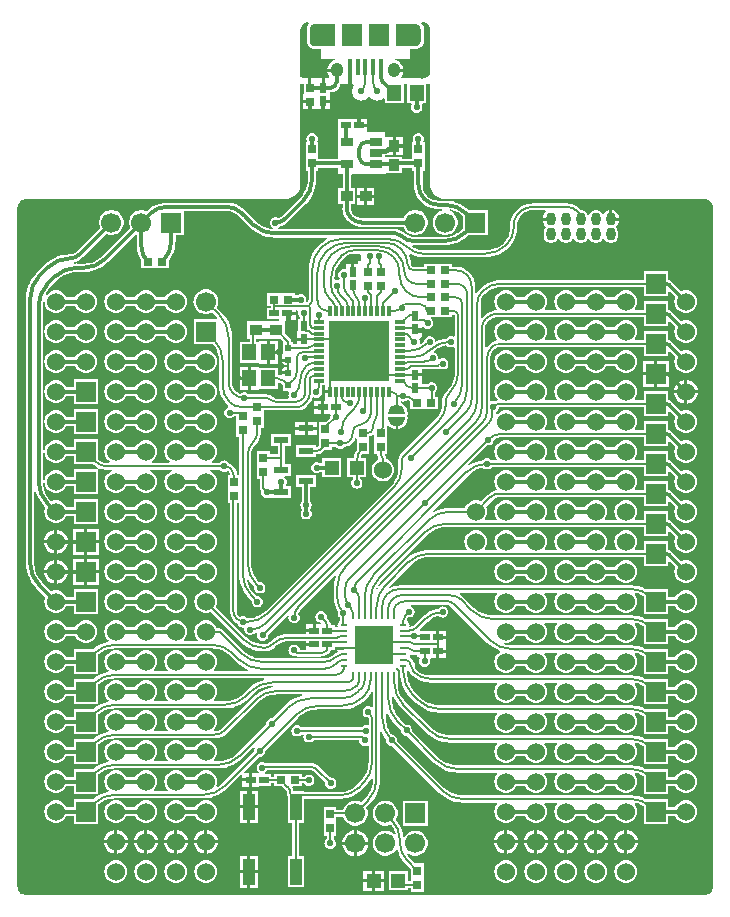
<source format=gtl>
%FSLAX43Y43*%
%MOMM*%
G71*
G01*
G75*
G04 Layer_Physical_Order=1*
G04 Layer_Color=255*
%ADD10C,0.175*%
%ADD11C,0.200*%
%ADD12C,0.300*%
%ADD13C,0.175*%
%ADD14C,0.200*%
%ADD15C,0.300*%
%ADD16C,0.180*%
%ADD17C,0.400*%
%ADD18R,1.150X1.400*%
%ADD19R,1.000X0.950*%
%ADD20C,0.400*%
%ADD21R,0.400X1.350*%
%ADD22R,1.000X2.250*%
%ADD23R,0.300X0.850*%
%ADD24R,0.850X0.300*%
%ADD25R,5.200X5.200*%
%ADD26O,0.650X0.250*%
%ADD27O,0.250X0.650*%
%ADD28R,3.300X3.300*%
%ADD29R,1.050X0.650*%
%ADD30R,1.300X0.600*%
%ADD31R,1.200X1.200*%
%ADD32R,1.200X1.350*%
%ADD33R,0.800X0.650*%
%ADD34R,0.500X0.600*%
%ADD35R,0.950X1.000*%
%ADD36R,0.600X0.900*%
%ADD37R,0.650X0.800*%
%ADD38R,0.900X0.600*%
%ADD39C,0.150*%
%ADD40C,0.500*%
%ADD41R,0.900X0.300*%
%ADD42R,1.800X1.900*%
G04:AMPARAMS|DCode=43|XSize=1.05mm|YSize=1.25mm|CornerRadius=0.525mm|HoleSize=0mm|Usage=FLASHONLY|Rotation=180.000|XOffset=0mm|YOffset=0mm|HoleType=Round|Shape=RoundedRectangle|*
%AMROUNDEDRECTD43*
21,1,1.050,0.200,0,0,180.0*
21,1,0.000,1.250,0,0,180.0*
1,1,1.050,0.000,0.100*
1,1,1.050,0.000,0.100*
1,1,1.050,0.000,-0.100*
1,1,1.050,0.000,-0.100*
%
%ADD43ROUNDEDRECTD43*%
G04:AMPARAMS|DCode=44|XSize=2.1mm|YSize=1.9mm|CornerRadius=0.494mm|HoleSize=0mm|Usage=FLASHONLY|Rotation=180.000|XOffset=0mm|YOffset=0mm|HoleType=Round|Shape=RoundedRectangle|*
%AMROUNDEDRECTD44*
21,1,2.100,0.912,0,0,180.0*
21,1,1.112,1.900,0,0,180.0*
1,1,0.988,-0.556,0.456*
1,1,0.988,0.556,0.456*
1,1,0.988,0.556,-0.456*
1,1,0.988,-0.556,-0.456*
%
%ADD44ROUNDEDRECTD44*%
%ADD45R,1.700X1.700*%
%ADD46C,1.700*%
%ADD47R,1.700X1.700*%
%ADD48O,0.800X1.100*%
%ADD49C,1.524*%
%ADD50C,3.600*%
%ADD51C,0.550*%
G36*
X25258Y74402D02*
X25261Y74364D01*
X25141Y74208D01*
X25065Y74026D01*
X25040Y73831D01*
Y72919D01*
X25065Y72724D01*
X25141Y72542D01*
X25261Y72386D01*
X25417Y72266D01*
X25599Y72190D01*
X25794Y72165D01*
X26250D01*
Y71375D01*
X27472D01*
X27480Y71248D01*
X27372Y71234D01*
X27182Y71155D01*
X27019Y71031D01*
X26895Y70868D01*
X26816Y70678D01*
X26793Y70502D01*
X27575D01*
Y70248D01*
X26793D01*
X26816Y70072D01*
X26895Y69882D01*
X26947Y69814D01*
X26891Y69700D01*
X26585D01*
Y68876D01*
X26331D01*
Y69700D01*
X25442D01*
Y68926D01*
X25188D01*
Y69699D01*
X24920Y69694D01*
X24745Y69717D01*
X24582Y69785D01*
X24505Y69844D01*
Y73750D01*
X24506D01*
X24532Y73942D01*
X24606Y74122D01*
X24724Y74276D01*
X24878Y74394D01*
X25058Y74468D01*
X25159Y74482D01*
X25258Y74402D01*
D02*
G37*
G36*
X35495Y60750D02*
X35497Y60741D01*
X35512Y60554D01*
X35557Y60363D01*
X35633Y60181D01*
X35736Y60013D01*
X35863Y59863D01*
X36013Y59736D01*
X36181Y59633D01*
X36363Y59557D01*
X36554Y59512D01*
X36741Y59497D01*
X36750Y59495D01*
X58700D01*
X58712Y59497D01*
X58846Y59484D01*
X58986Y59442D01*
X59116Y59372D01*
X59229Y59279D01*
X59322Y59166D01*
X59392Y59036D01*
X59434Y58896D01*
X59447Y58762D01*
X59445Y58750D01*
Y1300D01*
X59447Y1288D01*
X59434Y1154D01*
X59392Y1014D01*
X59322Y884D01*
X59229Y771D01*
X59116Y678D01*
X58986Y608D01*
X58846Y566D01*
X58712Y553D01*
X58700Y555D01*
X1300D01*
X1288Y553D01*
X1154Y566D01*
X1014Y608D01*
X884Y678D01*
X771Y771D01*
X678Y884D01*
X608Y1014D01*
X566Y1154D01*
X553Y1288D01*
X555Y1300D01*
Y58750D01*
X553Y58762D01*
X566Y58896D01*
X608Y59036D01*
X678Y59166D01*
X771Y59279D01*
X884Y59372D01*
X1014Y59442D01*
X1154Y59484D01*
X1288Y59497D01*
X1300Y59495D01*
X23250D01*
X23259Y59497D01*
X23446Y59512D01*
X23637Y59557D01*
X23819Y59633D01*
X23987Y59736D01*
X24137Y59863D01*
X24264Y60013D01*
X24367Y60181D01*
X24442Y60363D01*
X24488Y60554D01*
X24503Y60741D01*
X24505Y60750D01*
Y69199D01*
X24790D01*
Y68380D01*
X24736D01*
Y67853D01*
X25315D01*
Y67726D01*
X25442D01*
Y67072D01*
X25894D01*
Y67072D01*
X25894D01*
X25894Y67072D01*
X25904Y67072D01*
Y67072D01*
X26331D01*
Y67776D01*
X26458D01*
Y67903D01*
X27012D01*
Y68480D01*
X27012D01*
Y68522D01*
X27188Y68539D01*
X27362Y68592D01*
X27521Y68677D01*
X27661Y68792D01*
X27661Y68792D01*
X27775Y68931D01*
X27860Y69089D01*
X27893Y69199D01*
X28990D01*
X29045Y69084D01*
X29003Y69033D01*
X28931Y68898D01*
X28886Y68752D01*
X28871Y68600D01*
X28886Y68448D01*
X28931Y68302D01*
X29003Y68167D01*
X29099Y68049D01*
X29217Y67952D01*
X29352Y67881D01*
X29498Y67836D01*
X29650Y67821D01*
X29802Y67836D01*
X29948Y67881D01*
X30083Y67952D01*
X30201Y68049D01*
X30261Y68123D01*
X30389D01*
X30449Y68049D01*
X30567Y67952D01*
X30702Y67881D01*
X30848Y67836D01*
X31000Y67821D01*
X31152Y67836D01*
X31298Y67881D01*
X31433Y67952D01*
X31535Y68037D01*
X31608Y68002D01*
X31650Y67968D01*
Y67625D01*
X33250D01*
Y69199D01*
X33550D01*
Y67625D01*
X33791D01*
X33935Y67515D01*
X33887Y67399D01*
X33871Y67275D01*
X33887Y67151D01*
X33935Y67035D01*
X34011Y66936D01*
X34110Y66860D01*
X34226Y66812D01*
X34350Y66796D01*
X34474Y66812D01*
X34590Y66860D01*
X34689Y66936D01*
X34765Y67035D01*
X34813Y67151D01*
X34829Y67275D01*
X34813Y67399D01*
X34765Y67515D01*
X34909Y67625D01*
X35150D01*
Y69199D01*
X35495D01*
Y60750D01*
D02*
G37*
G36*
X34942Y74468D02*
X35122Y74394D01*
X35276Y74276D01*
X35394Y74122D01*
X35468Y73942D01*
X35494Y73750D01*
X35495D01*
Y70028D01*
X35463Y69987D01*
X35254Y69826D01*
X35011Y69726D01*
X34759Y69692D01*
X34750Y69700D01*
Y69700D01*
X33109D01*
X33053Y69814D01*
X33105Y69882D01*
X33184Y70072D01*
X33207Y70248D01*
X32425D01*
Y70502D01*
X33207D01*
X33184Y70678D01*
X33105Y70868D01*
X32981Y71031D01*
X32818Y71155D01*
X32628Y71234D01*
X32520Y71248D01*
X32528Y71375D01*
X33750D01*
Y72165D01*
X34206D01*
X34401Y72190D01*
X34583Y72266D01*
X34739Y72386D01*
X34859Y72542D01*
X34935Y72724D01*
X34960Y72919D01*
Y73831D01*
X34935Y74026D01*
X34859Y74208D01*
X34739Y74364D01*
X34742Y74402D01*
X34841Y74482D01*
X34942Y74468D01*
D02*
G37*
G36*
X34248Y74321D02*
X34301Y74314D01*
X34354Y74299D01*
X34397Y74283D01*
X34439Y74263D01*
X34483Y74235D01*
X34521Y74206D01*
X34560Y74172D01*
X34589Y74136D01*
X34617Y74099D01*
X34641Y74058D01*
X34661Y74016D01*
X34677Y73974D01*
X34689Y73923D01*
X34696Y73878D01*
X34700Y73825D01*
Y72925D01*
X34696Y72870D01*
X34688Y72825D01*
X34676Y72775D01*
X34660Y72735D01*
X34647Y72702D01*
X34622Y72659D01*
X34596Y72622D01*
X34565Y72584D01*
X34520Y72543D01*
X34480Y72513D01*
X34434Y72484D01*
X34381Y72460D01*
X34294Y72434D01*
X34200Y72425D01*
X32600D01*
Y74325D01*
X34200D01*
X34248Y74321D01*
D02*
G37*
G36*
X27400Y72425D02*
X25800D01*
X25752Y72429D01*
X25699Y72436D01*
X25646Y72451D01*
X25603Y72467D01*
X25561Y72487D01*
X25517Y72515D01*
X25479Y72544D01*
X25440Y72578D01*
X25411Y72614D01*
X25383Y72651D01*
X25359Y72692D01*
X25339Y72734D01*
X25323Y72776D01*
X25311Y72827D01*
X25304Y72872D01*
X25300Y72925D01*
Y73825D01*
X25304Y73880D01*
X25312Y73925D01*
X25324Y73975D01*
X25340Y74015D01*
X25353Y74048D01*
X25378Y74091D01*
X25404Y74128D01*
X25435Y74166D01*
X25480Y74207D01*
X25520Y74237D01*
X25566Y74266D01*
X25619Y74290D01*
X25706Y74316D01*
X25800Y74325D01*
X27400D01*
Y72425D01*
D02*
G37*
%LPC*%
G36*
X42037Y6088D02*
Y5207D01*
X42918D01*
X42911Y5279D01*
X42853Y5471D01*
X42759Y5647D01*
X42632Y5802D01*
X42477Y5929D01*
X42301Y6023D01*
X42109Y6081D01*
X42037Y6088D01*
D02*
G37*
G36*
X44323D02*
X44251Y6081D01*
X44059Y6023D01*
X43883Y5929D01*
X43728Y5802D01*
X43601Y5647D01*
X43507Y5471D01*
X43449Y5279D01*
X43442Y5207D01*
X44323D01*
Y6088D01*
D02*
G37*
G36*
X16637D02*
Y5207D01*
X17518D01*
X17511Y5279D01*
X17453Y5471D01*
X17359Y5647D01*
X17232Y5802D01*
X17077Y5929D01*
X16901Y6023D01*
X16709Y6081D01*
X16637Y6088D01*
D02*
G37*
G36*
X41783D02*
X41711Y6081D01*
X41519Y6023D01*
X41343Y5929D01*
X41188Y5802D01*
X41061Y5647D01*
X40967Y5471D01*
X40909Y5279D01*
X40902Y5207D01*
X41783D01*
Y6088D01*
D02*
G37*
G36*
X44577D02*
Y5207D01*
X45458D01*
X45451Y5279D01*
X45393Y5471D01*
X45299Y5647D01*
X45172Y5802D01*
X45017Y5929D01*
X44841Y6023D01*
X44649Y6081D01*
X44577Y6088D01*
D02*
G37*
G36*
X49403D02*
X49331Y6081D01*
X49139Y6023D01*
X48963Y5929D01*
X48808Y5802D01*
X48681Y5647D01*
X48587Y5471D01*
X48529Y5279D01*
X48522Y5207D01*
X49403D01*
Y6088D01*
D02*
G37*
G36*
X49657D02*
Y5207D01*
X50538D01*
X50531Y5279D01*
X50473Y5471D01*
X50379Y5647D01*
X50252Y5802D01*
X50097Y5929D01*
X49921Y6023D01*
X49729Y6081D01*
X49657Y6088D01*
D02*
G37*
G36*
X46863D02*
X46791Y6081D01*
X46599Y6023D01*
X46423Y5929D01*
X46268Y5802D01*
X46141Y5647D01*
X46047Y5471D01*
X45989Y5279D01*
X45982Y5207D01*
X46863D01*
Y6088D01*
D02*
G37*
G36*
X47117D02*
Y5207D01*
X47998D01*
X47991Y5279D01*
X47933Y5471D01*
X47839Y5647D01*
X47712Y5802D01*
X47557Y5929D01*
X47381Y6023D01*
X47189Y6081D01*
X47117Y6088D01*
D02*
G37*
G36*
X8763D02*
X8691Y6081D01*
X8499Y6023D01*
X8323Y5929D01*
X8168Y5802D01*
X8041Y5647D01*
X7947Y5471D01*
X7889Y5279D01*
X7882Y5207D01*
X8763D01*
Y6088D01*
D02*
G37*
G36*
X9017D02*
Y5207D01*
X9898D01*
X9891Y5279D01*
X9833Y5471D01*
X9739Y5647D01*
X9612Y5802D01*
X9457Y5929D01*
X9281Y6023D01*
X9089Y6081D01*
X9017Y6088D01*
D02*
G37*
G36*
X29033Y6037D02*
X28987Y6034D01*
X28818Y5993D01*
X28657Y5927D01*
X28509Y5836D01*
X28377Y5723D01*
X28264Y5591D01*
X28173Y5443D01*
X28107Y5282D01*
X28066Y5113D01*
X28063Y5067D01*
X29033D01*
Y6037D01*
D02*
G37*
G36*
X29287D02*
Y5067D01*
X30257D01*
X30254Y5113D01*
X30213Y5282D01*
X30147Y5443D01*
X30056Y5591D01*
X29943Y5723D01*
X29811Y5836D01*
X29663Y5927D01*
X29502Y5993D01*
X29333Y6034D01*
X29287Y6037D01*
D02*
G37*
G36*
X11303Y6088D02*
X11231Y6081D01*
X11039Y6023D01*
X10863Y5929D01*
X10708Y5802D01*
X10581Y5647D01*
X10487Y5471D01*
X10429Y5279D01*
X10422Y5207D01*
X11303D01*
Y6088D01*
D02*
G37*
G36*
X14097D02*
Y5207D01*
X14978D01*
X14971Y5279D01*
X14913Y5471D01*
X14819Y5647D01*
X14692Y5802D01*
X14537Y5929D01*
X14361Y6023D01*
X14169Y6081D01*
X14097Y6088D01*
D02*
G37*
G36*
X16383D02*
X16311Y6081D01*
X16119Y6023D01*
X15943Y5929D01*
X15788Y5802D01*
X15661Y5647D01*
X15567Y5471D01*
X15509Y5279D01*
X15502Y5207D01*
X16383D01*
Y6088D01*
D02*
G37*
G36*
X11557D02*
Y5207D01*
X12438D01*
X12431Y5279D01*
X12373Y5471D01*
X12279Y5647D01*
X12152Y5802D01*
X11997Y5929D01*
X11821Y6023D01*
X11629Y6081D01*
X11557Y6088D01*
D02*
G37*
G36*
X13843D02*
X13771Y6081D01*
X13579Y6023D01*
X13403Y5929D01*
X13248Y5802D01*
X13121Y5647D01*
X13027Y5471D01*
X12969Y5279D01*
X12962Y5207D01*
X13843D01*
Y6088D01*
D02*
G37*
G36*
X51943D02*
X51871Y6081D01*
X51679Y6023D01*
X51503Y5929D01*
X51348Y5802D01*
X51221Y5647D01*
X51127Y5471D01*
X51069Y5279D01*
X51062Y5207D01*
X51943D01*
Y6088D01*
D02*
G37*
G36*
X36829Y22954D02*
X36252D01*
Y22527D01*
X36829D01*
Y22954D01*
D02*
G37*
G36*
X25573Y23504D02*
X24996D01*
Y23077D01*
X25573D01*
Y23504D01*
D02*
G37*
G36*
X20173Y10173D02*
X19596D01*
Y9746D01*
X20173D01*
Y10173D01*
D02*
G37*
G36*
X36829Y21073D02*
X36252D01*
Y20646D01*
X36829D01*
Y21073D01*
D02*
G37*
G36*
X6350Y23827D02*
X6161Y23808D01*
X5980Y23753D01*
X5813Y23664D01*
X5666Y23544D01*
X5546Y23397D01*
X5457Y23230D01*
X5452Y23213D01*
X4708D01*
X4703Y23230D01*
X4614Y23397D01*
X4494Y23544D01*
X4347Y23664D01*
X4180Y23753D01*
X3999Y23808D01*
X3810Y23827D01*
X3621Y23808D01*
X3440Y23753D01*
X3273Y23664D01*
X3126Y23544D01*
X3006Y23397D01*
X2917Y23230D01*
X2862Y23049D01*
X2843Y22860D01*
X2862Y22671D01*
X2917Y22490D01*
X3006Y22323D01*
X3126Y22176D01*
X3273Y22056D01*
X3440Y21967D01*
X3621Y21912D01*
X3810Y21893D01*
X3999Y21912D01*
X4180Y21967D01*
X4347Y22056D01*
X4494Y22176D01*
X4614Y22323D01*
X4703Y22490D01*
X4708Y22507D01*
X5452D01*
X5457Y22490D01*
X5546Y22323D01*
X5666Y22176D01*
X5813Y22056D01*
X5980Y21967D01*
X6161Y21912D01*
X6350Y21893D01*
X6539Y21912D01*
X6720Y21967D01*
X6887Y22056D01*
X7034Y22176D01*
X7154Y22323D01*
X7243Y22490D01*
X7298Y22671D01*
X7317Y22860D01*
X7298Y23049D01*
X7243Y23230D01*
X7154Y23397D01*
X7034Y23544D01*
X6887Y23664D01*
X6720Y23753D01*
X6539Y23808D01*
X6350Y23827D01*
D02*
G37*
G36*
X7454Y27813D02*
X6477D01*
Y26836D01*
X7454D01*
Y27813D01*
D02*
G37*
G36*
X3683D02*
X2802D01*
X2809Y27741D01*
X2867Y27549D01*
X2961Y27373D01*
X3088Y27218D01*
X3243Y27091D01*
X3419Y26997D01*
X3611Y26939D01*
X3683Y26932D01*
Y27813D01*
D02*
G37*
G36*
X13970Y26367D02*
X13781Y26348D01*
X13600Y26293D01*
X13433Y26204D01*
X13286Y26084D01*
X13166Y25937D01*
X13077Y25770D01*
X13072Y25753D01*
X12328D01*
X12323Y25770D01*
X12234Y25937D01*
X12114Y26084D01*
X11967Y26204D01*
X11800Y26293D01*
X11619Y26348D01*
X11430Y26367D01*
X11241Y26348D01*
X11060Y26293D01*
X10893Y26204D01*
X10746Y26084D01*
X10626Y25937D01*
X10537Y25770D01*
X10532Y25753D01*
X9788D01*
X9783Y25770D01*
X9694Y25937D01*
X9574Y26084D01*
X9427Y26204D01*
X9260Y26293D01*
X9079Y26348D01*
X8890Y26367D01*
X8701Y26348D01*
X8520Y26293D01*
X8353Y26204D01*
X8206Y26084D01*
X8086Y25937D01*
X7997Y25770D01*
X7942Y25589D01*
X7923Y25400D01*
X7942Y25211D01*
X7997Y25030D01*
X8086Y24863D01*
X8206Y24716D01*
X8353Y24596D01*
X8520Y24507D01*
X8701Y24452D01*
X8890Y24433D01*
X9079Y24452D01*
X9260Y24507D01*
X9427Y24596D01*
X9574Y24716D01*
X9694Y24863D01*
X9783Y25030D01*
X9788Y25047D01*
X10532D01*
X10537Y25030D01*
X10626Y24863D01*
X10746Y24716D01*
X10893Y24596D01*
X11060Y24507D01*
X11241Y24452D01*
X11430Y24433D01*
X11619Y24452D01*
X11800Y24507D01*
X11967Y24596D01*
X12114Y24716D01*
X12234Y24863D01*
X12323Y25030D01*
X12328Y25047D01*
X13072D01*
X13077Y25030D01*
X13166Y24863D01*
X13286Y24716D01*
X13433Y24596D01*
X13600Y24507D01*
X13781Y24452D01*
X13970Y24433D01*
X14159Y24452D01*
X14340Y24507D01*
X14507Y24596D01*
X14654Y24716D01*
X14774Y24863D01*
X14863Y25030D01*
X14918Y25211D01*
X14937Y25400D01*
X14918Y25589D01*
X14863Y25770D01*
X14774Y25937D01*
X14654Y26084D01*
X14507Y26204D01*
X14340Y26293D01*
X14159Y26348D01*
X13970Y26367D01*
D02*
G37*
G36*
X6223Y27813D02*
X5246D01*
Y26836D01*
X6223D01*
Y27813D01*
D02*
G37*
G36*
X35290Y8530D02*
X33190D01*
Y6430D01*
X35290D01*
Y8530D01*
D02*
G37*
G36*
X19998Y7898D02*
X19371D01*
Y6646D01*
X19998D01*
Y7898D01*
D02*
G37*
G36*
X52197Y6088D02*
Y5207D01*
X53078D01*
X53071Y5279D01*
X53013Y5471D01*
X52919Y5647D01*
X52792Y5802D01*
X52637Y5929D01*
X52461Y6023D01*
X52269Y6081D01*
X52197Y6088D01*
D02*
G37*
G36*
X31700Y8533D02*
X31535Y8520D01*
X31375Y8482D01*
X31222Y8418D01*
X31081Y8332D01*
X30955Y8225D01*
X30848Y8099D01*
X30762Y7958D01*
X30698Y7805D01*
X30660Y7645D01*
X30647Y7480D01*
X30660Y7315D01*
X30698Y7155D01*
X30762Y7002D01*
X30848Y6861D01*
X30955Y6735D01*
X31081Y6628D01*
X31222Y6542D01*
X31375Y6478D01*
X31535Y6440D01*
X31700Y6427D01*
X31865Y6440D01*
X32025Y6478D01*
X32178Y6542D01*
X32187Y6547D01*
X32301Y6388D01*
X32428Y6157D01*
X32529Y5913D01*
X32588Y5708D01*
X32476Y5648D01*
X32445Y5685D01*
X32319Y5792D01*
X32178Y5878D01*
X32025Y5942D01*
X31865Y5980D01*
X31700Y5993D01*
X31535Y5980D01*
X31375Y5942D01*
X31222Y5878D01*
X31081Y5792D01*
X30955Y5685D01*
X30848Y5559D01*
X30762Y5418D01*
X30698Y5265D01*
X30660Y5105D01*
X30647Y4940D01*
X30660Y4775D01*
X30698Y4615D01*
X30762Y4462D01*
X30848Y4321D01*
X30955Y4195D01*
X31081Y4088D01*
X31222Y4002D01*
X31375Y3938D01*
X31535Y3900D01*
X31700Y3887D01*
X31865Y3900D01*
X32025Y3938D01*
X32178Y4002D01*
X32319Y4088D01*
X32445Y4195D01*
X32552Y4321D01*
X32601Y4400D01*
X32726Y4378D01*
X32735Y4331D01*
X32831Y4050D01*
X32962Y3783D01*
X33127Y3536D01*
X33323Y3312D01*
X33325Y3314D01*
X33325Y3314D01*
X33892Y2747D01*
Y2122D01*
X33892Y2122D01*
X33892D01*
X33892Y2032D01*
Y2032D01*
D01*
X33892Y1942D01*
X33892Y1942D01*
X33892D01*
Y1722D01*
X33600D01*
Y2575D01*
X32000D01*
Y975D01*
X33600D01*
Y1142D01*
X33892D01*
Y832D01*
X34942D01*
Y1942D01*
X34942Y1942D01*
X34942D01*
X34942Y2032D01*
Y2032D01*
D01*
X34942Y2122D01*
X34942Y2122D01*
X34942D01*
Y3232D01*
X34227D01*
X33735Y3724D01*
X33731Y3728D01*
X33588Y3890D01*
X33494Y4031D01*
X33589Y4115D01*
X33621Y4088D01*
X33762Y4002D01*
X33915Y3938D01*
X34075Y3900D01*
X34240Y3887D01*
X34405Y3900D01*
X34565Y3938D01*
X34718Y4002D01*
X34859Y4088D01*
X34985Y4195D01*
X35092Y4321D01*
X35178Y4462D01*
X35242Y4615D01*
X35280Y4775D01*
X35293Y4940D01*
X35280Y5105D01*
X35242Y5265D01*
X35178Y5418D01*
X35092Y5559D01*
X34985Y5685D01*
X34859Y5792D01*
X34718Y5878D01*
X34565Y5942D01*
X34405Y5980D01*
X34240Y5993D01*
X34075Y5980D01*
X33915Y5942D01*
X33762Y5878D01*
X33621Y5792D01*
X33495Y5685D01*
X33388Y5559D01*
X33341Y5483D01*
X33216Y5507D01*
X33169Y5789D01*
X33077Y6105D01*
X32952Y6409D01*
X32792Y6697D01*
X32609Y6955D01*
X32638Y7002D01*
X32702Y7155D01*
X32740Y7315D01*
X32753Y7480D01*
X32740Y7645D01*
X32702Y7805D01*
X32638Y7958D01*
X32552Y8099D01*
X32445Y8225D01*
X32319Y8332D01*
X32178Y8418D01*
X32025Y8482D01*
X31865Y8520D01*
X31700Y8533D01*
D02*
G37*
G36*
X20879Y7898D02*
X20252D01*
Y6646D01*
X20879D01*
Y7898D01*
D02*
G37*
G36*
X19998Y9404D02*
X19371D01*
Y8152D01*
X19998D01*
Y9404D01*
D02*
G37*
G36*
X20879D02*
X20252D01*
Y8152D01*
X20879D01*
Y9404D01*
D02*
G37*
G36*
X11430Y8587D02*
X11241Y8568D01*
X11060Y8513D01*
X10893Y8424D01*
X10746Y8304D01*
X10626Y8157D01*
X10537Y7990D01*
X10532Y7973D01*
X9788D01*
X9783Y7990D01*
X9694Y8157D01*
X9574Y8304D01*
X9427Y8424D01*
X9260Y8513D01*
X9079Y8568D01*
X8890Y8587D01*
X8701Y8568D01*
X8520Y8513D01*
X8353Y8424D01*
X8206Y8304D01*
X8086Y8157D01*
X7997Y7990D01*
X7942Y7809D01*
X7923Y7620D01*
X7942Y7431D01*
X7997Y7250D01*
X8086Y7083D01*
X8206Y6936D01*
X8353Y6816D01*
X8520Y6727D01*
X8701Y6672D01*
X8890Y6653D01*
X9079Y6672D01*
X9260Y6727D01*
X9427Y6816D01*
X9574Y6936D01*
X9694Y7083D01*
X9783Y7250D01*
X9788Y7267D01*
X10532D01*
X10537Y7250D01*
X10626Y7083D01*
X10746Y6936D01*
X10893Y6816D01*
X11060Y6727D01*
X11241Y6672D01*
X11430Y6653D01*
X11619Y6672D01*
X11800Y6727D01*
X11967Y6816D01*
X12114Y6936D01*
X12234Y7083D01*
X12323Y7250D01*
X12378Y7431D01*
X12397Y7620D01*
X12378Y7809D01*
X12323Y7990D01*
X12234Y8157D01*
X12114Y8304D01*
X11967Y8424D01*
X11800Y8513D01*
X11619Y8568D01*
X11430Y8587D01*
D02*
G37*
G36*
X16510D02*
X16321Y8568D01*
X16140Y8513D01*
X15973Y8424D01*
X15826Y8304D01*
X15706Y8157D01*
X15617Y7990D01*
X15612Y7973D01*
X14868D01*
X14863Y7990D01*
X14774Y8157D01*
X14654Y8304D01*
X14507Y8424D01*
X14340Y8513D01*
X14159Y8568D01*
X13970Y8587D01*
X13781Y8568D01*
X13600Y8513D01*
X13433Y8424D01*
X13286Y8304D01*
X13166Y8157D01*
X13077Y7990D01*
X13022Y7809D01*
X13003Y7620D01*
X13022Y7431D01*
X13077Y7250D01*
X13166Y7083D01*
X13286Y6936D01*
X13433Y6816D01*
X13600Y6727D01*
X13781Y6672D01*
X13970Y6653D01*
X14159Y6672D01*
X14340Y6727D01*
X14507Y6816D01*
X14654Y6936D01*
X14774Y7083D01*
X14863Y7250D01*
X14868Y7267D01*
X15612D01*
X15617Y7250D01*
X15706Y7083D01*
X15826Y6936D01*
X15973Y6816D01*
X16140Y6727D01*
X16321Y6672D01*
X16510Y6653D01*
X16699Y6672D01*
X16880Y6727D01*
X17047Y6816D01*
X17194Y6936D01*
X17314Y7083D01*
X17403Y7250D01*
X17458Y7431D01*
X17477Y7620D01*
X17458Y7809D01*
X17403Y7990D01*
X17314Y8157D01*
X17194Y8304D01*
X17047Y8424D01*
X16880Y8513D01*
X16699Y8568D01*
X16510Y8587D01*
D02*
G37*
G36*
X49530Y3507D02*
X49341Y3488D01*
X49160Y3433D01*
X48993Y3344D01*
X48846Y3224D01*
X48726Y3077D01*
X48637Y2910D01*
X48582Y2729D01*
X48563Y2540D01*
X48582Y2351D01*
X48637Y2170D01*
X48726Y2003D01*
X48846Y1856D01*
X48993Y1736D01*
X49160Y1647D01*
X49341Y1592D01*
X49530Y1573D01*
X49719Y1592D01*
X49900Y1647D01*
X50067Y1736D01*
X50214Y1856D01*
X50334Y2003D01*
X50423Y2170D01*
X50478Y2351D01*
X50497Y2540D01*
X50478Y2729D01*
X50423Y2910D01*
X50334Y3077D01*
X50214Y3224D01*
X50067Y3344D01*
X49900Y3433D01*
X49719Y3488D01*
X49530Y3507D01*
D02*
G37*
G36*
X52070D02*
X51881Y3488D01*
X51700Y3433D01*
X51533Y3344D01*
X51386Y3224D01*
X51266Y3077D01*
X51177Y2910D01*
X51122Y2729D01*
X51103Y2540D01*
X51122Y2351D01*
X51177Y2170D01*
X51266Y2003D01*
X51386Y1856D01*
X51533Y1736D01*
X51700Y1647D01*
X51881Y1592D01*
X52070Y1573D01*
X52259Y1592D01*
X52440Y1647D01*
X52607Y1736D01*
X52754Y1856D01*
X52874Y2003D01*
X52963Y2170D01*
X53018Y2351D01*
X53037Y2540D01*
X53018Y2729D01*
X52963Y2910D01*
X52874Y3077D01*
X52754Y3224D01*
X52607Y3344D01*
X52440Y3433D01*
X52259Y3488D01*
X52070Y3507D01*
D02*
G37*
G36*
X44450D02*
X44261Y3488D01*
X44080Y3433D01*
X43913Y3344D01*
X43766Y3224D01*
X43646Y3077D01*
X43557Y2910D01*
X43502Y2729D01*
X43483Y2540D01*
X43502Y2351D01*
X43557Y2170D01*
X43646Y2003D01*
X43766Y1856D01*
X43913Y1736D01*
X44080Y1647D01*
X44261Y1592D01*
X44450Y1573D01*
X44639Y1592D01*
X44820Y1647D01*
X44987Y1736D01*
X45134Y1856D01*
X45254Y2003D01*
X45343Y2170D01*
X45398Y2351D01*
X45417Y2540D01*
X45398Y2729D01*
X45343Y2910D01*
X45254Y3077D01*
X45134Y3224D01*
X44987Y3344D01*
X44820Y3433D01*
X44639Y3488D01*
X44450Y3507D01*
D02*
G37*
G36*
X46990D02*
X46801Y3488D01*
X46620Y3433D01*
X46453Y3344D01*
X46306Y3224D01*
X46186Y3077D01*
X46097Y2910D01*
X46042Y2729D01*
X46023Y2540D01*
X46042Y2351D01*
X46097Y2170D01*
X46186Y2003D01*
X46306Y1856D01*
X46453Y1736D01*
X46620Y1647D01*
X46801Y1592D01*
X46990Y1573D01*
X47179Y1592D01*
X47360Y1647D01*
X47527Y1736D01*
X47674Y1856D01*
X47794Y2003D01*
X47883Y2170D01*
X47938Y2351D01*
X47957Y2540D01*
X47938Y2729D01*
X47883Y2910D01*
X47794Y3077D01*
X47674Y3224D01*
X47527Y3344D01*
X47360Y3433D01*
X47179Y3488D01*
X46990Y3507D01*
D02*
G37*
G36*
X30573Y2629D02*
X29846D01*
Y1902D01*
X30573D01*
Y2629D01*
D02*
G37*
G36*
X20879Y3904D02*
X20252D01*
Y2652D01*
X20879D01*
Y3904D01*
D02*
G37*
G36*
X29033Y4813D02*
X28063D01*
X28066Y4767D01*
X28107Y4598D01*
X28173Y4437D01*
X28264Y4289D01*
X28377Y4157D01*
X28509Y4044D01*
X28657Y3953D01*
X28818Y3887D01*
X28987Y3846D01*
X29033Y3843D01*
Y4813D01*
D02*
G37*
G36*
X31554Y2629D02*
X30827D01*
Y1902D01*
X31554D01*
Y2629D01*
D02*
G37*
G36*
X19998Y3904D02*
X19371D01*
Y2652D01*
X19998D01*
Y3904D01*
D02*
G37*
G36*
Y2398D02*
X19371D01*
Y1146D01*
X19998D01*
Y2398D01*
D02*
G37*
G36*
X20879D02*
X20252D01*
Y1146D01*
X20879D01*
Y2398D01*
D02*
G37*
G36*
X30573Y1648D02*
X29846D01*
Y921D01*
X30573D01*
Y1648D01*
D02*
G37*
G36*
X31554D02*
X30827D01*
Y921D01*
X31554D01*
Y1648D01*
D02*
G37*
G36*
X8890Y3507D02*
X8701Y3488D01*
X8520Y3433D01*
X8353Y3344D01*
X8206Y3224D01*
X8086Y3077D01*
X7997Y2910D01*
X7942Y2729D01*
X7923Y2540D01*
X7942Y2351D01*
X7997Y2170D01*
X8086Y2003D01*
X8206Y1856D01*
X8353Y1736D01*
X8520Y1647D01*
X8701Y1592D01*
X8890Y1573D01*
X9079Y1592D01*
X9260Y1647D01*
X9427Y1736D01*
X9574Y1856D01*
X9694Y2003D01*
X9783Y2170D01*
X9838Y2351D01*
X9857Y2540D01*
X9838Y2729D01*
X9783Y2910D01*
X9694Y3077D01*
X9574Y3224D01*
X9427Y3344D01*
X9260Y3433D01*
X9079Y3488D01*
X8890Y3507D01*
D02*
G37*
G36*
X16510D02*
X16321Y3488D01*
X16140Y3433D01*
X15973Y3344D01*
X15826Y3224D01*
X15706Y3077D01*
X15617Y2910D01*
X15562Y2729D01*
X15543Y2540D01*
X15562Y2351D01*
X15617Y2170D01*
X15706Y2003D01*
X15826Y1856D01*
X15973Y1736D01*
X16140Y1647D01*
X16321Y1592D01*
X16510Y1573D01*
X16699Y1592D01*
X16880Y1647D01*
X17047Y1736D01*
X17194Y1856D01*
X17314Y2003D01*
X17403Y2170D01*
X17458Y2351D01*
X17477Y2540D01*
X17458Y2729D01*
X17403Y2910D01*
X17314Y3077D01*
X17194Y3224D01*
X17047Y3344D01*
X16880Y3433D01*
X16699Y3488D01*
X16510Y3507D01*
D02*
G37*
G36*
X41910D02*
X41721Y3488D01*
X41540Y3433D01*
X41373Y3344D01*
X41226Y3224D01*
X41106Y3077D01*
X41017Y2910D01*
X40962Y2729D01*
X40943Y2540D01*
X40962Y2351D01*
X41017Y2170D01*
X41106Y2003D01*
X41226Y1856D01*
X41373Y1736D01*
X41540Y1647D01*
X41721Y1592D01*
X41910Y1573D01*
X42099Y1592D01*
X42280Y1647D01*
X42447Y1736D01*
X42594Y1856D01*
X42714Y2003D01*
X42803Y2170D01*
X42858Y2351D01*
X42877Y2540D01*
X42858Y2729D01*
X42803Y2910D01*
X42714Y3077D01*
X42594Y3224D01*
X42447Y3344D01*
X42280Y3433D01*
X42099Y3488D01*
X41910Y3507D01*
D02*
G37*
G36*
X11430D02*
X11241Y3488D01*
X11060Y3433D01*
X10893Y3344D01*
X10746Y3224D01*
X10626Y3077D01*
X10537Y2910D01*
X10482Y2729D01*
X10463Y2540D01*
X10482Y2351D01*
X10537Y2170D01*
X10626Y2003D01*
X10746Y1856D01*
X10893Y1736D01*
X11060Y1647D01*
X11241Y1592D01*
X11430Y1573D01*
X11619Y1592D01*
X11800Y1647D01*
X11967Y1736D01*
X12114Y1856D01*
X12234Y2003D01*
X12323Y2170D01*
X12378Y2351D01*
X12397Y2540D01*
X12378Y2729D01*
X12323Y2910D01*
X12234Y3077D01*
X12114Y3224D01*
X11967Y3344D01*
X11800Y3433D01*
X11619Y3488D01*
X11430Y3507D01*
D02*
G37*
G36*
X13970D02*
X13781Y3488D01*
X13600Y3433D01*
X13433Y3344D01*
X13286Y3224D01*
X13166Y3077D01*
X13077Y2910D01*
X13022Y2729D01*
X13003Y2540D01*
X13022Y2351D01*
X13077Y2170D01*
X13166Y2003D01*
X13286Y1856D01*
X13433Y1736D01*
X13600Y1647D01*
X13781Y1592D01*
X13970Y1573D01*
X14159Y1592D01*
X14340Y1647D01*
X14507Y1736D01*
X14654Y1856D01*
X14774Y2003D01*
X14863Y2170D01*
X14918Y2351D01*
X14937Y2540D01*
X14918Y2729D01*
X14863Y2910D01*
X14774Y3077D01*
X14654Y3224D01*
X14507Y3344D01*
X14340Y3433D01*
X14159Y3488D01*
X13970Y3507D01*
D02*
G37*
G36*
X30257Y4813D02*
X29287D01*
Y3843D01*
X29333Y3846D01*
X29502Y3887D01*
X29663Y3953D01*
X29811Y4044D01*
X29943Y4157D01*
X30056Y4289D01*
X30147Y4437D01*
X30213Y4598D01*
X30254Y4767D01*
X30257Y4813D01*
D02*
G37*
G36*
X45458Y4953D02*
X44577D01*
Y4072D01*
X44649Y4079D01*
X44841Y4137D01*
X45017Y4231D01*
X45172Y4358D01*
X45299Y4513D01*
X45393Y4689D01*
X45451Y4881D01*
X45458Y4953D01*
D02*
G37*
G36*
X46863D02*
X45982D01*
X45989Y4881D01*
X46047Y4689D01*
X46141Y4513D01*
X46268Y4358D01*
X46423Y4231D01*
X46599Y4137D01*
X46791Y4079D01*
X46863Y4072D01*
Y4953D01*
D02*
G37*
G36*
X42918D02*
X42037D01*
Y4072D01*
X42109Y4079D01*
X42301Y4137D01*
X42477Y4231D01*
X42632Y4358D01*
X42759Y4513D01*
X42853Y4689D01*
X42911Y4881D01*
X42918Y4953D01*
D02*
G37*
G36*
X44323D02*
X43442D01*
X43449Y4881D01*
X43507Y4689D01*
X43601Y4513D01*
X43728Y4358D01*
X43883Y4231D01*
X44059Y4137D01*
X44251Y4079D01*
X44323Y4072D01*
Y4953D01*
D02*
G37*
G36*
X47998D02*
X47117D01*
Y4072D01*
X47189Y4079D01*
X47381Y4137D01*
X47557Y4231D01*
X47712Y4358D01*
X47839Y4513D01*
X47933Y4689D01*
X47991Y4881D01*
X47998Y4953D01*
D02*
G37*
G36*
X51943D02*
X51062D01*
X51069Y4881D01*
X51127Y4689D01*
X51221Y4513D01*
X51348Y4358D01*
X51503Y4231D01*
X51679Y4137D01*
X51871Y4079D01*
X51943Y4072D01*
Y4953D01*
D02*
G37*
G36*
X53078D02*
X52197D01*
Y4072D01*
X52269Y4079D01*
X52461Y4137D01*
X52637Y4231D01*
X52792Y4358D01*
X52919Y4513D01*
X53013Y4689D01*
X53071Y4881D01*
X53078Y4953D01*
D02*
G37*
G36*
X49403D02*
X48522D01*
X48529Y4881D01*
X48587Y4689D01*
X48681Y4513D01*
X48808Y4358D01*
X48963Y4231D01*
X49139Y4137D01*
X49331Y4079D01*
X49403Y4072D01*
Y4953D01*
D02*
G37*
G36*
X50538D02*
X49657D01*
Y4072D01*
X49729Y4079D01*
X49921Y4137D01*
X50097Y4231D01*
X50252Y4358D01*
X50379Y4513D01*
X50473Y4689D01*
X50531Y4881D01*
X50538Y4953D01*
D02*
G37*
G36*
X11303D02*
X10422D01*
X10429Y4881D01*
X10487Y4689D01*
X10581Y4513D01*
X10708Y4358D01*
X10863Y4231D01*
X11039Y4137D01*
X11231Y4079D01*
X11303Y4072D01*
Y4953D01*
D02*
G37*
G36*
X12438D02*
X11557D01*
Y4072D01*
X11629Y4079D01*
X11821Y4137D01*
X11997Y4231D01*
X12152Y4358D01*
X12279Y4513D01*
X12373Y4689D01*
X12431Y4881D01*
X12438Y4953D01*
D02*
G37*
G36*
X8763D02*
X7882D01*
X7889Y4881D01*
X7947Y4689D01*
X8041Y4513D01*
X8168Y4358D01*
X8323Y4231D01*
X8499Y4137D01*
X8691Y4079D01*
X8763Y4072D01*
Y4953D01*
D02*
G37*
G36*
X9898D02*
X9017D01*
Y4072D01*
X9089Y4079D01*
X9281Y4137D01*
X9457Y4231D01*
X9612Y4358D01*
X9739Y4513D01*
X9833Y4689D01*
X9891Y4881D01*
X9898Y4953D01*
D02*
G37*
G36*
X13843D02*
X12962D01*
X12969Y4881D01*
X13027Y4689D01*
X13121Y4513D01*
X13248Y4358D01*
X13403Y4231D01*
X13579Y4137D01*
X13771Y4079D01*
X13843Y4072D01*
Y4953D01*
D02*
G37*
G36*
X17518D02*
X16637D01*
Y4072D01*
X16709Y4079D01*
X16901Y4137D01*
X17077Y4231D01*
X17232Y4358D01*
X17359Y4513D01*
X17453Y4689D01*
X17511Y4881D01*
X17518Y4953D01*
D02*
G37*
G36*
X41783D02*
X40902D01*
X40909Y4881D01*
X40967Y4689D01*
X41061Y4513D01*
X41188Y4358D01*
X41343Y4231D01*
X41519Y4137D01*
X41711Y4079D01*
X41783Y4072D01*
Y4953D01*
D02*
G37*
G36*
X14978D02*
X14097D01*
Y4072D01*
X14169Y4079D01*
X14361Y4137D01*
X14537Y4231D01*
X14692Y4358D01*
X14819Y4513D01*
X14913Y4689D01*
X14971Y4881D01*
X14978Y4953D01*
D02*
G37*
G36*
X16383D02*
X15502D01*
X15509Y4881D01*
X15567Y4689D01*
X15661Y4513D01*
X15788Y4358D01*
X15943Y4231D01*
X16119Y4137D01*
X16311Y4079D01*
X16383Y4072D01*
Y4953D01*
D02*
G37*
G36*
X4818Y27813D02*
X3937D01*
Y26932D01*
X4009Y26939D01*
X4201Y26997D01*
X4377Y27091D01*
X4532Y27218D01*
X4659Y27373D01*
X4753Y27549D01*
X4811Y27741D01*
X4818Y27813D01*
D02*
G37*
G36*
X20073Y45254D02*
X19371D01*
Y44427D01*
X20073D01*
Y45254D01*
D02*
G37*
G36*
X55714Y44577D02*
X54737D01*
Y43600D01*
X55714D01*
Y44577D01*
D02*
G37*
G36*
X54483D02*
X53506D01*
Y43600D01*
X54483D01*
Y44577D01*
D02*
G37*
G36*
Y45808D02*
X53506D01*
Y44831D01*
X54483D01*
Y45808D01*
D02*
G37*
G36*
X6350Y46687D02*
X6161Y46668D01*
X5980Y46613D01*
X5813Y46524D01*
X5666Y46404D01*
X5546Y46257D01*
X5457Y46090D01*
X5452Y46073D01*
X4708D01*
X4703Y46090D01*
X4614Y46257D01*
X4494Y46404D01*
X4347Y46524D01*
X4180Y46613D01*
X3999Y46668D01*
X3810Y46687D01*
X3621Y46668D01*
X3440Y46613D01*
X3273Y46524D01*
X3126Y46404D01*
X3006Y46257D01*
X2917Y46090D01*
X2862Y45909D01*
X2843Y45720D01*
X2862Y45531D01*
X2917Y45350D01*
X3006Y45183D01*
X3126Y45036D01*
X3273Y44916D01*
X3440Y44827D01*
X3621Y44772D01*
X3810Y44753D01*
X3999Y44772D01*
X4180Y44827D01*
X4347Y44916D01*
X4494Y45036D01*
X4614Y45183D01*
X4703Y45350D01*
X4708Y45367D01*
X5452D01*
X5457Y45350D01*
X5546Y45183D01*
X5666Y45036D01*
X5813Y44916D01*
X5980Y44827D01*
X6161Y44772D01*
X6350Y44753D01*
X6539Y44772D01*
X6720Y44827D01*
X6887Y44916D01*
X7034Y45036D01*
X7154Y45183D01*
X7243Y45350D01*
X7298Y45531D01*
X7317Y45720D01*
X7298Y45909D01*
X7243Y46090D01*
X7154Y46257D01*
X7034Y46404D01*
X6887Y46524D01*
X6720Y46613D01*
X6539Y46668D01*
X6350Y46687D01*
D02*
G37*
G36*
X22629Y46373D02*
X21927D01*
Y45546D01*
X22629D01*
Y46373D01*
D02*
G37*
G36*
X55714Y45808D02*
X54737D01*
Y44831D01*
X55714D01*
Y45808D01*
D02*
G37*
G36*
X16510Y44147D02*
X16321Y44128D01*
X16140Y44073D01*
X15973Y43984D01*
X15826Y43864D01*
X15706Y43717D01*
X15617Y43550D01*
X15612Y43533D01*
X14868D01*
X14863Y43550D01*
X14774Y43717D01*
X14654Y43864D01*
X14507Y43984D01*
X14340Y44073D01*
X14159Y44128D01*
X13970Y44147D01*
X13781Y44128D01*
X13600Y44073D01*
X13433Y43984D01*
X13286Y43864D01*
X13166Y43717D01*
X13077Y43550D01*
X13022Y43369D01*
X13003Y43180D01*
X13022Y42991D01*
X13077Y42810D01*
X13166Y42643D01*
X13286Y42496D01*
X13433Y42376D01*
X13600Y42287D01*
X13781Y42232D01*
X13970Y42213D01*
X14159Y42232D01*
X14340Y42287D01*
X14507Y42376D01*
X14654Y42496D01*
X14774Y42643D01*
X14863Y42810D01*
X14868Y42827D01*
X15612D01*
X15617Y42810D01*
X15706Y42643D01*
X15826Y42496D01*
X15973Y42376D01*
X16140Y42287D01*
X16321Y42232D01*
X16510Y42213D01*
X16699Y42232D01*
X16880Y42287D01*
X17047Y42376D01*
X17194Y42496D01*
X17314Y42643D01*
X17403Y42810D01*
X17458Y42991D01*
X17477Y43180D01*
X17458Y43369D01*
X17403Y43550D01*
X17314Y43717D01*
X17194Y43864D01*
X17047Y43984D01*
X16880Y44073D01*
X16699Y44128D01*
X16510Y44147D01*
D02*
G37*
G36*
X57023Y44188D02*
X56951Y44181D01*
X56759Y44123D01*
X56583Y44029D01*
X56428Y43902D01*
X56301Y43747D01*
X56207Y43571D01*
X56149Y43379D01*
X56142Y43307D01*
X57023D01*
Y44188D01*
D02*
G37*
G36*
X58158Y43053D02*
X57277D01*
Y42172D01*
X57349Y42179D01*
X57541Y42237D01*
X57717Y42331D01*
X57872Y42458D01*
X57999Y42613D01*
X58093Y42789D01*
X58151Y42981D01*
X58158Y43053D01*
D02*
G37*
G36*
X57023D02*
X56142D01*
X56149Y42981D01*
X56207Y42789D01*
X56301Y42613D01*
X56428Y42458D01*
X56583Y42331D01*
X56759Y42237D01*
X56951Y42179D01*
X57023Y42172D01*
Y43053D01*
D02*
G37*
G36*
X57277Y44188D02*
Y43307D01*
X58158D01*
X58151Y43379D01*
X58093Y43571D01*
X57999Y43747D01*
X57872Y43902D01*
X57717Y44029D01*
X57541Y44123D01*
X57349Y44181D01*
X57277Y44188D01*
D02*
G37*
G36*
X11430Y44147D02*
X11241Y44128D01*
X11060Y44073D01*
X10893Y43984D01*
X10746Y43864D01*
X10626Y43717D01*
X10537Y43550D01*
X10532Y43533D01*
X9788D01*
X9783Y43550D01*
X9694Y43717D01*
X9574Y43864D01*
X9427Y43984D01*
X9260Y44073D01*
X9079Y44128D01*
X8890Y44147D01*
X8701Y44128D01*
X8520Y44073D01*
X8353Y43984D01*
X8206Y43864D01*
X8086Y43717D01*
X7997Y43550D01*
X7942Y43369D01*
X7923Y43180D01*
X7942Y42991D01*
X7997Y42810D01*
X8086Y42643D01*
X8206Y42496D01*
X8353Y42376D01*
X8520Y42287D01*
X8701Y42232D01*
X8890Y42213D01*
X9079Y42232D01*
X9260Y42287D01*
X9427Y42376D01*
X9574Y42496D01*
X9694Y42643D01*
X9783Y42810D01*
X9788Y42827D01*
X10532D01*
X10537Y42810D01*
X10626Y42643D01*
X10746Y42496D01*
X10893Y42376D01*
X11060Y42287D01*
X11241Y42232D01*
X11430Y42213D01*
X11619Y42232D01*
X11800Y42287D01*
X11967Y42376D01*
X12114Y42496D01*
X12234Y42643D01*
X12323Y42810D01*
X12378Y42991D01*
X12397Y43180D01*
X12378Y43369D01*
X12323Y43550D01*
X12234Y43717D01*
X12114Y43864D01*
X11967Y43984D01*
X11800Y44073D01*
X11619Y44128D01*
X11430Y44147D01*
D02*
G37*
G36*
X7400Y44230D02*
X5300D01*
Y43533D01*
X4708D01*
X4703Y43550D01*
X4614Y43717D01*
X4494Y43864D01*
X4347Y43984D01*
X4180Y44073D01*
X3999Y44128D01*
X3810Y44147D01*
X3621Y44128D01*
X3440Y44073D01*
X3273Y43984D01*
X3126Y43864D01*
X3006Y43717D01*
X2917Y43550D01*
X2862Y43369D01*
X2843Y43180D01*
X2862Y42991D01*
X2917Y42810D01*
X3006Y42643D01*
X3126Y42496D01*
X3273Y42376D01*
X3440Y42287D01*
X3621Y42232D01*
X3810Y42213D01*
X3999Y42232D01*
X4180Y42287D01*
X4347Y42376D01*
X4494Y42496D01*
X4614Y42643D01*
X4703Y42810D01*
X4708Y42827D01*
X5300D01*
Y42130D01*
X7400D01*
Y44230D01*
D02*
G37*
G36*
X20073Y44173D02*
X19371D01*
Y43346D01*
X20073D01*
Y44173D01*
D02*
G37*
G36*
X33165Y63854D02*
X32563D01*
Y63227D01*
X33165D01*
Y63854D01*
D02*
G37*
G36*
X29303Y66300D02*
X28726D01*
Y66246D01*
X27680D01*
Y65246D01*
X27693D01*
Y65134D01*
X27693D01*
Y62853D01*
X26025D01*
Y63100D01*
Y64300D01*
X26003D01*
X25933Y64406D01*
X25963Y64478D01*
X25979Y64602D01*
X25963Y64726D01*
X25915Y64842D01*
X25839Y64941D01*
X25740Y65017D01*
X25624Y65065D01*
X25500Y65081D01*
X25376Y65065D01*
X25260Y65017D01*
X25161Y64941D01*
X25085Y64842D01*
X25037Y64726D01*
X25021Y64602D01*
X25037Y64478D01*
X25067Y64406D01*
X24997Y64300D01*
X24975D01*
Y63100D01*
Y61900D01*
X25147D01*
Y61143D01*
X25149Y61129D01*
X25131Y60857D01*
X25075Y60576D01*
X24983Y60305D01*
X24856Y60048D01*
X24697Y59810D01*
X24517Y59605D01*
X24506Y59596D01*
X24506D01*
D01*
X24506Y59596D01*
X23002Y58092D01*
X22997Y58085D01*
X22874Y57984D01*
X22727Y57905D01*
X22663Y57886D01*
X22639Y57904D01*
X22524Y57952D01*
X22400Y57969D01*
X22276Y57952D01*
X22160Y57904D01*
X22061Y57828D01*
X21985Y57729D01*
X21937Y57613D01*
X21921Y57489D01*
X21937Y57365D01*
X21985Y57250D01*
X22061Y57151D01*
X22160Y57075D01*
X22171Y57070D01*
X22142Y56946D01*
X22035Y56953D01*
X21754Y57009D01*
X21483Y57101D01*
X21226Y57228D01*
X20988Y57387D01*
X20783Y57567D01*
X20775Y57578D01*
Y57578D01*
D01*
X20775Y57578D01*
X19993Y58360D01*
X19994Y58361D01*
X19991Y58363D01*
X19991Y58363D01*
X19991Y58363D01*
X19752Y58577D01*
X19717Y58602D01*
X19533Y58764D01*
X19314Y58910D01*
X19078Y59026D01*
X18829Y59111D01*
X18570Y59162D01*
X18337Y59177D01*
X18333Y59178D01*
X18332Y59178D01*
X18331Y59178D01*
X18308Y59179D01*
Y59178D01*
X13174D01*
Y59180D01*
X12876Y59160D01*
X12583Y59102D01*
X12300Y59006D01*
X12032Y58874D01*
X11784Y58708D01*
X11559Y58511D01*
X11560Y58510D01*
X11501Y58450D01*
X11375Y58502D01*
X11215Y58540D01*
X11050Y58553D01*
X10885Y58540D01*
X10725Y58502D01*
X10572Y58438D01*
X10431Y58352D01*
X10305Y58245D01*
X10198Y58119D01*
X10112Y57978D01*
X10048Y57825D01*
X10010Y57665D01*
X9997Y57500D01*
X10010Y57335D01*
X10048Y57175D01*
X10100Y57049D01*
X7721Y54670D01*
X7712Y54659D01*
X7507Y54479D01*
X7269Y54320D01*
X7012Y54193D01*
X6741Y54101D01*
X6460Y54046D01*
X6188Y54028D01*
X6174Y54029D01*
X5567D01*
Y54031D01*
X5328Y54018D01*
X5310Y54143D01*
X5446Y54176D01*
X5673Y54270D01*
X5883Y54399D01*
X6071Y54559D01*
X6070Y54560D01*
X8059Y56550D01*
X8185Y56498D01*
X8345Y56460D01*
X8510Y56447D01*
X8675Y56460D01*
X8835Y56498D01*
X8988Y56562D01*
X9129Y56648D01*
X9255Y56755D01*
X9362Y56881D01*
X9448Y57022D01*
X9512Y57175D01*
X9550Y57335D01*
X9563Y57500D01*
X9550Y57665D01*
X9512Y57825D01*
X9448Y57978D01*
X9362Y58119D01*
X9255Y58245D01*
X9129Y58352D01*
X8988Y58438D01*
X8835Y58502D01*
X8675Y58540D01*
X8510Y58553D01*
X8345Y58540D01*
X8185Y58502D01*
X8032Y58438D01*
X7891Y58352D01*
X7765Y58245D01*
X7658Y58119D01*
X7572Y57978D01*
X7508Y57825D01*
X7470Y57665D01*
X7457Y57500D01*
X7470Y57335D01*
X7508Y57175D01*
X7560Y57049D01*
X5570Y55060D01*
X5564Y55052D01*
X5441Y54950D01*
X5291Y54871D01*
X5129Y54821D01*
X4970Y54806D01*
X4961Y54807D01*
Y54808D01*
X4636Y54790D01*
X4316Y54736D01*
X4005Y54646D01*
X3705Y54522D01*
X3421Y54365D01*
X3156Y54177D01*
X2914Y53961D01*
X2914Y53961D01*
X2915Y53960D01*
X2137Y53182D01*
X2136Y53183D01*
X1920Y52941D01*
X1732Y52676D01*
X1575Y52392D01*
X1451Y52092D01*
X1361Y51780D01*
X1306Y51460D01*
X1288Y51136D01*
X1290D01*
Y28619D01*
X1288D01*
X1306Y28295D01*
X1361Y27975D01*
X1451Y27663D01*
X1575Y27363D01*
X1732Y27079D01*
X1920Y26815D01*
X2136Y26573D01*
X2137Y26574D01*
X2925Y25785D01*
X2917Y25770D01*
X2862Y25589D01*
X2843Y25400D01*
X2862Y25211D01*
X2917Y25030D01*
X3006Y24863D01*
X3126Y24716D01*
X3273Y24596D01*
X3440Y24507D01*
X3621Y24452D01*
X3810Y24433D01*
X3999Y24452D01*
X4180Y24507D01*
X4347Y24596D01*
X4494Y24716D01*
X4614Y24863D01*
X4703Y25030D01*
X4708Y25047D01*
X5300D01*
Y24350D01*
X7400D01*
Y26450D01*
X5300D01*
Y25753D01*
X4708D01*
X4703Y25770D01*
X4614Y25937D01*
X4494Y26084D01*
X4347Y26204D01*
X4180Y26293D01*
X3999Y26348D01*
X3810Y26367D01*
X3621Y26348D01*
X3440Y26293D01*
X3424Y26285D01*
X2636Y27073D01*
X2625Y27081D01*
X2446Y27286D01*
X2287Y27524D01*
X2160Y27781D01*
X2068Y28053D01*
X2012Y28333D01*
X1994Y28606D01*
X1996Y28619D01*
Y34684D01*
X2122Y34702D01*
X2158Y34576D01*
X2282Y34276D01*
X2439Y33992D01*
X2627Y33727D01*
X2843Y33485D01*
X2844Y33486D01*
X2925Y33405D01*
X2917Y33390D01*
X2862Y33209D01*
X2843Y33020D01*
X2862Y32831D01*
X2917Y32650D01*
X3006Y32483D01*
X3126Y32336D01*
X3273Y32216D01*
X3440Y32127D01*
X3621Y32072D01*
X3810Y32053D01*
X3999Y32072D01*
X4180Y32127D01*
X4347Y32216D01*
X4494Y32336D01*
X4614Y32483D01*
X4703Y32650D01*
X4708Y32667D01*
X5300D01*
Y31970D01*
X7400D01*
Y34070D01*
X5300D01*
Y33373D01*
X4708D01*
X4703Y33390D01*
X4614Y33557D01*
X4494Y33704D01*
X4347Y33824D01*
X4180Y33913D01*
X3999Y33968D01*
X3810Y33987D01*
X3621Y33968D01*
X3440Y33913D01*
X3424Y33905D01*
X3344Y33986D01*
X3333Y33994D01*
X3153Y34199D01*
X2994Y34437D01*
X2867Y34694D01*
X2775Y34965D01*
X2719Y35246D01*
X2701Y35518D01*
X2703Y35532D01*
Y50460D01*
X2701Y50474D01*
X2719Y50746D01*
X2721Y50757D01*
X2848Y50751D01*
X2862Y50611D01*
X2917Y50430D01*
X3006Y50263D01*
X3126Y50116D01*
X3273Y49996D01*
X3440Y49907D01*
X3621Y49852D01*
X3810Y49833D01*
X3999Y49852D01*
X4180Y49907D01*
X4347Y49996D01*
X4494Y50116D01*
X4614Y50263D01*
X4703Y50430D01*
X4708Y50447D01*
X5452D01*
X5457Y50430D01*
X5546Y50263D01*
X5666Y50116D01*
X5813Y49996D01*
X5980Y49907D01*
X6161Y49852D01*
X6350Y49833D01*
X6539Y49852D01*
X6720Y49907D01*
X6887Y49996D01*
X7034Y50116D01*
X7154Y50263D01*
X7243Y50430D01*
X7298Y50611D01*
X7317Y50800D01*
X7298Y50989D01*
X7243Y51170D01*
X7154Y51337D01*
X7034Y51484D01*
X6887Y51604D01*
X6720Y51693D01*
X6539Y51748D01*
X6350Y51767D01*
X6161Y51748D01*
X5980Y51693D01*
X5813Y51604D01*
X5666Y51484D01*
X5546Y51337D01*
X5457Y51170D01*
X5452Y51153D01*
X4708D01*
X4703Y51170D01*
X4614Y51337D01*
X4494Y51484D01*
X4347Y51604D01*
X4180Y51693D01*
X3999Y51748D01*
X3810Y51767D01*
X3621Y51748D01*
X3440Y51693D01*
X3273Y51604D01*
X3126Y51484D01*
X3058Y51400D01*
X2952Y51469D01*
X2994Y51555D01*
X3153Y51793D01*
X3333Y51998D01*
X3344Y52006D01*
X4020Y52683D01*
X4020Y52683D01*
D01*
Y52683D01*
X4029Y52694D01*
X4234Y52874D01*
X4472Y53033D01*
X4729Y53159D01*
X5000Y53252D01*
X5281Y53307D01*
X5553Y53325D01*
X5567Y53323D01*
X6174D01*
Y53322D01*
X6498Y53340D01*
X6818Y53394D01*
X7130Y53484D01*
X7430Y53609D01*
X7714Y53766D01*
X7979Y53953D01*
X8221Y54170D01*
X8220Y54171D01*
X10580Y56530D01*
X10697Y56482D01*
Y55478D01*
X10695D01*
X10714Y55186D01*
X10771Y54900D01*
X10865Y54623D01*
X10994Y54362D01*
X11000Y54353D01*
Y53625D01*
X12200D01*
D01*
X12200Y53625D01*
X12200Y53625D01*
X12200D01*
Y53625D01*
Y53625D01*
X13400D01*
Y54310D01*
X13501Y54452D01*
X13658Y54736D01*
X13782Y55036D01*
X13872Y55348D01*
X13926Y55668D01*
X13945Y55992D01*
X13943D01*
Y56450D01*
X14640D01*
Y58472D01*
X18308D01*
X18317Y58473D01*
X18325Y58473D01*
X18326Y58473D01*
X18332Y58472D01*
X18333Y58472D01*
X18512Y58458D01*
X18712Y58410D01*
X18901Y58332D01*
X19076Y58224D01*
X19225Y58098D01*
X19231Y58090D01*
X19267Y58062D01*
X19269Y58060D01*
X19268Y58059D01*
X19280Y58051D01*
X19485Y57872D01*
X19494Y57861D01*
X20276Y57079D01*
Y57079D01*
X20274Y57078D01*
X20274Y57078D01*
X20516Y56861D01*
X20781Y56674D01*
X21065Y56517D01*
X21365Y56392D01*
X21677Y56302D01*
X21997Y56248D01*
X22321Y56230D01*
Y56231D01*
X26754D01*
X26785Y56108D01*
X26558Y55983D01*
X26299Y55799D01*
X26063Y55588D01*
X25851Y55351D01*
X25667Y55092D01*
X25514Y54814D01*
X25392Y54520D01*
X25304Y54215D01*
X25251Y53902D01*
X25233Y53585D01*
X25235D01*
Y51185D01*
X25236Y51178D01*
X25221Y51024D01*
X25174Y50870D01*
X25124Y50776D01*
X24997Y50770D01*
X24979Y50796D01*
X25002Y50851D01*
X25019Y50975D01*
X25002Y51099D01*
X24955Y51215D01*
X24878Y51314D01*
X24779Y51390D01*
X24664Y51438D01*
X24540Y51454D01*
X24416Y51438D01*
X24300Y51390D01*
X24219Y51328D01*
X24050D01*
Y51500D01*
X22850D01*
D01*
X22850Y51500D01*
X22850D01*
Y51500D01*
D01*
X21650D01*
Y50450D01*
X22010D01*
Y50400D01*
Y50300D01*
X21650D01*
Y49300D01*
X22696D01*
X22696Y49246D01*
X22696D01*
Y49215D01*
X22606Y49125D01*
X20000D01*
Y47675D01*
X20210D01*
Y47400D01*
X19425D01*
Y45600D01*
X20971D01*
Y45546D01*
X21673D01*
Y46500D01*
Y47454D01*
X20971D01*
Y47400D01*
X20790D01*
Y47675D01*
X22815D01*
X23044Y47446D01*
X23025Y47400D01*
X23025D01*
X23025Y47400D01*
Y46404D01*
X22971D01*
Y45977D01*
X23475D01*
Y45723D01*
X22971D01*
Y45329D01*
X22971D01*
Y44902D01*
X23475D01*
Y44648D01*
X22971D01*
Y44627D01*
X22869Y44551D01*
X22797Y44573D01*
X22598Y44592D01*
D01*
X22598D01*
X22575Y44616D01*
Y45200D01*
X21029D01*
Y45254D01*
X20327D01*
Y44300D01*
Y43346D01*
X21029D01*
Y43400D01*
X22575D01*
Y43918D01*
X22670Y44002D01*
X22712Y43996D01*
X22818Y43952D01*
X22905Y43885D01*
X22908Y43882D01*
X22908Y43882D01*
X22908Y43882D01*
X22908Y43882D01*
X23025Y43765D01*
Y43225D01*
X23416D01*
X23560Y43115D01*
X23512Y42999D01*
X23496Y42875D01*
X23512Y42751D01*
X23535Y42696D01*
X23465Y42590D01*
X22452D01*
X22451Y42590D01*
X22399Y42600D01*
X22359Y42627D01*
X22356Y42631D01*
X22356Y42631D01*
X22229Y42739D01*
X22088Y42825D01*
X21934Y42889D01*
X21772Y42928D01*
X21607Y42941D01*
Y42940D01*
X20142D01*
X20104Y42989D01*
X20005Y43065D01*
X19890Y43113D01*
X19766Y43129D01*
X19642Y43113D01*
X19526Y43065D01*
X19432Y42992D01*
X19277Y43057D01*
X19133Y43145D01*
X19007Y43252D01*
X19005Y43255D01*
X18997Y43261D01*
X18880Y43404D01*
X18788Y43575D01*
X18732Y43762D01*
X18714Y43946D01*
X18715Y43955D01*
Y47833D01*
X18717D01*
X18699Y48150D01*
X18646Y48463D01*
X18558Y48768D01*
X18437Y49062D01*
X18283Y49340D01*
X18099Y49599D01*
X17888Y49835D01*
X17888Y49835D01*
X17886Y49834D01*
X17429Y50291D01*
X17448Y50322D01*
X17512Y50475D01*
X17550Y50635D01*
X17563Y50800D01*
X17550Y50965D01*
X17512Y51125D01*
X17448Y51278D01*
X17362Y51419D01*
X17255Y51545D01*
X17129Y51652D01*
X16988Y51738D01*
X16835Y51802D01*
X16675Y51840D01*
X16510Y51853D01*
X16345Y51840D01*
X16185Y51802D01*
X16032Y51738D01*
X15891Y51652D01*
X15765Y51545D01*
X15658Y51419D01*
X15572Y51278D01*
X15508Y51125D01*
X15470Y50965D01*
X15457Y50800D01*
X15470Y50635D01*
X15508Y50475D01*
X15572Y50322D01*
X15658Y50181D01*
X15765Y50055D01*
X15891Y49948D01*
X16032Y49862D01*
X16185Y49798D01*
X16345Y49760D01*
X16510Y49747D01*
X16675Y49760D01*
X16835Y49798D01*
X16988Y49862D01*
X17019Y49881D01*
X17419Y49481D01*
X17414Y49354D01*
X17364Y49310D01*
X15460D01*
Y47210D01*
X17132D01*
X17172Y47164D01*
X17336Y46919D01*
X17466Y46655D01*
X17561Y46376D01*
X17618Y46087D01*
X17637Y45805D01*
X17635Y45793D01*
Y45793D01*
Y43688D01*
X17633D01*
X17652Y43394D01*
X17710Y43104D01*
X17804Y42825D01*
X17935Y42560D01*
X18099Y42315D01*
X18293Y42093D01*
X18294Y42094D01*
X18382Y42017D01*
X18396Y41909D01*
X18389Y41867D01*
X18285Y41824D01*
X18186Y41748D01*
X18110Y41649D01*
X18062Y41533D01*
X18046Y41409D01*
X18062Y41285D01*
X18110Y41170D01*
X18186Y41071D01*
X18285Y40994D01*
X18401Y40947D01*
X18525Y40930D01*
X18649Y40947D01*
X18765Y40994D01*
X18864Y41071D01*
X18901Y41119D01*
X19100D01*
Y40550D01*
D01*
X19100Y40550D01*
X19100Y40550D01*
D01*
D01*
Y40550D01*
X19100D01*
D01*
Y39350D01*
X19322D01*
Y36125D01*
X19162D01*
X19153Y36247D01*
X19114Y36409D01*
X19050Y36563D01*
X18964Y36704D01*
X18856Y36830D01*
Y36830D01*
D01*
Y36830D01*
D01*
D01*
X18856Y36831D01*
Y36831D01*
D01*
D01*
D01*
D01*
D01*
X18854Y36832D01*
X18854Y36832D01*
Y36832D01*
X18854Y36832D01*
X18854Y36832D01*
D01*
X18719Y36947D01*
X18566Y37041D01*
X18476Y37078D01*
X18461Y37115D01*
X18385Y37214D01*
X18286Y37290D01*
X18170Y37338D01*
X18046Y37354D01*
X17922Y37338D01*
X17807Y37290D01*
X17708Y37214D01*
X17670Y37165D01*
X17063D01*
X17032Y37288D01*
X17047Y37296D01*
X17194Y37416D01*
X17314Y37563D01*
X17403Y37730D01*
X17458Y37911D01*
X17477Y38100D01*
X17458Y38289D01*
X17403Y38470D01*
X17314Y38637D01*
X17194Y38784D01*
X17047Y38904D01*
X16880Y38993D01*
X16699Y39048D01*
X16510Y39067D01*
X16321Y39048D01*
X16140Y38993D01*
X15973Y38904D01*
X15826Y38784D01*
X15706Y38637D01*
X15617Y38470D01*
X15612Y38453D01*
X14868D01*
X14863Y38470D01*
X14774Y38637D01*
X14654Y38784D01*
X14507Y38904D01*
X14340Y38993D01*
X14159Y39048D01*
X13970Y39067D01*
X13781Y39048D01*
X13600Y38993D01*
X13433Y38904D01*
X13286Y38784D01*
X13166Y38637D01*
X13077Y38470D01*
X13022Y38289D01*
X13003Y38100D01*
X13022Y37911D01*
X13077Y37730D01*
X13166Y37563D01*
X13286Y37416D01*
X13433Y37296D01*
X13448Y37288D01*
X13417Y37165D01*
X11983D01*
X11952Y37288D01*
X11967Y37296D01*
X12114Y37416D01*
X12234Y37563D01*
X12323Y37730D01*
X12378Y37911D01*
X12397Y38100D01*
X12378Y38289D01*
X12323Y38470D01*
X12234Y38637D01*
X12114Y38784D01*
X11967Y38904D01*
X11800Y38993D01*
X11619Y39048D01*
X11430Y39067D01*
X11241Y39048D01*
X11060Y38993D01*
X10893Y38904D01*
X10746Y38784D01*
X10626Y38637D01*
X10537Y38470D01*
X10532Y38453D01*
X9788D01*
X9783Y38470D01*
X9694Y38637D01*
X9574Y38784D01*
X9427Y38904D01*
X9260Y38993D01*
X9079Y39048D01*
X8890Y39067D01*
X8701Y39048D01*
X8520Y38993D01*
X8353Y38904D01*
X8206Y38784D01*
X8086Y38637D01*
X7997Y38470D01*
X7942Y38289D01*
X7923Y38100D01*
X7942Y37911D01*
X7997Y37730D01*
X8086Y37563D01*
X8206Y37416D01*
X8353Y37296D01*
X8368Y37288D01*
X8337Y37165D01*
X8050D01*
X8043Y37164D01*
X7883Y37180D01*
X7722Y37229D01*
X7573Y37308D01*
X7448Y37410D01*
X7444Y37416D01*
X7444Y37416D01*
X7444Y37416D01*
X7400Y37460D01*
Y39150D01*
X5300D01*
Y38453D01*
X4708D01*
X4703Y38470D01*
X4614Y38637D01*
X4494Y38784D01*
X4347Y38904D01*
X4180Y38993D01*
X3999Y39048D01*
X3810Y39067D01*
X3621Y39048D01*
X3440Y38993D01*
X3273Y38904D01*
X3126Y38784D01*
X3006Y38637D01*
X2917Y38470D01*
X2862Y38289D01*
X2843Y38100D01*
X2862Y37911D01*
X2917Y37730D01*
X3006Y37563D01*
X3126Y37416D01*
X3273Y37296D01*
X3440Y37207D01*
X3621Y37152D01*
X3810Y37133D01*
X3999Y37152D01*
X4180Y37207D01*
X4347Y37296D01*
X4494Y37416D01*
X4614Y37563D01*
X4703Y37730D01*
X4708Y37747D01*
X5300D01*
Y37050D01*
X6990D01*
X7033Y37007D01*
Y37004D01*
Y37004D01*
X7204Y36858D01*
X7397Y36740D01*
X7410Y36735D01*
X7385Y36613D01*
D01*
D01*
X7385Y36610D01*
X5300D01*
Y35913D01*
X4708D01*
X4703Y35930D01*
X4614Y36097D01*
X4494Y36244D01*
X4347Y36364D01*
X4180Y36453D01*
X3999Y36508D01*
X3810Y36527D01*
X3621Y36508D01*
X3440Y36453D01*
X3273Y36364D01*
X3126Y36244D01*
X3006Y36097D01*
X2917Y35930D01*
X2862Y35749D01*
X2843Y35560D01*
X2862Y35371D01*
X2917Y35190D01*
X3006Y35023D01*
X3126Y34876D01*
X3273Y34756D01*
X3440Y34667D01*
X3621Y34612D01*
X3810Y34593D01*
X3999Y34612D01*
X4180Y34667D01*
X4347Y34756D01*
X4494Y34876D01*
X4614Y35023D01*
X4703Y35190D01*
X4708Y35207D01*
X5300D01*
Y34510D01*
X7400D01*
Y36607D01*
X7400D01*
Y36610D01*
D01*
X7400Y36610D01*
D01*
D01*
X7411Y36637D01*
X7528Y36685D01*
X7605Y36653D01*
X7825Y36601D01*
X8050Y36583D01*
Y36585D01*
X8522D01*
X8541Y36459D01*
X8520Y36453D01*
X8353Y36364D01*
X8206Y36244D01*
X8086Y36097D01*
X7997Y35930D01*
X7942Y35749D01*
X7923Y35560D01*
X7942Y35371D01*
X7997Y35190D01*
X8086Y35023D01*
X8206Y34876D01*
X8353Y34756D01*
X8520Y34667D01*
X8701Y34612D01*
X8890Y34593D01*
X9079Y34612D01*
X9260Y34667D01*
X9427Y34756D01*
X9574Y34876D01*
X9694Y35023D01*
X9783Y35190D01*
X9788Y35207D01*
X10532D01*
X10537Y35190D01*
X10626Y35023D01*
X10746Y34876D01*
X10893Y34756D01*
X11060Y34667D01*
X11241Y34612D01*
X11430Y34593D01*
X11619Y34612D01*
X11800Y34667D01*
X11967Y34756D01*
X12114Y34876D01*
X12234Y35023D01*
X12323Y35190D01*
X12378Y35371D01*
X12397Y35560D01*
X12378Y35749D01*
X12323Y35930D01*
X12234Y36097D01*
X12114Y36244D01*
X11967Y36364D01*
X11800Y36453D01*
X11779Y36459D01*
X11798Y36585D01*
X13602D01*
X13621Y36459D01*
X13600Y36453D01*
X13433Y36364D01*
X13286Y36244D01*
X13166Y36097D01*
X13077Y35930D01*
X13022Y35749D01*
X13003Y35560D01*
X13022Y35371D01*
X13077Y35190D01*
X13166Y35023D01*
X13286Y34876D01*
X13433Y34756D01*
X13600Y34667D01*
X13781Y34612D01*
X13970Y34593D01*
X14159Y34612D01*
X14340Y34667D01*
X14507Y34756D01*
X14654Y34876D01*
X14774Y35023D01*
X14863Y35190D01*
X14868Y35207D01*
X15612D01*
X15617Y35190D01*
X15706Y35023D01*
X15826Y34876D01*
X15973Y34756D01*
X16140Y34667D01*
X16321Y34612D01*
X16510Y34593D01*
X16699Y34612D01*
X16880Y34667D01*
X17047Y34756D01*
X17194Y34876D01*
X17314Y35023D01*
X17403Y35190D01*
X17458Y35371D01*
X17477Y35560D01*
X17458Y35749D01*
X17403Y35930D01*
X17314Y36097D01*
X17194Y36244D01*
X17047Y36364D01*
X16880Y36453D01*
X16859Y36459D01*
X16878Y36585D01*
X17670D01*
X17708Y36536D01*
X17807Y36460D01*
X17922Y36412D01*
X18046Y36396D01*
X18170Y36412D01*
X18286Y36460D01*
X18341Y36502D01*
X18440Y36427D01*
X18445Y36420D01*
X18450Y36416D01*
X18522Y36322D01*
X18560Y36231D01*
X18490Y36125D01*
X18350D01*
Y34925D01*
D01*
X18350Y34925D01*
X18350Y34925D01*
D01*
D01*
Y34925D01*
X18350D01*
D01*
Y33725D01*
X18535D01*
Y24667D01*
X18533D01*
X18550Y24455D01*
X18600Y24247D01*
X18682Y24050D01*
X18793Y23868D01*
X18932Y23706D01*
X18932Y23707D01*
X19058Y23600D01*
X19198Y23513D01*
X19241Y23496D01*
X19260Y23450D01*
X19336Y23351D01*
X19435Y23275D01*
X19551Y23227D01*
X19675Y23211D01*
X19686Y23212D01*
X19776Y23122D01*
X19765Y23038D01*
X19781Y22914D01*
X19829Y22798D01*
X19905Y22699D01*
X20004Y22623D01*
X20120Y22575D01*
X20244Y22559D01*
X20368Y22575D01*
X20483Y22623D01*
X20583Y22699D01*
X20628Y22758D01*
X20780Y22788D01*
X20860Y22690D01*
X20848Y22660D01*
X20831Y22536D01*
X20848Y22412D01*
X20896Y22296D01*
X20972Y22197D01*
X21071Y22121D01*
X21187Y22073D01*
X21311Y22056D01*
X21435Y22073D01*
X21550Y22121D01*
X21649Y22197D01*
X21726Y22296D01*
X21773Y22412D01*
X21790Y22536D01*
X21782Y22597D01*
X23398Y24213D01*
X23512Y24157D01*
X23499Y24054D01*
X23515Y23930D01*
X23563Y23814D01*
X23639Y23715D01*
X23738Y23639D01*
X23854Y23591D01*
X23978Y23575D01*
X24102Y23591D01*
X24217Y23639D01*
X24316Y23715D01*
X24393Y23814D01*
X24440Y23930D01*
X24457Y24054D01*
X24440Y24178D01*
X24393Y24293D01*
X24324Y24383D01*
X24344Y24451D01*
X24440Y24630D01*
X24562Y24779D01*
X24571Y24786D01*
X25216Y25431D01*
X25216Y25431D01*
X25216Y25431D01*
X27383Y27597D01*
X27492Y27533D01*
X27414Y27263D01*
X27361Y26950D01*
X27343Y26633D01*
X27345D01*
Y25687D01*
X27343D01*
X27361Y25422D01*
X27412Y25162D01*
X27498Y24911D01*
X27615Y24673D01*
X27679Y24577D01*
X27664Y24460D01*
X27680Y24336D01*
X27728Y24221D01*
X27804Y24121D01*
X27853Y24084D01*
Y23751D01*
X27811Y23734D01*
X27743Y23682D01*
X27691Y23614D01*
X27658Y23535D01*
X27647Y23450D01*
X27658Y23365D01*
X27666Y23346D01*
X27596Y23240D01*
X27450D01*
Y23450D01*
X27079D01*
X27076Y23483D01*
X27029Y23638D01*
X26953Y23780D01*
X26851Y23904D01*
X26850Y23903D01*
X26850Y23903D01*
X26732Y24021D01*
X26743Y24105D01*
X26726Y24229D01*
X26679Y24344D01*
X26602Y24443D01*
X26503Y24520D01*
X26388Y24567D01*
X26264Y24584D01*
X26140Y24567D01*
X26024Y24520D01*
X25925Y24443D01*
X25849Y24344D01*
X25801Y24229D01*
X25785Y24105D01*
X25801Y23981D01*
X25849Y23865D01*
X25925Y23766D01*
X26024Y23690D01*
X26140Y23642D01*
X26224Y23631D01*
X26216Y23504D01*
X25827D01*
Y22950D01*
X25700D01*
Y22823D01*
X24996D01*
Y22655D01*
X23491D01*
Y22657D01*
X23196Y22638D01*
X22907Y22580D01*
X22627Y22485D01*
X22362Y22355D01*
X22117Y22191D01*
X21895Y21996D01*
X21897Y21994D01*
X21894Y21991D01*
X21792Y21907D01*
X21672Y21843D01*
X21541Y21803D01*
X21410Y21790D01*
X21406Y21791D01*
X21395Y21790D01*
X21135Y21807D01*
X20869Y21860D01*
X20612Y21947D01*
X20368Y22067D01*
X20142Y22218D01*
X19946Y22390D01*
X19940Y22398D01*
X17370Y24968D01*
X17403Y25030D01*
X17458Y25211D01*
X17477Y25400D01*
X17458Y25589D01*
X17403Y25770D01*
X17314Y25937D01*
X17194Y26084D01*
X17047Y26204D01*
X16880Y26293D01*
X16699Y26348D01*
X16510Y26367D01*
X16321Y26348D01*
X16140Y26293D01*
X15973Y26204D01*
X15826Y26084D01*
X15706Y25937D01*
X15617Y25770D01*
X15562Y25589D01*
X15543Y25400D01*
X15562Y25211D01*
X15617Y25030D01*
X15706Y24863D01*
X15826Y24716D01*
X15973Y24596D01*
X16140Y24507D01*
X16321Y24452D01*
X16510Y24433D01*
X16699Y24452D01*
X16880Y24507D01*
X16942Y24540D01*
X19511Y21971D01*
Y21969D01*
Y21969D01*
X19735Y21769D01*
X19980Y21595D01*
X20243Y21450D01*
X20521Y21335D01*
X20809Y21251D01*
X21106Y21201D01*
X21406Y21184D01*
Y21184D01*
X21609Y21200D01*
X21808Y21248D01*
X21996Y21326D01*
X22170Y21433D01*
X22326Y21565D01*
X22325Y21566D01*
X22328Y21571D01*
X22486Y21710D01*
X22666Y21829D01*
X22859Y21925D01*
X23064Y21994D01*
X23275Y22036D01*
X23485Y22050D01*
X23491Y22049D01*
X24996D01*
Y21902D01*
X25700D01*
Y21648D01*
X24996D01*
Y21328D01*
X24451D01*
X24440Y21409D01*
X24393Y21525D01*
X24316Y21624D01*
X24217Y21700D01*
X24102Y21748D01*
X23978Y21764D01*
X23854Y21748D01*
X23738Y21700D01*
X23639Y21624D01*
X23563Y21525D01*
X23515Y21409D01*
X23499Y21285D01*
X23515Y21161D01*
X23563Y21046D01*
X23639Y20946D01*
X23738Y20870D01*
X23854Y20822D01*
X23978Y20806D01*
X24057Y20817D01*
X24061Y20814D01*
X24182Y20764D01*
X24312Y20747D01*
Y20747D01*
X25606Y20748D01*
X26150D01*
Y20747D01*
X26328Y20761D01*
X26501Y20803D01*
X26665Y20871D01*
X26817Y20964D01*
X26952Y21079D01*
X26952Y21079D01*
X27028Y21177D01*
X27068Y21275D01*
X27450D01*
Y21572D01*
X27572Y21609D01*
X27593Y21577D01*
X28175D01*
Y21323D01*
X27617D01*
X27644Y21259D01*
D01*
X27644Y21259D01*
X27662Y21180D01*
X27492Y21089D01*
X27344Y20967D01*
X27345Y20966D01*
X27341Y20960D01*
X27196Y20836D01*
X27027Y20733D01*
X26845Y20657D01*
X26652Y20611D01*
X26462Y20596D01*
X26455Y20597D01*
X21271D01*
X21258Y20596D01*
X20978Y20614D01*
X20691Y20671D01*
X20413Y20765D01*
X20151Y20895D01*
X19907Y21058D01*
X19696Y21243D01*
X19688Y21253D01*
X17921Y23020D01*
X17922Y23021D01*
X17919Y23023D01*
Y23023D01*
X17919D01*
X17821Y23099D01*
X17703Y23148D01*
X17577Y23164D01*
Y23163D01*
X17424D01*
X17403Y23230D01*
X17314Y23397D01*
X17194Y23544D01*
X17047Y23664D01*
X16880Y23753D01*
X16699Y23808D01*
X16510Y23827D01*
X16321Y23808D01*
X16140Y23753D01*
X15973Y23664D01*
X15826Y23544D01*
X15706Y23397D01*
X15617Y23230D01*
X15562Y23049D01*
X15543Y22860D01*
X15562Y22671D01*
X15617Y22490D01*
X15706Y22323D01*
X15826Y22176D01*
X15832Y22172D01*
X15789Y22053D01*
X14691D01*
X14648Y22172D01*
X14654Y22176D01*
X14774Y22323D01*
X14863Y22490D01*
X14918Y22671D01*
X14937Y22860D01*
X14918Y23049D01*
X14863Y23230D01*
X14774Y23397D01*
X14654Y23544D01*
X14507Y23664D01*
X14340Y23753D01*
X14159Y23808D01*
X13970Y23827D01*
X13781Y23808D01*
X13600Y23753D01*
X13433Y23664D01*
X13286Y23544D01*
X13166Y23397D01*
X13077Y23230D01*
X13072Y23213D01*
X12328D01*
X12323Y23230D01*
X12234Y23397D01*
X12114Y23544D01*
X11967Y23664D01*
X11800Y23753D01*
X11619Y23808D01*
X11430Y23827D01*
X11241Y23808D01*
X11060Y23753D01*
X10893Y23664D01*
X10746Y23544D01*
X10626Y23397D01*
X10537Y23230D01*
X10532Y23213D01*
X9788D01*
X9783Y23230D01*
X9694Y23397D01*
X9574Y23544D01*
X9427Y23664D01*
X9260Y23753D01*
X9079Y23808D01*
X8890Y23827D01*
X8701Y23808D01*
X8520Y23753D01*
X8353Y23664D01*
X8206Y23544D01*
X8086Y23397D01*
X7997Y23230D01*
X7942Y23049D01*
X7923Y22860D01*
X7942Y22671D01*
X7997Y22490D01*
X8086Y22323D01*
X8206Y22176D01*
X8282Y22114D01*
X8249Y21992D01*
X8199Y21983D01*
X7893Y21895D01*
X7598Y21773D01*
X7319Y21618D01*
X7059Y21434D01*
X6987Y21370D01*
X5300D01*
Y20673D01*
X4708D01*
X4703Y20690D01*
X4614Y20857D01*
X4494Y21004D01*
X4347Y21124D01*
X4180Y21213D01*
X3999Y21268D01*
X3810Y21287D01*
X3621Y21268D01*
X3440Y21213D01*
X3273Y21124D01*
X3126Y21004D01*
X3006Y20857D01*
X2917Y20690D01*
X2862Y20509D01*
X2843Y20320D01*
X2862Y20131D01*
X2917Y19950D01*
X3006Y19783D01*
X3126Y19636D01*
X3273Y19516D01*
X3440Y19427D01*
X3621Y19372D01*
X3810Y19353D01*
X3999Y19372D01*
X4180Y19427D01*
X4347Y19516D01*
X4494Y19636D01*
X4614Y19783D01*
X4703Y19950D01*
X4708Y19967D01*
X5300D01*
Y19270D01*
X7400D01*
Y20927D01*
X7469Y20987D01*
X7712Y21150D01*
X7975Y21279D01*
X8252Y21373D01*
X8540Y21431D01*
X8820Y21449D01*
X8832Y21447D01*
X17025D01*
X17037Y21449D01*
X17317Y21431D01*
X17605Y21373D01*
X17882Y21279D01*
X18145Y21150D01*
X18389Y20987D01*
X18600Y20802D01*
X18607Y20792D01*
X19133Y20266D01*
X19132Y20264D01*
X19370Y20052D01*
X19630Y19867D01*
X19909Y19713D01*
X20092Y19637D01*
X20068Y19513D01*
X17231D01*
X17188Y19632D01*
X17194Y19636D01*
X17314Y19783D01*
X17403Y19950D01*
X17458Y20131D01*
X17477Y20320D01*
X17458Y20509D01*
X17403Y20690D01*
X17314Y20857D01*
X17194Y21004D01*
X17047Y21124D01*
X16880Y21213D01*
X16699Y21268D01*
X16510Y21287D01*
X16321Y21268D01*
X16140Y21213D01*
X15973Y21124D01*
X15826Y21004D01*
X15706Y20857D01*
X15617Y20690D01*
X15612Y20673D01*
X14868D01*
X14863Y20690D01*
X14774Y20857D01*
X14654Y21004D01*
X14507Y21124D01*
X14340Y21213D01*
X14159Y21268D01*
X13970Y21287D01*
X13781Y21268D01*
X13600Y21213D01*
X13433Y21124D01*
X13286Y21004D01*
X13166Y20857D01*
X13077Y20690D01*
X13022Y20509D01*
X13003Y20320D01*
X13022Y20131D01*
X13077Y19950D01*
X13166Y19783D01*
X13286Y19636D01*
X13292Y19632D01*
X13249Y19513D01*
X12151D01*
X12108Y19632D01*
X12114Y19636D01*
X12234Y19783D01*
X12323Y19950D01*
X12378Y20131D01*
X12397Y20320D01*
X12378Y20509D01*
X12323Y20690D01*
X12234Y20857D01*
X12114Y21004D01*
X11967Y21124D01*
X11800Y21213D01*
X11619Y21268D01*
X11430Y21287D01*
X11241Y21268D01*
X11060Y21213D01*
X10893Y21124D01*
X10746Y21004D01*
X10626Y20857D01*
X10537Y20690D01*
X10532Y20673D01*
X9788D01*
X9783Y20690D01*
X9694Y20857D01*
X9574Y21004D01*
X9427Y21124D01*
X9260Y21213D01*
X9079Y21268D01*
X8890Y21287D01*
X8701Y21268D01*
X8520Y21213D01*
X8353Y21124D01*
X8206Y21004D01*
X8086Y20857D01*
X7997Y20690D01*
X7942Y20509D01*
X7923Y20320D01*
X7942Y20131D01*
X7997Y19950D01*
X8086Y19783D01*
X8206Y19636D01*
X8282Y19574D01*
X8249Y19452D01*
X8199Y19443D01*
X7893Y19355D01*
X7598Y19233D01*
X7319Y19078D01*
X7059Y18894D01*
X6987Y18830D01*
X5300D01*
Y18133D01*
X4708D01*
X4703Y18150D01*
X4614Y18317D01*
X4494Y18464D01*
X4347Y18584D01*
X4180Y18673D01*
X3999Y18728D01*
X3810Y18747D01*
X3621Y18728D01*
X3440Y18673D01*
X3273Y18584D01*
X3126Y18464D01*
X3006Y18317D01*
X2917Y18150D01*
X2862Y17969D01*
X2843Y17780D01*
X2862Y17591D01*
X2917Y17410D01*
X3006Y17243D01*
X3126Y17096D01*
X3273Y16976D01*
X3440Y16887D01*
X3621Y16832D01*
X3810Y16813D01*
X3999Y16832D01*
X4180Y16887D01*
X4347Y16976D01*
X4494Y17096D01*
X4614Y17243D01*
X4703Y17410D01*
X4708Y17427D01*
X5300D01*
Y16730D01*
X7400D01*
Y18387D01*
X7469Y18447D01*
X7712Y18610D01*
X7975Y18739D01*
X8252Y18833D01*
X8540Y18891D01*
X8820Y18909D01*
X8832Y18907D01*
X21418D01*
X21436Y18782D01*
X21195Y18712D01*
X20900Y18590D01*
X20621Y18436D01*
X20361Y18251D01*
X20123Y18039D01*
X20124Y18037D01*
X19715Y17628D01*
X19707Y17618D01*
X19496Y17433D01*
X19252Y17270D01*
X18990Y17141D01*
X18712Y17047D01*
X18425Y16989D01*
X18145Y16971D01*
X18132Y16973D01*
X17231D01*
X17188Y17092D01*
X17194Y17096D01*
X17314Y17243D01*
X17403Y17410D01*
X17458Y17591D01*
X17477Y17780D01*
X17458Y17969D01*
X17403Y18150D01*
X17314Y18317D01*
X17194Y18464D01*
X17047Y18584D01*
X16880Y18673D01*
X16699Y18728D01*
X16510Y18747D01*
X16321Y18728D01*
X16140Y18673D01*
X15973Y18584D01*
X15826Y18464D01*
X15706Y18317D01*
X15617Y18150D01*
X15612Y18133D01*
X14868D01*
X14863Y18150D01*
X14774Y18317D01*
X14654Y18464D01*
X14507Y18584D01*
X14340Y18673D01*
X14159Y18728D01*
X13970Y18747D01*
X13781Y18728D01*
X13600Y18673D01*
X13433Y18584D01*
X13286Y18464D01*
X13166Y18317D01*
X13077Y18150D01*
X13022Y17969D01*
X13003Y17780D01*
X13022Y17591D01*
X13077Y17410D01*
X13166Y17243D01*
X13286Y17096D01*
X13292Y17092D01*
X13249Y16973D01*
X12151D01*
X12108Y17092D01*
X12114Y17096D01*
X12234Y17243D01*
X12323Y17410D01*
X12378Y17591D01*
X12397Y17780D01*
X12378Y17969D01*
X12323Y18150D01*
X12234Y18317D01*
X12114Y18464D01*
X11967Y18584D01*
X11800Y18673D01*
X11619Y18728D01*
X11430Y18747D01*
X11241Y18728D01*
X11060Y18673D01*
X10893Y18584D01*
X10746Y18464D01*
X10626Y18317D01*
X10537Y18150D01*
X10532Y18133D01*
X9788D01*
X9783Y18150D01*
X9694Y18317D01*
X9574Y18464D01*
X9427Y18584D01*
X9260Y18673D01*
X9079Y18728D01*
X8890Y18747D01*
X8701Y18728D01*
X8520Y18673D01*
X8353Y18584D01*
X8206Y18464D01*
X8086Y18317D01*
X7997Y18150D01*
X7942Y17969D01*
X7923Y17780D01*
X7942Y17591D01*
X7997Y17410D01*
X8086Y17243D01*
X8206Y17096D01*
X8282Y17034D01*
X8249Y16912D01*
X8199Y16903D01*
X7893Y16815D01*
X7598Y16693D01*
X7319Y16538D01*
X7059Y16354D01*
X6987Y16290D01*
X5300D01*
Y15593D01*
X4708D01*
X4703Y15610D01*
X4614Y15777D01*
X4494Y15924D01*
X4347Y16044D01*
X4180Y16133D01*
X3999Y16188D01*
X3810Y16207D01*
X3621Y16188D01*
X3440Y16133D01*
X3273Y16044D01*
X3126Y15924D01*
X3006Y15777D01*
X2917Y15610D01*
X2862Y15429D01*
X2843Y15240D01*
X2862Y15051D01*
X2917Y14870D01*
X3006Y14703D01*
X3126Y14556D01*
X3273Y14436D01*
X3440Y14347D01*
X3621Y14292D01*
X3810Y14273D01*
X3999Y14292D01*
X4180Y14347D01*
X4347Y14436D01*
X4494Y14556D01*
X4614Y14703D01*
X4703Y14870D01*
X4708Y14887D01*
X5300D01*
Y14190D01*
X7400D01*
Y15847D01*
X7469Y15907D01*
X7712Y16070D01*
X7975Y16199D01*
X8252Y16293D01*
X8540Y16351D01*
X8820Y16369D01*
X8832Y16367D01*
X18132D01*
Y16366D01*
X18451Y16383D01*
X18765Y16437D01*
X19072Y16525D01*
X19367Y16647D01*
X19646Y16802D01*
X19906Y16986D01*
X20144Y17199D01*
X20143Y17200D01*
X20552Y17609D01*
X20559Y17619D01*
X20771Y17804D01*
X21014Y17967D01*
X21277Y18097D01*
X21554Y18191D01*
X21842Y18248D01*
X22122Y18266D01*
X22134Y18265D01*
X22228D01*
X22231Y18138D01*
X22209Y18137D01*
X21894Y18083D01*
X21588Y17995D01*
X21293Y17873D01*
X21014Y17718D01*
X20754Y17534D01*
X20516Y17321D01*
X20517Y17320D01*
X17933Y14736D01*
X17931Y14733D01*
X17810Y14630D01*
X17671Y14545D01*
X17521Y14483D01*
X17362Y14445D01*
X17236Y14435D01*
X17189Y14552D01*
X17194Y14556D01*
X17314Y14703D01*
X17403Y14870D01*
X17458Y15051D01*
X17477Y15240D01*
X17458Y15429D01*
X17403Y15610D01*
X17314Y15777D01*
X17194Y15924D01*
X17047Y16044D01*
X16880Y16133D01*
X16699Y16188D01*
X16510Y16207D01*
X16321Y16188D01*
X16140Y16133D01*
X15973Y16044D01*
X15826Y15924D01*
X15706Y15777D01*
X15617Y15610D01*
X15612Y15593D01*
X14868D01*
X14863Y15610D01*
X14774Y15777D01*
X14654Y15924D01*
X14507Y16044D01*
X14340Y16133D01*
X14159Y16188D01*
X13970Y16207D01*
X13781Y16188D01*
X13600Y16133D01*
X13433Y16044D01*
X13286Y15924D01*
X13166Y15777D01*
X13077Y15610D01*
X13022Y15429D01*
X13003Y15240D01*
X13022Y15051D01*
X13077Y14870D01*
X13166Y14703D01*
X13286Y14556D01*
X13292Y14552D01*
X13249Y14433D01*
X12151D01*
X12108Y14552D01*
X12114Y14556D01*
X12234Y14703D01*
X12323Y14870D01*
X12378Y15051D01*
X12397Y15240D01*
X12378Y15429D01*
X12323Y15610D01*
X12234Y15777D01*
X12114Y15924D01*
X11967Y16044D01*
X11800Y16133D01*
X11619Y16188D01*
X11430Y16207D01*
X11241Y16188D01*
X11060Y16133D01*
X10893Y16044D01*
X10746Y15924D01*
X10626Y15777D01*
X10537Y15610D01*
X10532Y15593D01*
X9788D01*
X9783Y15610D01*
X9694Y15777D01*
X9574Y15924D01*
X9427Y16044D01*
X9260Y16133D01*
X9079Y16188D01*
X8890Y16207D01*
X8701Y16188D01*
X8520Y16133D01*
X8353Y16044D01*
X8206Y15924D01*
X8086Y15777D01*
X7997Y15610D01*
X7942Y15429D01*
X7923Y15240D01*
X7942Y15051D01*
X7997Y14870D01*
X8086Y14703D01*
X8206Y14556D01*
X8282Y14494D01*
X8249Y14372D01*
X8199Y14363D01*
X7893Y14275D01*
X7598Y14153D01*
X7319Y13998D01*
X7059Y13814D01*
X6987Y13750D01*
X5300D01*
Y13053D01*
X4708D01*
X4703Y13070D01*
X4614Y13237D01*
X4494Y13384D01*
X4347Y13504D01*
X4180Y13593D01*
X3999Y13648D01*
X3810Y13667D01*
X3621Y13648D01*
X3440Y13593D01*
X3273Y13504D01*
X3126Y13384D01*
X3006Y13237D01*
X2917Y13070D01*
X2862Y12889D01*
X2843Y12700D01*
X2862Y12511D01*
X2917Y12330D01*
X3006Y12163D01*
X3126Y12016D01*
X3273Y11896D01*
X3440Y11807D01*
X3621Y11752D01*
X3810Y11733D01*
X3999Y11752D01*
X4180Y11807D01*
X4347Y11896D01*
X4494Y12016D01*
X4614Y12163D01*
X4703Y12330D01*
X4708Y12347D01*
X5300D01*
Y11650D01*
X7400D01*
Y13307D01*
X7469Y13367D01*
X7712Y13530D01*
X7975Y13659D01*
X8252Y13753D01*
X8540Y13811D01*
X8820Y13829D01*
X8832Y13827D01*
X17200D01*
Y13826D01*
X17415Y13841D01*
X17625Y13882D01*
X17829Y13952D01*
X18022Y14047D01*
X18200Y14166D01*
X18362Y14308D01*
X18361Y14308D01*
X20945Y16892D01*
X20952Y16902D01*
X21164Y17087D01*
X21407Y17250D01*
X21670Y17379D01*
X21947Y17473D01*
X22235Y17531D01*
X22515Y17549D01*
X22527Y17547D01*
X24614D01*
X24632Y17422D01*
X24346Y17339D01*
X24041Y17213D01*
X23752Y17053D01*
X23482Y16862D01*
X23236Y16642D01*
X23237Y16640D01*
X22120Y15523D01*
X22075Y15529D01*
X21951Y15513D01*
X21835Y15465D01*
X21736Y15389D01*
X21660Y15290D01*
X21612Y15174D01*
X21596Y15050D01*
X21602Y15005D01*
X19145Y12548D01*
X19138Y12538D01*
X18926Y12353D01*
X18683Y12190D01*
X18420Y12061D01*
X18143Y11967D01*
X17855Y11909D01*
X17575Y11891D01*
X17563Y11893D01*
X17231D01*
X17188Y12012D01*
X17194Y12016D01*
X17314Y12163D01*
X17403Y12330D01*
X17458Y12511D01*
X17477Y12700D01*
X17458Y12889D01*
X17403Y13070D01*
X17314Y13237D01*
X17194Y13384D01*
X17047Y13504D01*
X16880Y13593D01*
X16699Y13648D01*
X16510Y13667D01*
X16321Y13648D01*
X16140Y13593D01*
X15973Y13504D01*
X15826Y13384D01*
X15706Y13237D01*
X15617Y13070D01*
X15612Y13053D01*
X14868D01*
X14863Y13070D01*
X14774Y13237D01*
X14654Y13384D01*
X14507Y13504D01*
X14340Y13593D01*
X14159Y13648D01*
X13970Y13667D01*
X13781Y13648D01*
X13600Y13593D01*
X13433Y13504D01*
X13286Y13384D01*
X13166Y13237D01*
X13077Y13070D01*
X13022Y12889D01*
X13003Y12700D01*
X13022Y12511D01*
X13077Y12330D01*
X13166Y12163D01*
X13286Y12016D01*
X13292Y12012D01*
X13249Y11893D01*
X12151D01*
X12108Y12012D01*
X12114Y12016D01*
X12234Y12163D01*
X12323Y12330D01*
X12378Y12511D01*
X12397Y12700D01*
X12378Y12889D01*
X12323Y13070D01*
X12234Y13237D01*
X12114Y13384D01*
X11967Y13504D01*
X11800Y13593D01*
X11619Y13648D01*
X11430Y13667D01*
X11241Y13648D01*
X11060Y13593D01*
X10893Y13504D01*
X10746Y13384D01*
X10626Y13237D01*
X10537Y13070D01*
X10532Y13053D01*
X9788D01*
X9783Y13070D01*
X9694Y13237D01*
X9574Y13384D01*
X9427Y13504D01*
X9260Y13593D01*
X9079Y13648D01*
X8890Y13667D01*
X8701Y13648D01*
X8520Y13593D01*
X8353Y13504D01*
X8206Y13384D01*
X8086Y13237D01*
X7997Y13070D01*
X7942Y12889D01*
X7923Y12700D01*
X7942Y12511D01*
X7997Y12330D01*
X8086Y12163D01*
X8206Y12016D01*
X8282Y11954D01*
X8249Y11832D01*
X8199Y11823D01*
X7893Y11735D01*
X7598Y11613D01*
X7319Y11458D01*
X7059Y11274D01*
X6987Y11210D01*
X5300D01*
Y10513D01*
X4708D01*
X4703Y10530D01*
X4614Y10697D01*
X4494Y10844D01*
X4347Y10964D01*
X4180Y11053D01*
X3999Y11108D01*
X3810Y11127D01*
X3621Y11108D01*
X3440Y11053D01*
X3273Y10964D01*
X3126Y10844D01*
X3006Y10697D01*
X2917Y10530D01*
X2862Y10349D01*
X2843Y10160D01*
X2862Y9971D01*
X2917Y9790D01*
X3006Y9623D01*
X3126Y9476D01*
X3273Y9356D01*
X3440Y9267D01*
X3621Y9212D01*
X3810Y9193D01*
X3999Y9212D01*
X4180Y9267D01*
X4347Y9356D01*
X4494Y9476D01*
X4614Y9623D01*
X4703Y9790D01*
X4708Y9807D01*
X5300D01*
Y9110D01*
X7400D01*
Y10767D01*
X7469Y10827D01*
X7712Y10990D01*
X7975Y11119D01*
X8252Y11213D01*
X8540Y11271D01*
X8820Y11289D01*
X8832Y11287D01*
X17563D01*
Y11286D01*
X17881Y11303D01*
X18196Y11357D01*
X18502Y11445D01*
X18797Y11567D01*
X19076Y11722D01*
X19336Y11906D01*
X19574Y12119D01*
X19573Y12120D01*
X20584Y13131D01*
X20679Y13047D01*
Y13047D01*
X20679Y13047D01*
X20635Y12990D01*
X20587Y12874D01*
X20571Y12750D01*
X20577Y12705D01*
X17880Y10008D01*
X17873Y9998D01*
X17661Y9813D01*
X17496Y9703D01*
X17402Y9788D01*
X17403Y9790D01*
X17458Y9971D01*
X17477Y10160D01*
X17458Y10349D01*
X17403Y10530D01*
X17314Y10697D01*
X17194Y10844D01*
X17047Y10964D01*
X16880Y11053D01*
X16699Y11108D01*
X16510Y11127D01*
X16321Y11108D01*
X16140Y11053D01*
X15973Y10964D01*
X15826Y10844D01*
X15706Y10697D01*
X15617Y10530D01*
X15612Y10513D01*
X14868D01*
X14863Y10530D01*
X14774Y10697D01*
X14654Y10844D01*
X14507Y10964D01*
X14340Y11053D01*
X14159Y11108D01*
X13970Y11127D01*
X13781Y11108D01*
X13600Y11053D01*
X13433Y10964D01*
X13286Y10844D01*
X13166Y10697D01*
X13077Y10530D01*
X13022Y10349D01*
X13003Y10160D01*
X13022Y9971D01*
X13077Y9790D01*
X13166Y9623D01*
X13286Y9476D01*
X13292Y9472D01*
X13249Y9353D01*
X12151D01*
X12108Y9472D01*
X12114Y9476D01*
X12234Y9623D01*
X12323Y9790D01*
X12378Y9971D01*
X12397Y10160D01*
X12378Y10349D01*
X12323Y10530D01*
X12234Y10697D01*
X12114Y10844D01*
X11967Y10964D01*
X11800Y11053D01*
X11619Y11108D01*
X11430Y11127D01*
X11241Y11108D01*
X11060Y11053D01*
X10893Y10964D01*
X10746Y10844D01*
X10626Y10697D01*
X10537Y10530D01*
X10532Y10513D01*
X9788D01*
X9783Y10530D01*
X9694Y10697D01*
X9574Y10844D01*
X9427Y10964D01*
X9260Y11053D01*
X9079Y11108D01*
X8890Y11127D01*
X8701Y11108D01*
X8520Y11053D01*
X8353Y10964D01*
X8206Y10844D01*
X8086Y10697D01*
X7997Y10530D01*
X7942Y10349D01*
X7923Y10160D01*
X7942Y9971D01*
X7997Y9790D01*
X8086Y9623D01*
X8206Y9476D01*
X8282Y9414D01*
X8249Y9292D01*
X8199Y9283D01*
X7893Y9195D01*
X7598Y9073D01*
X7319Y8918D01*
X7059Y8734D01*
X6987Y8670D01*
X5300D01*
Y7973D01*
X4708D01*
X4703Y7990D01*
X4614Y8157D01*
X4494Y8304D01*
X4347Y8424D01*
X4180Y8513D01*
X3999Y8568D01*
X3810Y8587D01*
X3621Y8568D01*
X3440Y8513D01*
X3273Y8424D01*
X3126Y8304D01*
X3006Y8157D01*
X2917Y7990D01*
X2862Y7809D01*
X2843Y7620D01*
X2862Y7431D01*
X2917Y7250D01*
X3006Y7083D01*
X3126Y6936D01*
X3273Y6816D01*
X3440Y6727D01*
X3621Y6672D01*
X3810Y6653D01*
X3999Y6672D01*
X4180Y6727D01*
X4347Y6816D01*
X4494Y6936D01*
X4614Y7083D01*
X4703Y7250D01*
X4708Y7267D01*
X5300D01*
Y6570D01*
X7400D01*
Y8227D01*
X7469Y8287D01*
X7712Y8450D01*
X7975Y8579D01*
X8252Y8673D01*
X8540Y8731D01*
X8820Y8749D01*
X8832Y8747D01*
X16298D01*
Y8746D01*
X16616Y8763D01*
X16931Y8817D01*
X17237Y8905D01*
X17532Y9027D01*
X17811Y9182D01*
X18071Y9366D01*
X18309Y9579D01*
X18308Y9580D01*
X19479Y10751D01*
X19596Y10702D01*
Y10427D01*
X20173D01*
Y10854D01*
X19748D01*
X19699Y10971D01*
X21005Y12277D01*
X21050Y12271D01*
X21174Y12287D01*
X21290Y12335D01*
X21389Y12411D01*
X21465Y12510D01*
X21513Y12626D01*
X21529Y12750D01*
X21523Y12795D01*
X24315Y15587D01*
X24319Y15593D01*
X24510Y15763D01*
X24724Y15915D01*
X24954Y16042D01*
X25196Y16142D01*
X25448Y16215D01*
X25707Y16259D01*
X25962Y16273D01*
X25969Y16272D01*
X27981D01*
Y16270D01*
X28311Y16289D01*
X28636Y16344D01*
X28954Y16436D01*
X29259Y16562D01*
X29548Y16722D01*
X29818Y16913D01*
X30064Y17133D01*
X30064Y17133D01*
X30064D01*
X30064D01*
X30091Y17159D01*
X30091Y17159D01*
X30286Y17382D01*
X30451Y17629D01*
X30536Y17802D01*
X30660Y17773D01*
Y16503D01*
X30546Y16447D01*
X30490Y16490D01*
X30374Y16538D01*
X30250Y16554D01*
X30126Y16538D01*
X30010Y16490D01*
X29911Y16414D01*
X29835Y16315D01*
X29787Y16199D01*
X29771Y16075D01*
X29787Y15951D01*
X29835Y15835D01*
X29911Y15736D01*
X30010Y15660D01*
X30126Y15612D01*
X30250Y15596D01*
X30266Y15598D01*
X30280Y15565D01*
X30292Y15471D01*
X30292Y15469D01*
Y14995D01*
X30186Y14925D01*
X30147Y14941D01*
X30023Y14957D01*
X29899Y14941D01*
X29783Y14893D01*
X29684Y14817D01*
X29644Y14765D01*
X24612D01*
X24574Y14814D01*
X24475Y14890D01*
X24359Y14938D01*
X24235Y14954D01*
X24111Y14938D01*
X23996Y14890D01*
X23897Y14814D01*
X23820Y14715D01*
X23773Y14599D01*
X23756Y14475D01*
X23773Y14351D01*
X23820Y14235D01*
X23897Y14136D01*
X23996Y14060D01*
X24111Y14012D01*
X24235Y13996D01*
X24359Y14012D01*
X24475Y14060D01*
X24574Y14136D01*
X24604Y14175D01*
X24731Y14171D01*
X24787Y14087D01*
X24771Y13962D01*
X24787Y13839D01*
X24835Y13723D01*
X24911Y13624D01*
X25010Y13548D01*
X25126Y13500D01*
X25250Y13483D01*
X25374Y13500D01*
X25490Y13548D01*
X25589Y13624D01*
X25626Y13673D01*
X29486D01*
X29493Y13665D01*
X29509Y13541D01*
X29557Y13426D01*
X29633Y13326D01*
X29732Y13250D01*
X29848Y13202D01*
X29972Y13186D01*
X30096Y13202D01*
X30186Y13240D01*
X30292Y13169D01*
Y11822D01*
X30293Y11810D01*
X30275Y11528D01*
X30217Y11239D01*
X30122Y10960D01*
X29992Y10696D01*
X29828Y10451D01*
X29642Y10238D01*
X29633Y10231D01*
X29633D01*
D01*
X29633Y10231D01*
X29259Y9857D01*
X29254Y9851D01*
X29075Y9694D01*
X28871Y9557D01*
X28650Y9449D01*
X28417Y9370D01*
X28176Y9322D01*
X27939Y9306D01*
X27931Y9307D01*
X24825D01*
Y9350D01*
X23942D01*
X23916Y9462D01*
X23844Y9635D01*
X23826Y9664D01*
X23888Y9775D01*
X24650D01*
Y10010D01*
X24830D01*
X24886Y9936D01*
X24985Y9860D01*
X25101Y9812D01*
X25225Y9796D01*
X25349Y9812D01*
X25465Y9860D01*
X25564Y9936D01*
X25640Y10035D01*
X25688Y10151D01*
X25704Y10275D01*
X25688Y10399D01*
X25640Y10515D01*
X25564Y10614D01*
X25465Y10690D01*
X25349Y10738D01*
X25225Y10754D01*
X25101Y10738D01*
X24985Y10690D01*
X24886Y10614D01*
X24868Y10590D01*
X24650D01*
Y10825D01*
X23450D01*
Y10825D01*
Y10825D01*
X23450D01*
Y10825D01*
X22250D01*
Y10590D01*
X22050D01*
Y10800D01*
X21514D01*
X21489Y10925D01*
X21515Y10935D01*
X21614Y11011D01*
X21690Y11110D01*
X21700Y11135D01*
X25425D01*
X25426Y11135D01*
X25512Y11124D01*
X25593Y11090D01*
X25662Y11038D01*
X25663Y11037D01*
X25663Y11037D01*
X25663Y11037D01*
X26605Y10094D01*
X26597Y10033D01*
X26614Y9909D01*
X26661Y9793D01*
X26738Y9694D01*
X26837Y9618D01*
X26952Y9570D01*
X27076Y9554D01*
X27200Y9570D01*
X27316Y9618D01*
X27415Y9694D01*
X27491Y9793D01*
X27539Y9909D01*
X27556Y10033D01*
X27539Y10157D01*
X27491Y10273D01*
X27415Y10372D01*
X27316Y10448D01*
X27200Y10496D01*
X27076Y10512D01*
X27015Y10504D01*
X26073Y11447D01*
X26074Y11448D01*
X26074Y11448D01*
X26059Y11461D01*
X26059Y11461D01*
X26059D01*
D01*
Y11461D01*
D01*
X25935Y11562D01*
X25776Y11647D01*
X25604Y11699D01*
X25425Y11717D01*
Y11715D01*
X21580D01*
X21515Y11765D01*
X21399Y11813D01*
X21275Y11829D01*
X21151Y11813D01*
X21035Y11765D01*
X20936Y11689D01*
X20860Y11590D01*
X20812Y11474D01*
X20796Y11350D01*
X20812Y11226D01*
X20860Y11110D01*
X20936Y11011D01*
X20984Y10974D01*
X20944Y10854D01*
X20427D01*
Y10300D01*
Y9746D01*
X21004D01*
Y9800D01*
X22050D01*
Y10010D01*
X22250D01*
Y9775D01*
X22965D01*
X23213Y9527D01*
X23213Y9527D01*
X23213Y9527D01*
X23214Y9526D01*
X23290Y9434D01*
X23347Y9328D01*
X23382Y9212D01*
X23393Y9094D01*
X23393Y9092D01*
Y9079D01*
X23393Y9079D01*
X23403Y9004D01*
X23411Y8983D01*
X23425Y8950D01*
Y6700D01*
X23835D01*
Y3850D01*
X23425D01*
Y1200D01*
X24825D01*
Y3850D01*
X24415D01*
Y6700D01*
X24825D01*
Y8727D01*
X27931D01*
Y8726D01*
X28206Y8741D01*
X28478Y8787D01*
X28743Y8864D01*
X28998Y8969D01*
X29239Y9103D01*
X29464Y9262D01*
X29670Y9446D01*
X29669Y9447D01*
X30043Y9821D01*
X30043D01*
X30044Y9819D01*
X30044Y9819D01*
X30256Y10056D01*
X30439Y10315D01*
X30537Y10492D01*
X30660Y10460D01*
Y10322D01*
X30662Y10310D01*
X30643Y10028D01*
X30586Y9739D01*
X30491Y9460D01*
X30361Y9196D01*
X30197Y8951D01*
X30010Y8738D01*
X30001Y8731D01*
X30001Y8731D01*
X30001Y8731D01*
X29669Y8399D01*
X29638Y8418D01*
X29485Y8482D01*
X29325Y8520D01*
X29160Y8533D01*
X28995Y8520D01*
X28835Y8482D01*
X28682Y8418D01*
X28541Y8332D01*
X28415Y8225D01*
X28308Y8099D01*
X28222Y7958D01*
X28158Y7805D01*
X28150Y7770D01*
X27550D01*
Y8000D01*
X26500D01*
Y6890D01*
X26500Y6890D01*
X26500D01*
X26500Y6800D01*
Y6800D01*
D01*
X26500Y6710D01*
X26500Y6710D01*
X26500D01*
Y5600D01*
X26735D01*
Y5301D01*
X26686Y5264D01*
X26610Y5165D01*
X26562Y5049D01*
X26546Y4925D01*
X26562Y4801D01*
X26610Y4685D01*
X26686Y4586D01*
X26785Y4510D01*
X26901Y4462D01*
X27025Y4446D01*
X27149Y4462D01*
X27265Y4510D01*
X27364Y4586D01*
X27440Y4685D01*
X27488Y4801D01*
X27504Y4925D01*
X27488Y5049D01*
X27440Y5165D01*
X27364Y5264D01*
X27315Y5301D01*
Y5600D01*
X27550D01*
Y6710D01*
X27550Y6710D01*
X27550D01*
X27550Y6800D01*
Y6800D01*
D01*
X27550Y6890D01*
X27550Y6890D01*
X27550D01*
Y7190D01*
X28150D01*
X28158Y7155D01*
X28222Y7002D01*
X28308Y6861D01*
X28415Y6735D01*
X28541Y6628D01*
X28682Y6542D01*
X28835Y6478D01*
X28995Y6440D01*
X29160Y6427D01*
X29325Y6440D01*
X29485Y6478D01*
X29638Y6542D01*
X29779Y6628D01*
X29905Y6735D01*
X30012Y6861D01*
X30098Y7002D01*
X30162Y7155D01*
X30200Y7315D01*
X30213Y7480D01*
X30200Y7645D01*
X30162Y7805D01*
X30098Y7958D01*
X30079Y7989D01*
X30411Y8321D01*
X30411D01*
X30413Y8320D01*
X30413Y8320D01*
X30624Y8556D01*
X30808Y8815D01*
X30962Y9093D01*
X31083Y9387D01*
X31171Y9692D01*
X31224Y10005D01*
X31242Y10322D01*
X31240D01*
Y14416D01*
X31365Y14441D01*
X31437Y14266D01*
X31597Y13977D01*
X31755Y13754D01*
X31745Y13676D01*
X31761Y13552D01*
X31809Y13437D01*
X31885Y13338D01*
X31984Y13261D01*
X32100Y13214D01*
X32224Y13197D01*
X32269Y13203D01*
X36247Y9225D01*
X36246Y9224D01*
X36484Y9011D01*
X36744Y8827D01*
X37023Y8672D01*
X37318Y8550D01*
X37624Y8462D01*
X37939Y8408D01*
X38257Y8391D01*
Y8392D01*
X41151D01*
X41205Y8278D01*
X41106Y8157D01*
X41017Y7990D01*
X40962Y7809D01*
X40943Y7620D01*
X40962Y7431D01*
X41017Y7250D01*
X41106Y7083D01*
X41226Y6936D01*
X41373Y6816D01*
X41540Y6727D01*
X41721Y6672D01*
X41910Y6653D01*
X42099Y6672D01*
X42280Y6727D01*
X42447Y6816D01*
X42594Y6936D01*
X42714Y7083D01*
X42803Y7250D01*
X42808Y7267D01*
X43552D01*
X43557Y7250D01*
X43646Y7083D01*
X43766Y6936D01*
X43913Y6816D01*
X44080Y6727D01*
X44261Y6672D01*
X44450Y6653D01*
X44639Y6672D01*
X44820Y6727D01*
X44987Y6816D01*
X45134Y6936D01*
X45254Y7083D01*
X45343Y7250D01*
X45398Y7431D01*
X45417Y7620D01*
X45398Y7809D01*
X45343Y7990D01*
X45254Y8157D01*
X45155Y8278D01*
X45209Y8392D01*
X46231D01*
X46285Y8278D01*
X46186Y8157D01*
X46097Y7990D01*
X46042Y7809D01*
X46023Y7620D01*
X46042Y7431D01*
X46097Y7250D01*
X46186Y7083D01*
X46306Y6936D01*
X46453Y6816D01*
X46620Y6727D01*
X46801Y6672D01*
X46990Y6653D01*
X47179Y6672D01*
X47360Y6727D01*
X47527Y6816D01*
X47674Y6936D01*
X47794Y7083D01*
X47883Y7250D01*
X47888Y7267D01*
X48632D01*
X48637Y7250D01*
X48726Y7083D01*
X48846Y6936D01*
X48993Y6816D01*
X49160Y6727D01*
X49341Y6672D01*
X49530Y6653D01*
X49719Y6672D01*
X49900Y6727D01*
X50067Y6816D01*
X50214Y6936D01*
X50334Y7083D01*
X50423Y7250D01*
X50428Y7267D01*
X51172D01*
X51177Y7250D01*
X51266Y7083D01*
X51386Y6936D01*
X51533Y6816D01*
X51700Y6727D01*
X51881Y6672D01*
X52070Y6653D01*
X52259Y6672D01*
X52440Y6727D01*
X52607Y6816D01*
X52754Y6936D01*
X52874Y7083D01*
X52963Y7250D01*
X53018Y7431D01*
X53037Y7620D01*
X53018Y7809D01*
X52963Y7990D01*
X52874Y8157D01*
X52798Y8249D01*
X52863Y8358D01*
X53063Y8318D01*
X53340Y8224D01*
X53560Y8116D01*
Y6570D01*
X55660D01*
Y7267D01*
X56252D01*
X56257Y7250D01*
X56346Y7083D01*
X56466Y6936D01*
X56613Y6816D01*
X56780Y6727D01*
X56961Y6672D01*
X57150Y6653D01*
X57339Y6672D01*
X57520Y6727D01*
X57687Y6816D01*
X57834Y6936D01*
X57954Y7083D01*
X58043Y7250D01*
X58098Y7431D01*
X58117Y7620D01*
X58098Y7809D01*
X58043Y7990D01*
X57954Y8157D01*
X57834Y8304D01*
X57687Y8424D01*
X57520Y8513D01*
X57339Y8568D01*
X57150Y8587D01*
X56961Y8568D01*
X56780Y8513D01*
X56613Y8424D01*
X56466Y8304D01*
X56346Y8157D01*
X56257Y7990D01*
X56252Y7973D01*
X55660D01*
Y8670D01*
X53804D01*
X53717Y8718D01*
X53422Y8840D01*
X53116Y8928D01*
X52801Y8982D01*
X52483Y8999D01*
Y8998D01*
X38257D01*
X38245Y8996D01*
X37965Y9014D01*
X37677Y9072D01*
X37400Y9166D01*
X37137Y9295D01*
X36894Y9458D01*
X36682Y9643D01*
X36675Y9653D01*
X32697Y13631D01*
X32703Y13676D01*
X32686Y13800D01*
X32639Y13916D01*
X32562Y14015D01*
X32463Y14091D01*
X32348Y14139D01*
X32224Y14155D01*
X32213Y14154D01*
X32110Y14299D01*
X31983Y14529D01*
X31883Y14771D01*
X31810Y15023D01*
X31766Y15282D01*
X31752Y15537D01*
X31753Y15544D01*
Y15986D01*
X31877Y16011D01*
X31937Y15866D01*
X32097Y15577D01*
X32288Y15307D01*
X32508Y15061D01*
X32510Y15062D01*
X33027Y14545D01*
X33021Y14500D01*
X33037Y14376D01*
X33085Y14260D01*
X33161Y14161D01*
X33260Y14085D01*
X33376Y14037D01*
X33500Y14021D01*
X33545Y14027D01*
X35807Y11765D01*
X35806Y11764D01*
X36044Y11551D01*
X36304Y11367D01*
X36583Y11212D01*
X36878Y11090D01*
X37184Y11002D01*
X37499Y10948D01*
X37817Y10931D01*
Y10932D01*
X41151D01*
X41205Y10818D01*
X41106Y10697D01*
X41017Y10530D01*
X40962Y10349D01*
X40943Y10160D01*
X40962Y9971D01*
X41017Y9790D01*
X41106Y9623D01*
X41226Y9476D01*
X41373Y9356D01*
X41540Y9267D01*
X41721Y9212D01*
X41910Y9193D01*
X42099Y9212D01*
X42280Y9267D01*
X42447Y9356D01*
X42594Y9476D01*
X42714Y9623D01*
X42803Y9790D01*
X42808Y9807D01*
X43552D01*
X43557Y9790D01*
X43646Y9623D01*
X43766Y9476D01*
X43913Y9356D01*
X44080Y9267D01*
X44261Y9212D01*
X44450Y9193D01*
X44639Y9212D01*
X44820Y9267D01*
X44987Y9356D01*
X45134Y9476D01*
X45254Y9623D01*
X45343Y9790D01*
X45398Y9971D01*
X45417Y10160D01*
X45398Y10349D01*
X45343Y10530D01*
X45254Y10697D01*
X45155Y10818D01*
X45209Y10932D01*
X46231D01*
X46285Y10818D01*
X46186Y10697D01*
X46097Y10530D01*
X46042Y10349D01*
X46023Y10160D01*
X46042Y9971D01*
X46097Y9790D01*
X46186Y9623D01*
X46306Y9476D01*
X46453Y9356D01*
X46620Y9267D01*
X46801Y9212D01*
X46990Y9193D01*
X47179Y9212D01*
X47360Y9267D01*
X47527Y9356D01*
X47674Y9476D01*
X47794Y9623D01*
X47883Y9790D01*
X47888Y9807D01*
X48632D01*
X48637Y9790D01*
X48726Y9623D01*
X48846Y9476D01*
X48993Y9356D01*
X49160Y9267D01*
X49341Y9212D01*
X49530Y9193D01*
X49719Y9212D01*
X49900Y9267D01*
X50067Y9356D01*
X50214Y9476D01*
X50334Y9623D01*
X50423Y9790D01*
X50428Y9807D01*
X51172D01*
X51177Y9790D01*
X51266Y9623D01*
X51386Y9476D01*
X51533Y9356D01*
X51700Y9267D01*
X51881Y9212D01*
X52070Y9193D01*
X52259Y9212D01*
X52440Y9267D01*
X52607Y9356D01*
X52754Y9476D01*
X52874Y9623D01*
X52963Y9790D01*
X53018Y9971D01*
X53037Y10160D01*
X53018Y10349D01*
X52963Y10530D01*
X52874Y10697D01*
X52798Y10789D01*
X52863Y10898D01*
X53063Y10858D01*
X53340Y10764D01*
X53560Y10656D01*
Y9110D01*
X55660D01*
Y9807D01*
X56252D01*
X56257Y9790D01*
X56346Y9623D01*
X56466Y9476D01*
X56613Y9356D01*
X56780Y9267D01*
X56961Y9212D01*
X57150Y9193D01*
X57339Y9212D01*
X57520Y9267D01*
X57687Y9356D01*
X57834Y9476D01*
X57954Y9623D01*
X58043Y9790D01*
X58098Y9971D01*
X58117Y10160D01*
X58098Y10349D01*
X58043Y10530D01*
X57954Y10697D01*
X57834Y10844D01*
X57687Y10964D01*
X57520Y11053D01*
X57339Y11108D01*
X57150Y11127D01*
X56961Y11108D01*
X56780Y11053D01*
X56613Y10964D01*
X56466Y10844D01*
X56346Y10697D01*
X56257Y10530D01*
X56252Y10513D01*
X55660D01*
Y11210D01*
X53804D01*
X53717Y11258D01*
X53422Y11380D01*
X53116Y11468D01*
X52801Y11522D01*
X52483Y11539D01*
Y11538D01*
X37817D01*
X37805Y11536D01*
X37525Y11554D01*
X37237Y11612D01*
X36960Y11706D01*
X36697Y11835D01*
X36454Y11998D01*
X36242Y12183D01*
X36235Y12193D01*
X33973Y14455D01*
X33979Y14500D01*
X33963Y14624D01*
X33915Y14740D01*
X33839Y14839D01*
X33740Y14915D01*
X33624Y14963D01*
X33500Y14979D01*
X33455Y14973D01*
X32938Y15490D01*
X32932Y15494D01*
X32762Y15685D01*
X32610Y15899D01*
X32483Y16129D01*
X32383Y16371D01*
X32310Y16623D01*
X32266Y16882D01*
X32252Y17137D01*
X32253Y17144D01*
Y17386D01*
X32377Y17411D01*
X32437Y17266D01*
X32597Y16977D01*
X32788Y16707D01*
X33008Y16461D01*
X33010Y16462D01*
X35167Y14305D01*
X35166Y14304D01*
X35404Y14091D01*
X35664Y13907D01*
X35943Y13752D01*
X36238Y13630D01*
X36544Y13542D01*
X36859Y13488D01*
X37177Y13471D01*
Y13472D01*
X41151D01*
X41205Y13358D01*
X41106Y13237D01*
X41017Y13070D01*
X40962Y12889D01*
X40943Y12700D01*
X40962Y12511D01*
X41017Y12330D01*
X41106Y12163D01*
X41226Y12016D01*
X41373Y11896D01*
X41540Y11807D01*
X41721Y11752D01*
X41910Y11733D01*
X42099Y11752D01*
X42280Y11807D01*
X42447Y11896D01*
X42594Y12016D01*
X42714Y12163D01*
X42803Y12330D01*
X42808Y12347D01*
X43552D01*
X43557Y12330D01*
X43646Y12163D01*
X43766Y12016D01*
X43913Y11896D01*
X44080Y11807D01*
X44261Y11752D01*
X44450Y11733D01*
X44639Y11752D01*
X44820Y11807D01*
X44987Y11896D01*
X45134Y12016D01*
X45254Y12163D01*
X45343Y12330D01*
X45398Y12511D01*
X45417Y12700D01*
X45398Y12889D01*
X45343Y13070D01*
X45254Y13237D01*
X45155Y13358D01*
X45209Y13472D01*
X46231D01*
X46285Y13358D01*
X46186Y13237D01*
X46097Y13070D01*
X46042Y12889D01*
X46023Y12700D01*
X46042Y12511D01*
X46097Y12330D01*
X46186Y12163D01*
X46306Y12016D01*
X46453Y11896D01*
X46620Y11807D01*
X46801Y11752D01*
X46990Y11733D01*
X47179Y11752D01*
X47360Y11807D01*
X47527Y11896D01*
X47674Y12016D01*
X47794Y12163D01*
X47883Y12330D01*
X47888Y12347D01*
X48632D01*
X48637Y12330D01*
X48726Y12163D01*
X48846Y12016D01*
X48993Y11896D01*
X49160Y11807D01*
X49341Y11752D01*
X49530Y11733D01*
X49719Y11752D01*
X49900Y11807D01*
X50067Y11896D01*
X50214Y12016D01*
X50334Y12163D01*
X50423Y12330D01*
X50428Y12347D01*
X51172D01*
X51177Y12330D01*
X51266Y12163D01*
X51386Y12016D01*
X51533Y11896D01*
X51700Y11807D01*
X51881Y11752D01*
X52070Y11733D01*
X52259Y11752D01*
X52440Y11807D01*
X52607Y11896D01*
X52754Y12016D01*
X52874Y12163D01*
X52963Y12330D01*
X53018Y12511D01*
X53037Y12700D01*
X53018Y12889D01*
X52963Y13070D01*
X52874Y13237D01*
X52798Y13329D01*
X52863Y13438D01*
X53063Y13398D01*
X53340Y13304D01*
X53560Y13196D01*
Y11650D01*
X55660D01*
Y12347D01*
X56252D01*
X56257Y12330D01*
X56346Y12163D01*
X56466Y12016D01*
X56613Y11896D01*
X56780Y11807D01*
X56961Y11752D01*
X57150Y11733D01*
X57339Y11752D01*
X57520Y11807D01*
X57687Y11896D01*
X57834Y12016D01*
X57954Y12163D01*
X58043Y12330D01*
X58098Y12511D01*
X58117Y12700D01*
X58098Y12889D01*
X58043Y13070D01*
X57954Y13237D01*
X57834Y13384D01*
X57687Y13504D01*
X57520Y13593D01*
X57339Y13648D01*
X57150Y13667D01*
X56961Y13648D01*
X56780Y13593D01*
X56613Y13504D01*
X56466Y13384D01*
X56346Y13237D01*
X56257Y13070D01*
X56252Y13053D01*
X55660D01*
Y13750D01*
X53804D01*
X53717Y13798D01*
X53422Y13920D01*
X53116Y14008D01*
X52801Y14062D01*
X52483Y14079D01*
Y14078D01*
X37177D01*
X37165Y14076D01*
X36885Y14094D01*
X36597Y14152D01*
X36320Y14246D01*
X36057Y14375D01*
X35814Y14538D01*
X35602Y14723D01*
X35595Y14733D01*
X33438Y16890D01*
X33432Y16894D01*
X33262Y17085D01*
X33110Y17299D01*
X32983Y17529D01*
X32883Y17771D01*
X32810Y18023D01*
X32766Y18282D01*
X32752Y18537D01*
X32753Y18544D01*
Y18856D01*
X32767Y18890D01*
X32778Y18975D01*
Y19375D01*
X32767Y19460D01*
X32734Y19539D01*
X32682Y19607D01*
X32614Y19659D01*
X32604Y19663D01*
Y19796D01*
X32737D01*
X32741Y19786D01*
X32793Y19718D01*
X32861Y19666D01*
X32922Y19641D01*
Y19419D01*
X32920D01*
X32939Y19089D01*
X32994Y18764D01*
X33086Y18446D01*
X33212Y18141D01*
X33372Y17852D01*
X33563Y17582D01*
X33783Y17336D01*
X33785Y17337D01*
X34277Y16845D01*
X34276Y16844D01*
X34514Y16631D01*
X34774Y16447D01*
X35053Y16292D01*
X35348Y16170D01*
X35654Y16082D01*
X35969Y16028D01*
X36287Y16011D01*
Y16012D01*
X41151D01*
X41205Y15898D01*
X41106Y15777D01*
X41017Y15610D01*
X40962Y15429D01*
X40943Y15240D01*
X40962Y15051D01*
X41017Y14870D01*
X41106Y14703D01*
X41226Y14556D01*
X41373Y14436D01*
X41540Y14347D01*
X41721Y14292D01*
X41910Y14273D01*
X42099Y14292D01*
X42280Y14347D01*
X42447Y14436D01*
X42594Y14556D01*
X42714Y14703D01*
X42803Y14870D01*
X42808Y14887D01*
X43552D01*
X43557Y14870D01*
X43646Y14703D01*
X43766Y14556D01*
X43913Y14436D01*
X44080Y14347D01*
X44261Y14292D01*
X44450Y14273D01*
X44639Y14292D01*
X44820Y14347D01*
X44987Y14436D01*
X45134Y14556D01*
X45254Y14703D01*
X45343Y14870D01*
X45398Y15051D01*
X45417Y15240D01*
X45398Y15429D01*
X45343Y15610D01*
X45254Y15777D01*
X45155Y15898D01*
X45209Y16012D01*
X46231D01*
X46285Y15898D01*
X46186Y15777D01*
X46097Y15610D01*
X46042Y15429D01*
X46023Y15240D01*
X46042Y15051D01*
X46097Y14870D01*
X46186Y14703D01*
X46306Y14556D01*
X46453Y14436D01*
X46620Y14347D01*
X46801Y14292D01*
X46990Y14273D01*
X47179Y14292D01*
X47360Y14347D01*
X47527Y14436D01*
X47674Y14556D01*
X47794Y14703D01*
X47883Y14870D01*
X47888Y14887D01*
X48632D01*
X48637Y14870D01*
X48726Y14703D01*
X48846Y14556D01*
X48993Y14436D01*
X49160Y14347D01*
X49341Y14292D01*
X49530Y14273D01*
X49719Y14292D01*
X49900Y14347D01*
X50067Y14436D01*
X50214Y14556D01*
X50334Y14703D01*
X50423Y14870D01*
X50428Y14887D01*
X51172D01*
X51177Y14870D01*
X51266Y14703D01*
X51386Y14556D01*
X51533Y14436D01*
X51700Y14347D01*
X51881Y14292D01*
X52070Y14273D01*
X52259Y14292D01*
X52440Y14347D01*
X52607Y14436D01*
X52754Y14556D01*
X52874Y14703D01*
X52963Y14870D01*
X53018Y15051D01*
X53037Y15240D01*
X53018Y15429D01*
X52963Y15610D01*
X52874Y15777D01*
X52798Y15869D01*
X52863Y15978D01*
X53063Y15938D01*
X53340Y15844D01*
X53560Y15736D01*
Y14190D01*
X55660D01*
Y14887D01*
X56252D01*
X56257Y14870D01*
X56346Y14703D01*
X56466Y14556D01*
X56613Y14436D01*
X56780Y14347D01*
X56961Y14292D01*
X57150Y14273D01*
X57339Y14292D01*
X57520Y14347D01*
X57687Y14436D01*
X57834Y14556D01*
X57954Y14703D01*
X58043Y14870D01*
X58098Y15051D01*
X58117Y15240D01*
X58098Y15429D01*
X58043Y15610D01*
X57954Y15777D01*
X57834Y15924D01*
X57687Y16044D01*
X57520Y16133D01*
X57339Y16188D01*
X57150Y16207D01*
X56961Y16188D01*
X56780Y16133D01*
X56613Y16044D01*
X56466Y15924D01*
X56346Y15777D01*
X56257Y15610D01*
X56252Y15593D01*
X55660D01*
Y16290D01*
X53804D01*
X53717Y16338D01*
X53422Y16460D01*
X53116Y16548D01*
X52801Y16602D01*
X52483Y16619D01*
Y16618D01*
X36287D01*
X36275Y16616D01*
X35995Y16634D01*
X35707Y16692D01*
X35430Y16786D01*
X35167Y16915D01*
X34924Y17078D01*
X34712Y17263D01*
X34705Y17273D01*
X34213Y17765D01*
X34207Y17769D01*
X34037Y17960D01*
X33885Y18174D01*
X33758Y18404D01*
X33658Y18646D01*
X33585Y18898D01*
X33541Y19157D01*
X33527Y19412D01*
X33528Y19419D01*
Y19549D01*
X33635Y19616D01*
X33672Y19599D01*
X33703Y19498D01*
X33772Y19369D01*
X33864Y19257D01*
X33864Y19257D01*
X34065Y19077D01*
X34285Y18920D01*
X34522Y18790D01*
X34771Y18686D01*
X35031Y18612D01*
X35297Y18566D01*
X35567Y18551D01*
Y18552D01*
X41151D01*
X41205Y18438D01*
X41106Y18317D01*
X41017Y18150D01*
X40962Y17969D01*
X40943Y17780D01*
X40962Y17591D01*
X41017Y17410D01*
X41106Y17243D01*
X41226Y17096D01*
X41373Y16976D01*
X41540Y16887D01*
X41721Y16832D01*
X41910Y16813D01*
X42099Y16832D01*
X42280Y16887D01*
X42447Y16976D01*
X42594Y17096D01*
X42714Y17243D01*
X42803Y17410D01*
X42808Y17427D01*
X43552D01*
X43557Y17410D01*
X43646Y17243D01*
X43766Y17096D01*
X43913Y16976D01*
X44080Y16887D01*
X44261Y16832D01*
X44450Y16813D01*
X44639Y16832D01*
X44820Y16887D01*
X44987Y16976D01*
X45134Y17096D01*
X45254Y17243D01*
X45343Y17410D01*
X45398Y17591D01*
X45417Y17780D01*
X45398Y17969D01*
X45343Y18150D01*
X45254Y18317D01*
X45155Y18438D01*
X45209Y18552D01*
X46231D01*
X46285Y18438D01*
X46186Y18317D01*
X46097Y18150D01*
X46042Y17969D01*
X46023Y17780D01*
X46042Y17591D01*
X46097Y17410D01*
X46186Y17243D01*
X46306Y17096D01*
X46453Y16976D01*
X46620Y16887D01*
X46801Y16832D01*
X46990Y16813D01*
X47179Y16832D01*
X47360Y16887D01*
X47527Y16976D01*
X47674Y17096D01*
X47794Y17243D01*
X47883Y17410D01*
X47888Y17427D01*
X48632D01*
X48637Y17410D01*
X48726Y17243D01*
X48846Y17096D01*
X48993Y16976D01*
X49160Y16887D01*
X49341Y16832D01*
X49530Y16813D01*
X49719Y16832D01*
X49900Y16887D01*
X50067Y16976D01*
X50214Y17096D01*
X50334Y17243D01*
X50423Y17410D01*
X50428Y17427D01*
X51172D01*
X51177Y17410D01*
X51266Y17243D01*
X51386Y17096D01*
X51533Y16976D01*
X51700Y16887D01*
X51881Y16832D01*
X52070Y16813D01*
X52259Y16832D01*
X52440Y16887D01*
X52607Y16976D01*
X52754Y17096D01*
X52874Y17243D01*
X52963Y17410D01*
X53018Y17591D01*
X53037Y17780D01*
X53018Y17969D01*
X52963Y18150D01*
X52874Y18317D01*
X52798Y18409D01*
X52863Y18518D01*
X53063Y18478D01*
X53340Y18384D01*
X53560Y18276D01*
Y16730D01*
X55660D01*
Y17427D01*
X56252D01*
X56257Y17410D01*
X56346Y17243D01*
X56466Y17096D01*
X56613Y16976D01*
X56780Y16887D01*
X56961Y16832D01*
X57150Y16813D01*
X57339Y16832D01*
X57520Y16887D01*
X57687Y16976D01*
X57834Y17096D01*
X57954Y17243D01*
X58043Y17410D01*
X58098Y17591D01*
X58117Y17780D01*
X58098Y17969D01*
X58043Y18150D01*
X57954Y18317D01*
X57834Y18464D01*
X57687Y18584D01*
X57520Y18673D01*
X57339Y18728D01*
X57150Y18747D01*
X56961Y18728D01*
X56780Y18673D01*
X56613Y18584D01*
X56466Y18464D01*
X56346Y18317D01*
X56257Y18150D01*
X56252Y18133D01*
X55660D01*
Y18830D01*
X53804D01*
X53717Y18878D01*
X53422Y19000D01*
X53116Y19088D01*
X52801Y19142D01*
X52483Y19159D01*
Y19158D01*
X35567D01*
X35559Y19157D01*
X35331Y19172D01*
X35100Y19218D01*
X34877Y19293D01*
X34665Y19398D01*
X34469Y19529D01*
X34297Y19680D01*
X34293Y19685D01*
X34292Y19686D01*
X34263Y19730D01*
X34253Y19782D01*
Y19782D01*
D01*
X34253Y19782D01*
X34240Y19949D01*
X34201Y20113D01*
X34137Y20268D01*
X34049Y20412D01*
X33939Y20539D01*
X33940Y20540D01*
X33829Y20630D01*
X33778Y20658D01*
X33756Y20759D01*
X33794Y20851D01*
X33803Y20918D01*
X33916Y20976D01*
X33929Y20969D01*
X34077Y20924D01*
X34231Y20909D01*
Y20910D01*
X34375D01*
Y20700D01*
X34480D01*
X34598Y20609D01*
X34608Y20594D01*
X34562Y20484D01*
X34546Y20360D01*
X34562Y20236D01*
X34610Y20121D01*
X34686Y20022D01*
X34785Y19945D01*
X34901Y19898D01*
X35025Y19881D01*
X35149Y19898D01*
X35265Y19945D01*
X35364Y20022D01*
X35440Y20121D01*
X35488Y20236D01*
X35504Y20360D01*
X35488Y20484D01*
X35465Y20540D01*
X35535Y20646D01*
X35998D01*
Y21200D01*
X36125D01*
Y21327D01*
X36829D01*
Y21754D01*
D01*
Y21754D01*
X36829Y21754D01*
Y21846D01*
X36829D01*
Y22273D01*
X36125D01*
Y22400D01*
X35998D01*
Y22954D01*
X35421D01*
Y22900D01*
X34642D01*
X34598Y23019D01*
X34602Y23022D01*
X34601Y23023D01*
X35270Y23692D01*
X35275Y23698D01*
X35447Y23850D01*
X35644Y23981D01*
X35857Y24086D01*
X36081Y24162D01*
X36210Y24188D01*
X36211Y24186D01*
X36310Y24110D01*
X36426Y24062D01*
X36550Y24046D01*
X36674Y24062D01*
X36790Y24110D01*
X36889Y24186D01*
X36965Y24285D01*
X37013Y24401D01*
X37029Y24525D01*
X37013Y24649D01*
X36965Y24765D01*
X36889Y24864D01*
X36790Y24940D01*
X36674Y24988D01*
X36550Y25004D01*
X36426Y24988D01*
X36310Y24940D01*
X36211Y24864D01*
X36157Y24793D01*
X36012Y24768D01*
X35752Y24693D01*
X35502Y24590D01*
X35264Y24458D01*
X35043Y24302D01*
X34841Y24121D01*
X34842Y24120D01*
X34173Y23451D01*
X34171Y23448D01*
X34071Y23366D01*
X33954Y23303D01*
X33826Y23265D01*
X33747Y23257D01*
Y23257D01*
X33742Y23365D01*
X33742Y23365D01*
X33742Y23365D01*
Y23365D01*
D01*
X33753Y23450D01*
X33742Y23535D01*
X33709Y23614D01*
X33657Y23682D01*
X33589Y23734D01*
X33515Y23764D01*
Y23792D01*
X33515Y23795D01*
X33528Y23894D01*
X33567Y23989D01*
X33627Y24068D01*
X33630Y24070D01*
X33646Y24086D01*
X33707Y24078D01*
X33831Y24095D01*
X33947Y24142D01*
X34046Y24219D01*
X34122Y24318D01*
X34170Y24433D01*
X34186Y24557D01*
X34170Y24681D01*
X34122Y24797D01*
X34046Y24896D01*
X33947Y24972D01*
X33831Y25020D01*
X33827Y25021D01*
X33835Y25147D01*
X36885D01*
X36895Y25149D01*
X37035Y25130D01*
X37176Y25072D01*
X37288Y24986D01*
X37294Y24978D01*
X40347Y21925D01*
X40346Y21924D01*
X40584Y21711D01*
X40844Y21527D01*
X41123Y21372D01*
X41388Y21262D01*
X41393Y21165D01*
X41383Y21129D01*
X41373Y21124D01*
X41226Y21004D01*
X41106Y20857D01*
X41017Y20690D01*
X40962Y20509D01*
X40943Y20320D01*
X40962Y20131D01*
X41017Y19950D01*
X41106Y19783D01*
X41226Y19636D01*
X41373Y19516D01*
X41540Y19427D01*
X41721Y19372D01*
X41910Y19353D01*
X42099Y19372D01*
X42280Y19427D01*
X42447Y19516D01*
X42594Y19636D01*
X42714Y19783D01*
X42803Y19950D01*
X42808Y19967D01*
X43552D01*
X43557Y19950D01*
X43646Y19783D01*
X43766Y19636D01*
X43913Y19516D01*
X44080Y19427D01*
X44261Y19372D01*
X44450Y19353D01*
X44639Y19372D01*
X44820Y19427D01*
X44987Y19516D01*
X45134Y19636D01*
X45254Y19783D01*
X45343Y19950D01*
X45398Y20131D01*
X45417Y20320D01*
X45398Y20509D01*
X45343Y20690D01*
X45254Y20857D01*
X45155Y20978D01*
X45209Y21092D01*
X46231D01*
X46285Y20978D01*
X46186Y20857D01*
X46097Y20690D01*
X46042Y20509D01*
X46023Y20320D01*
X46042Y20131D01*
X46097Y19950D01*
X46186Y19783D01*
X46306Y19636D01*
X46453Y19516D01*
X46620Y19427D01*
X46801Y19372D01*
X46990Y19353D01*
X47179Y19372D01*
X47360Y19427D01*
X47527Y19516D01*
X47674Y19636D01*
X47794Y19783D01*
X47883Y19950D01*
X47888Y19967D01*
X48632D01*
X48637Y19950D01*
X48726Y19783D01*
X48846Y19636D01*
X48993Y19516D01*
X49160Y19427D01*
X49341Y19372D01*
X49530Y19353D01*
X49719Y19372D01*
X49900Y19427D01*
X50067Y19516D01*
X50214Y19636D01*
X50334Y19783D01*
X50423Y19950D01*
X50428Y19967D01*
X51172D01*
X51177Y19950D01*
X51266Y19783D01*
X51386Y19636D01*
X51533Y19516D01*
X51700Y19427D01*
X51881Y19372D01*
X52070Y19353D01*
X52259Y19372D01*
X52440Y19427D01*
X52607Y19516D01*
X52754Y19636D01*
X52874Y19783D01*
X52963Y19950D01*
X53018Y20131D01*
X53037Y20320D01*
X53018Y20509D01*
X52963Y20690D01*
X52874Y20857D01*
X52798Y20949D01*
X52863Y21058D01*
X53063Y21018D01*
X53340Y20924D01*
X53560Y20816D01*
Y19270D01*
X55660D01*
Y19967D01*
X56252D01*
X56257Y19950D01*
X56346Y19783D01*
X56466Y19636D01*
X56613Y19516D01*
X56780Y19427D01*
X56961Y19372D01*
X57150Y19353D01*
X57339Y19372D01*
X57520Y19427D01*
X57687Y19516D01*
X57834Y19636D01*
X57954Y19783D01*
X58043Y19950D01*
X58098Y20131D01*
X58117Y20320D01*
X58098Y20509D01*
X58043Y20690D01*
X57954Y20857D01*
X57834Y21004D01*
X57687Y21124D01*
X57520Y21213D01*
X57339Y21268D01*
X57150Y21287D01*
X56961Y21268D01*
X56780Y21213D01*
X56613Y21124D01*
X56466Y21004D01*
X56346Y20857D01*
X56257Y20690D01*
X56252Y20673D01*
X55660D01*
Y21370D01*
X53804D01*
X53717Y21418D01*
X53422Y21540D01*
X53116Y21628D01*
X52801Y21682D01*
X52483Y21699D01*
Y21698D01*
X42357D01*
X42345Y21696D01*
X42065Y21714D01*
X41832Y21761D01*
X41762Y21867D01*
X41771Y21907D01*
X41910Y21893D01*
X42099Y21912D01*
X42280Y21967D01*
X42447Y22056D01*
X42594Y22176D01*
X42714Y22323D01*
X42803Y22490D01*
X42808Y22507D01*
X43552D01*
X43557Y22490D01*
X43646Y22323D01*
X43766Y22176D01*
X43913Y22056D01*
X44080Y21967D01*
X44261Y21912D01*
X44450Y21893D01*
X44639Y21912D01*
X44820Y21967D01*
X44987Y22056D01*
X45134Y22176D01*
X45254Y22323D01*
X45343Y22490D01*
X45398Y22671D01*
X45417Y22860D01*
X45398Y23049D01*
X45343Y23230D01*
X45254Y23397D01*
X45155Y23518D01*
X45209Y23632D01*
X46231D01*
X46285Y23518D01*
X46186Y23397D01*
X46097Y23230D01*
X46042Y23049D01*
X46023Y22860D01*
X46042Y22671D01*
X46097Y22490D01*
X46186Y22323D01*
X46306Y22176D01*
X46453Y22056D01*
X46620Y21967D01*
X46801Y21912D01*
X46990Y21893D01*
X47179Y21912D01*
X47360Y21967D01*
X47527Y22056D01*
X47674Y22176D01*
X47794Y22323D01*
X47883Y22490D01*
X47888Y22507D01*
X48632D01*
X48637Y22490D01*
X48726Y22323D01*
X48846Y22176D01*
X48993Y22056D01*
X49160Y21967D01*
X49341Y21912D01*
X49530Y21893D01*
X49719Y21912D01*
X49900Y21967D01*
X50067Y22056D01*
X50214Y22176D01*
X50334Y22323D01*
X50423Y22490D01*
X50428Y22507D01*
X51172D01*
X51177Y22490D01*
X51266Y22323D01*
X51386Y22176D01*
X51533Y22056D01*
X51700Y21967D01*
X51881Y21912D01*
X52070Y21893D01*
X52259Y21912D01*
X52440Y21967D01*
X52607Y22056D01*
X52754Y22176D01*
X52874Y22323D01*
X52963Y22490D01*
X53018Y22671D01*
X53037Y22860D01*
X53018Y23049D01*
X52963Y23230D01*
X52874Y23397D01*
X52798Y23489D01*
X52863Y23598D01*
X53063Y23558D01*
X53340Y23464D01*
X53560Y23356D01*
Y21810D01*
X55660D01*
Y22507D01*
X56252D01*
X56257Y22490D01*
X56346Y22323D01*
X56466Y22176D01*
X56613Y22056D01*
X56780Y21967D01*
X56961Y21912D01*
X57150Y21893D01*
X57339Y21912D01*
X57520Y21967D01*
X57687Y22056D01*
X57834Y22176D01*
X57954Y22323D01*
X58043Y22490D01*
X58098Y22671D01*
X58117Y22860D01*
X58098Y23049D01*
X58043Y23230D01*
X57954Y23397D01*
X57834Y23544D01*
X57687Y23664D01*
X57520Y23753D01*
X57339Y23808D01*
X57150Y23827D01*
X56961Y23808D01*
X56780Y23753D01*
X56613Y23664D01*
X56466Y23544D01*
X56346Y23397D01*
X56257Y23230D01*
X56252Y23213D01*
X55660D01*
Y23910D01*
X53804D01*
X53717Y23958D01*
X53422Y24080D01*
X53116Y24168D01*
X52801Y24222D01*
X52483Y24239D01*
Y24238D01*
X40792D01*
X40780Y24236D01*
X40500Y24254D01*
X40212Y24312D01*
X39935Y24406D01*
X39672Y24535D01*
X39429Y24698D01*
X39217Y24883D01*
X39210Y24893D01*
X38300Y25803D01*
X38300Y25803D01*
X38301Y25804D01*
X38128Y25952D01*
X37968Y26050D01*
X38003Y26172D01*
X41151D01*
X41205Y26058D01*
X41106Y25937D01*
X41017Y25770D01*
X40962Y25589D01*
X40943Y25400D01*
X40962Y25211D01*
X41017Y25030D01*
X41106Y24863D01*
X41226Y24716D01*
X41373Y24596D01*
X41540Y24507D01*
X41721Y24452D01*
X41910Y24433D01*
X42099Y24452D01*
X42280Y24507D01*
X42447Y24596D01*
X42594Y24716D01*
X42714Y24863D01*
X42803Y25030D01*
X42808Y25047D01*
X43552D01*
X43557Y25030D01*
X43646Y24863D01*
X43766Y24716D01*
X43913Y24596D01*
X44080Y24507D01*
X44261Y24452D01*
X44450Y24433D01*
X44639Y24452D01*
X44820Y24507D01*
X44987Y24596D01*
X45134Y24716D01*
X45254Y24863D01*
X45343Y25030D01*
X45398Y25211D01*
X45417Y25400D01*
X45398Y25589D01*
X45343Y25770D01*
X45254Y25937D01*
X45155Y26058D01*
X45209Y26172D01*
X46231D01*
X46285Y26058D01*
X46186Y25937D01*
X46097Y25770D01*
X46042Y25589D01*
X46023Y25400D01*
X46042Y25211D01*
X46097Y25030D01*
X46186Y24863D01*
X46306Y24716D01*
X46453Y24596D01*
X46620Y24507D01*
X46801Y24452D01*
X46990Y24433D01*
X47179Y24452D01*
X47360Y24507D01*
X47527Y24596D01*
X47674Y24716D01*
X47794Y24863D01*
X47883Y25030D01*
X47888Y25047D01*
X48632D01*
X48637Y25030D01*
X48726Y24863D01*
X48846Y24716D01*
X48993Y24596D01*
X49160Y24507D01*
X49341Y24452D01*
X49530Y24433D01*
X49719Y24452D01*
X49900Y24507D01*
X50067Y24596D01*
X50214Y24716D01*
X50334Y24863D01*
X50423Y25030D01*
X50428Y25047D01*
X51172D01*
X51177Y25030D01*
X51266Y24863D01*
X51386Y24716D01*
X51533Y24596D01*
X51700Y24507D01*
X51881Y24452D01*
X52070Y24433D01*
X52259Y24452D01*
X52440Y24507D01*
X52607Y24596D01*
X52754Y24716D01*
X52874Y24863D01*
X52963Y25030D01*
X53018Y25211D01*
X53037Y25400D01*
X53018Y25589D01*
X52963Y25770D01*
X52874Y25937D01*
X52798Y26029D01*
X52863Y26138D01*
X53063Y26098D01*
X53340Y26004D01*
X53560Y25896D01*
Y24350D01*
X55660D01*
Y25047D01*
X56252D01*
X56257Y25030D01*
X56346Y24863D01*
X56466Y24716D01*
X56613Y24596D01*
X56780Y24507D01*
X56961Y24452D01*
X57150Y24433D01*
X57339Y24452D01*
X57520Y24507D01*
X57687Y24596D01*
X57834Y24716D01*
X57954Y24863D01*
X58043Y25030D01*
X58098Y25211D01*
X58117Y25400D01*
X58098Y25589D01*
X58043Y25770D01*
X57954Y25937D01*
X57834Y26084D01*
X57687Y26204D01*
X57520Y26293D01*
X57339Y26348D01*
X57150Y26367D01*
X56961Y26348D01*
X56780Y26293D01*
X56613Y26204D01*
X56466Y26084D01*
X56346Y25937D01*
X56257Y25770D01*
X56252Y25753D01*
X55660D01*
Y26450D01*
X53804D01*
X53717Y26498D01*
X53422Y26620D01*
X53116Y26708D01*
X52801Y26762D01*
X52483Y26779D01*
Y26778D01*
X32932D01*
Y26779D01*
X32693Y26763D01*
X32458Y26717D01*
X32232Y26640D01*
X32060Y26555D01*
X31986Y26658D01*
X33834Y28506D01*
X33841Y28516D01*
X34053Y28701D01*
X34296Y28864D01*
X34559Y28993D01*
X34836Y29087D01*
X35124Y29145D01*
X35404Y29163D01*
X35416Y29161D01*
X53560D01*
Y28414D01*
X55660D01*
Y28765D01*
X55777Y28813D01*
X56265Y28326D01*
X56257Y28310D01*
X56202Y28129D01*
X56183Y27940D01*
X56202Y27751D01*
X56257Y27570D01*
X56346Y27403D01*
X56466Y27256D01*
X56613Y27136D01*
X56780Y27047D01*
X56961Y26992D01*
X57150Y26973D01*
X57339Y26992D01*
X57520Y27047D01*
X57687Y27136D01*
X57834Y27256D01*
X57954Y27403D01*
X58043Y27570D01*
X58098Y27751D01*
X58117Y27940D01*
X58098Y28129D01*
X58043Y28310D01*
X57954Y28477D01*
X57834Y28624D01*
X57687Y28744D01*
X57520Y28833D01*
X57339Y28888D01*
X57150Y28907D01*
X56961Y28888D01*
X56780Y28833D01*
X56764Y28825D01*
X55995Y29594D01*
X55996Y29594D01*
X55995Y29595D01*
Y29595D01*
X55995D01*
X55880Y29689D01*
X55748Y29760D01*
X55660Y29786D01*
Y30514D01*
X53560D01*
Y29767D01*
X52878D01*
X52823Y29881D01*
X52874Y29943D01*
X52963Y30110D01*
X53018Y30291D01*
X53037Y30480D01*
X53018Y30669D01*
X52963Y30850D01*
X52874Y31017D01*
X52754Y31164D01*
X52607Y31284D01*
X52440Y31373D01*
X52259Y31428D01*
X52070Y31447D01*
X51881Y31428D01*
X51700Y31373D01*
X51533Y31284D01*
X51386Y31164D01*
X51266Y31017D01*
X51177Y30850D01*
X51122Y30669D01*
X51103Y30480D01*
X51122Y30291D01*
X51177Y30110D01*
X51266Y29943D01*
X51317Y29881D01*
X51262Y29767D01*
X50338D01*
X50283Y29881D01*
X50334Y29943D01*
X50423Y30110D01*
X50478Y30291D01*
X50497Y30480D01*
X50478Y30669D01*
X50423Y30850D01*
X50334Y31017D01*
X50214Y31164D01*
X50067Y31284D01*
X49900Y31373D01*
X49719Y31428D01*
X49530Y31447D01*
X49341Y31428D01*
X49160Y31373D01*
X48993Y31284D01*
X48846Y31164D01*
X48726Y31017D01*
X48637Y30850D01*
X48632Y30833D01*
X47888D01*
X47883Y30850D01*
X47794Y31017D01*
X47674Y31164D01*
X47527Y31284D01*
X47360Y31373D01*
X47179Y31428D01*
X46990Y31447D01*
X46801Y31428D01*
X46620Y31373D01*
X46453Y31284D01*
X46306Y31164D01*
X46186Y31017D01*
X46097Y30850D01*
X46042Y30669D01*
X46023Y30480D01*
X46042Y30291D01*
X46097Y30110D01*
X46186Y29943D01*
X46237Y29881D01*
X46182Y29767D01*
X45258D01*
X45203Y29881D01*
X45254Y29943D01*
X45343Y30110D01*
X45398Y30291D01*
X45417Y30480D01*
X45398Y30669D01*
X45343Y30850D01*
X45254Y31017D01*
X45134Y31164D01*
X44987Y31284D01*
X44820Y31373D01*
X44639Y31428D01*
X44450Y31447D01*
X44261Y31428D01*
X44080Y31373D01*
X43913Y31284D01*
X43766Y31164D01*
X43646Y31017D01*
X43557Y30850D01*
X43552Y30833D01*
X42808D01*
X42803Y30850D01*
X42714Y31017D01*
X42594Y31164D01*
X42447Y31284D01*
X42280Y31373D01*
X42099Y31428D01*
X41910Y31447D01*
X41721Y31428D01*
X41540Y31373D01*
X41373Y31284D01*
X41226Y31164D01*
X41106Y31017D01*
X41017Y30850D01*
X40962Y30669D01*
X40943Y30480D01*
X40962Y30291D01*
X41017Y30110D01*
X41106Y29943D01*
X41157Y29881D01*
X41102Y29767D01*
X40178D01*
X40123Y29881D01*
X40174Y29943D01*
X40263Y30110D01*
X40318Y30291D01*
X40337Y30480D01*
X40318Y30669D01*
X40263Y30850D01*
X40174Y31017D01*
X40054Y31164D01*
X39907Y31284D01*
X39740Y31373D01*
X39559Y31428D01*
X39370Y31447D01*
X39181Y31428D01*
X39000Y31373D01*
X38833Y31284D01*
X38686Y31164D01*
X38566Y31017D01*
X38477Y30850D01*
X38422Y30669D01*
X38403Y30480D01*
X38422Y30291D01*
X38477Y30110D01*
X38566Y29943D01*
X38617Y29881D01*
X38562Y29767D01*
X35416D01*
Y29768D01*
X35098Y29751D01*
X34783Y29697D01*
X34477Y29609D01*
X34182Y29487D01*
X33903Y29332D01*
X33643Y29148D01*
X33405Y28935D01*
X33406Y28934D01*
X31510Y27038D01*
X31508Y27039D01*
X31288Y26793D01*
X31097Y26523D01*
X31024Y26392D01*
X30988Y26408D01*
X30944Y26528D01*
X31050Y26743D01*
X31213Y26986D01*
X31398Y27198D01*
X31408Y27205D01*
X35249Y31046D01*
X35256Y31056D01*
X35468Y31241D01*
X35711Y31404D01*
X35974Y31533D01*
X36251Y31627D01*
X36539Y31685D01*
X36819Y31703D01*
X36831Y31701D01*
X53560D01*
Y30954D01*
X55660D01*
Y31305D01*
X55777Y31353D01*
X56265Y30865D01*
X56257Y30850D01*
X56202Y30669D01*
X56183Y30480D01*
X56202Y30291D01*
X56257Y30110D01*
X56346Y29943D01*
X56466Y29796D01*
X56613Y29676D01*
X56780Y29587D01*
X56961Y29532D01*
X57150Y29513D01*
X57339Y29532D01*
X57520Y29587D01*
X57687Y29676D01*
X57834Y29796D01*
X57954Y29943D01*
X58043Y30110D01*
X58098Y30291D01*
X58117Y30480D01*
X58098Y30669D01*
X58043Y30850D01*
X57954Y31017D01*
X57834Y31164D01*
X57687Y31284D01*
X57520Y31373D01*
X57339Y31428D01*
X57150Y31447D01*
X56961Y31428D01*
X56780Y31373D01*
X56764Y31365D01*
X55995Y32134D01*
X55996Y32134D01*
X55995Y32135D01*
Y32135D01*
X55995D01*
X55880Y32229D01*
X55748Y32300D01*
X55660Y32326D01*
Y33054D01*
X53560D01*
Y32307D01*
X52878D01*
X52823Y32421D01*
X52874Y32483D01*
X52963Y32650D01*
X53018Y32831D01*
X53037Y33020D01*
X53018Y33209D01*
X52963Y33390D01*
X52874Y33557D01*
X52754Y33704D01*
X52607Y33824D01*
X52440Y33913D01*
X52259Y33968D01*
X52070Y33987D01*
X51881Y33968D01*
X51700Y33913D01*
X51533Y33824D01*
X51386Y33704D01*
X51266Y33557D01*
X51177Y33390D01*
X51122Y33209D01*
X51103Y33020D01*
X51122Y32831D01*
X51177Y32650D01*
X51266Y32483D01*
X51317Y32421D01*
X51262Y32307D01*
X50338D01*
X50283Y32421D01*
X50334Y32483D01*
X50423Y32650D01*
X50478Y32831D01*
X50497Y33020D01*
X50478Y33209D01*
X50423Y33390D01*
X50334Y33557D01*
X50214Y33704D01*
X50067Y33824D01*
X49900Y33913D01*
X49719Y33968D01*
X49530Y33987D01*
X49341Y33968D01*
X49160Y33913D01*
X48993Y33824D01*
X48846Y33704D01*
X48726Y33557D01*
X48637Y33390D01*
X48632Y33373D01*
X47888D01*
X47883Y33390D01*
X47794Y33557D01*
X47674Y33704D01*
X47527Y33824D01*
X47360Y33913D01*
X47179Y33968D01*
X46990Y33987D01*
X46801Y33968D01*
X46620Y33913D01*
X46453Y33824D01*
X46306Y33704D01*
X46186Y33557D01*
X46097Y33390D01*
X46042Y33209D01*
X46023Y33020D01*
X46042Y32831D01*
X46097Y32650D01*
X46186Y32483D01*
X46237Y32421D01*
X46182Y32307D01*
X45258D01*
X45203Y32421D01*
X45254Y32483D01*
X45343Y32650D01*
X45398Y32831D01*
X45417Y33020D01*
X45398Y33209D01*
X45343Y33390D01*
X45254Y33557D01*
X45134Y33704D01*
X44987Y33824D01*
X44820Y33913D01*
X44639Y33968D01*
X44450Y33987D01*
X44261Y33968D01*
X44080Y33913D01*
X43913Y33824D01*
X43766Y33704D01*
X43646Y33557D01*
X43557Y33390D01*
X43552Y33373D01*
X42808D01*
X42803Y33390D01*
X42714Y33557D01*
X42594Y33704D01*
X42447Y33824D01*
X42280Y33913D01*
X42099Y33968D01*
X41910Y33987D01*
X41721Y33968D01*
X41540Y33913D01*
X41373Y33824D01*
X41226Y33704D01*
X41106Y33557D01*
X41017Y33390D01*
X40962Y33209D01*
X40943Y33020D01*
X40962Y32831D01*
X41017Y32650D01*
X41106Y32483D01*
X41157Y32421D01*
X41102Y32307D01*
X40178D01*
X40123Y32421D01*
X40174Y32483D01*
X40263Y32650D01*
X40318Y32831D01*
X40337Y33020D01*
X40318Y33209D01*
X40263Y33390D01*
X40230Y33452D01*
X40818Y34040D01*
X40820Y34043D01*
X40921Y34126D01*
X41041Y34190D01*
X41170Y34229D01*
X41301Y34242D01*
X41305Y34241D01*
X53560D01*
Y33494D01*
X55660D01*
Y33845D01*
X55777Y33893D01*
X56265Y33405D01*
X56257Y33390D01*
X56202Y33209D01*
X56183Y33020D01*
X56202Y32831D01*
X56257Y32650D01*
X56346Y32483D01*
X56466Y32336D01*
X56613Y32216D01*
X56780Y32127D01*
X56961Y32072D01*
X57150Y32053D01*
X57339Y32072D01*
X57520Y32127D01*
X57687Y32216D01*
X57834Y32336D01*
X57954Y32483D01*
X58043Y32650D01*
X58098Y32831D01*
X58117Y33020D01*
X58098Y33209D01*
X58043Y33390D01*
X57954Y33557D01*
X57834Y33704D01*
X57687Y33824D01*
X57520Y33913D01*
X57339Y33968D01*
X57150Y33987D01*
X56961Y33968D01*
X56780Y33913D01*
X56764Y33905D01*
X55995Y34674D01*
X55996Y34674D01*
X55995Y34675D01*
Y34675D01*
X55995D01*
X55880Y34769D01*
X55748Y34840D01*
X55660Y34866D01*
Y35594D01*
X53560D01*
Y34847D01*
X52878D01*
X52823Y34961D01*
X52874Y35023D01*
X52963Y35190D01*
X53018Y35371D01*
X53037Y35560D01*
X53018Y35749D01*
X52963Y35930D01*
X52874Y36097D01*
X52754Y36244D01*
X52607Y36364D01*
X52440Y36453D01*
X52259Y36508D01*
X52070Y36527D01*
X51881Y36508D01*
X51700Y36453D01*
X51533Y36364D01*
X51386Y36244D01*
X51266Y36097D01*
X51177Y35930D01*
X51172Y35913D01*
X50428D01*
X50423Y35930D01*
X50334Y36097D01*
X50214Y36244D01*
X50067Y36364D01*
X49900Y36453D01*
X49719Y36508D01*
X49530Y36527D01*
X49341Y36508D01*
X49160Y36453D01*
X48993Y36364D01*
X48846Y36244D01*
X48726Y36097D01*
X48637Y35930D01*
X48632Y35913D01*
X47888D01*
X47883Y35930D01*
X47794Y36097D01*
X47674Y36244D01*
X47527Y36364D01*
X47360Y36453D01*
X47179Y36508D01*
X46990Y36527D01*
X46801Y36508D01*
X46620Y36453D01*
X46453Y36364D01*
X46306Y36244D01*
X46186Y36097D01*
X46097Y35930D01*
X46042Y35749D01*
X46023Y35560D01*
X46042Y35371D01*
X46097Y35190D01*
X46186Y35023D01*
X46237Y34961D01*
X46182Y34847D01*
X45258D01*
X45203Y34961D01*
X45254Y35023D01*
X45343Y35190D01*
X45398Y35371D01*
X45417Y35560D01*
X45398Y35749D01*
X45343Y35930D01*
X45254Y36097D01*
X45134Y36244D01*
X44987Y36364D01*
X44820Y36453D01*
X44639Y36508D01*
X44450Y36527D01*
X44261Y36508D01*
X44080Y36453D01*
X43913Y36364D01*
X43766Y36244D01*
X43646Y36097D01*
X43557Y35930D01*
X43552Y35913D01*
X42808D01*
X42803Y35930D01*
X42714Y36097D01*
X42594Y36244D01*
X42447Y36364D01*
X42280Y36453D01*
X42099Y36508D01*
X41910Y36527D01*
X41721Y36508D01*
X41540Y36453D01*
X41373Y36364D01*
X41226Y36244D01*
X41106Y36097D01*
X41017Y35930D01*
X40962Y35749D01*
X40943Y35560D01*
X40962Y35371D01*
X41017Y35190D01*
X41106Y35023D01*
X41166Y34950D01*
X41116Y34833D01*
X41102Y34832D01*
X40904Y34785D01*
X40717Y34707D01*
X40543Y34601D01*
X40389Y34469D01*
X40390Y34468D01*
X39802Y33880D01*
X39740Y33913D01*
X39559Y33968D01*
X39370Y33987D01*
X39181Y33968D01*
X39000Y33913D01*
X38833Y33824D01*
X38686Y33704D01*
X38566Y33557D01*
X38477Y33390D01*
X38457Y33323D01*
X37105D01*
Y33324D01*
X36798Y33307D01*
X36495Y33256D01*
X36199Y33170D01*
X35915Y33053D01*
X35788Y32983D01*
X35712Y33084D01*
X38754Y36126D01*
X38761Y36136D01*
X38973Y36321D01*
X39216Y36484D01*
X39479Y36613D01*
X39756Y36707D01*
X39991Y36754D01*
X39997Y36745D01*
X40097Y36669D01*
X40212Y36621D01*
X40336Y36605D01*
X40460Y36621D01*
X40576Y36669D01*
X40675Y36745D01*
X40703Y36781D01*
X53560D01*
Y36034D01*
X55660D01*
Y36385D01*
X55777Y36433D01*
X56265Y35945D01*
X56257Y35930D01*
X56202Y35749D01*
X56183Y35560D01*
X56202Y35371D01*
X56257Y35190D01*
X56346Y35023D01*
X56466Y34876D01*
X56613Y34756D01*
X56780Y34667D01*
X56961Y34612D01*
X57150Y34593D01*
X57339Y34612D01*
X57520Y34667D01*
X57687Y34756D01*
X57834Y34876D01*
X57954Y35023D01*
X58043Y35190D01*
X58098Y35371D01*
X58117Y35560D01*
X58098Y35749D01*
X58043Y35930D01*
X57954Y36097D01*
X57834Y36244D01*
X57687Y36364D01*
X57520Y36453D01*
X57339Y36508D01*
X57150Y36527D01*
X56961Y36508D01*
X56780Y36453D01*
X56764Y36445D01*
X55995Y37214D01*
X55996Y37214D01*
X55995Y37215D01*
Y37215D01*
X55995D01*
X55880Y37309D01*
X55748Y37380D01*
X55660Y37406D01*
Y38134D01*
X53560D01*
Y37387D01*
X52878D01*
X52823Y37501D01*
X52874Y37563D01*
X52963Y37730D01*
X53018Y37911D01*
X53037Y38100D01*
X53018Y38289D01*
X52963Y38470D01*
X52874Y38637D01*
X52754Y38784D01*
X52607Y38904D01*
X52440Y38993D01*
X52259Y39048D01*
X52070Y39067D01*
X51881Y39048D01*
X51700Y38993D01*
X51533Y38904D01*
X51386Y38784D01*
X51266Y38637D01*
X51177Y38470D01*
X51172Y38453D01*
X50428D01*
X50423Y38470D01*
X50334Y38637D01*
X50214Y38784D01*
X50067Y38904D01*
X49900Y38993D01*
X49719Y39048D01*
X49530Y39067D01*
X49341Y39048D01*
X49160Y38993D01*
X48993Y38904D01*
X48846Y38784D01*
X48726Y38637D01*
X48637Y38470D01*
X48632Y38453D01*
X47888D01*
X47883Y38470D01*
X47794Y38637D01*
X47674Y38784D01*
X47527Y38904D01*
X47360Y38993D01*
X47179Y39048D01*
X46990Y39067D01*
X46801Y39048D01*
X46620Y38993D01*
X46453Y38904D01*
X46306Y38784D01*
X46186Y38637D01*
X46097Y38470D01*
X46042Y38289D01*
X46023Y38100D01*
X46042Y37911D01*
X46097Y37730D01*
X46186Y37563D01*
X46237Y37501D01*
X46182Y37387D01*
X45258D01*
X45203Y37501D01*
X45254Y37563D01*
X45343Y37730D01*
X45398Y37911D01*
X45417Y38100D01*
X45398Y38289D01*
X45343Y38470D01*
X45254Y38637D01*
X45134Y38784D01*
X44987Y38904D01*
X44820Y38993D01*
X44639Y39048D01*
X44450Y39067D01*
X44261Y39048D01*
X44080Y38993D01*
X43913Y38904D01*
X43766Y38784D01*
X43646Y38637D01*
X43557Y38470D01*
X43552Y38453D01*
X42808D01*
X42803Y38470D01*
X42714Y38637D01*
X42594Y38784D01*
X42447Y38904D01*
X42280Y38993D01*
X42099Y39048D01*
X41910Y39067D01*
X41721Y39048D01*
X41540Y38993D01*
X41373Y38904D01*
X41226Y38784D01*
X41106Y38637D01*
X41017Y38470D01*
X40962Y38289D01*
X40943Y38100D01*
X40962Y37911D01*
X41017Y37730D01*
X41106Y37563D01*
X41157Y37501D01*
X41102Y37387D01*
X40703D01*
X40675Y37423D01*
X40576Y37499D01*
X40460Y37547D01*
X40336Y37563D01*
X40212Y37547D01*
X40097Y37499D01*
X39997Y37423D01*
X39948Y37359D01*
X39703Y37317D01*
X39397Y37229D01*
X39102Y37107D01*
X38823Y36952D01*
X38801Y36937D01*
X38719Y37034D01*
X40325Y38640D01*
X40386Y38632D01*
X40510Y38648D01*
X40625Y38696D01*
X40724Y38772D01*
X40801Y38871D01*
X40848Y38987D01*
X40865Y39111D01*
X40864Y39117D01*
X40960Y39176D01*
X41172Y39264D01*
X41396Y39318D01*
X41616Y39335D01*
X41625Y39334D01*
X53560D01*
Y38574D01*
X55660D01*
Y38925D01*
X55777Y38973D01*
X56265Y38486D01*
X56257Y38470D01*
X56202Y38289D01*
X56183Y38100D01*
X56202Y37911D01*
X56257Y37730D01*
X56346Y37563D01*
X56466Y37416D01*
X56613Y37296D01*
X56780Y37207D01*
X56961Y37152D01*
X57150Y37133D01*
X57339Y37152D01*
X57520Y37207D01*
X57687Y37296D01*
X57834Y37416D01*
X57954Y37563D01*
X58043Y37730D01*
X58098Y37911D01*
X58117Y38100D01*
X58098Y38289D01*
X58043Y38470D01*
X57954Y38637D01*
X57834Y38784D01*
X57687Y38904D01*
X57520Y38993D01*
X57339Y39048D01*
X57150Y39067D01*
X56961Y39048D01*
X56780Y38993D01*
X56764Y38985D01*
X55995Y39754D01*
X55996Y39754D01*
X55995Y39755D01*
Y39755D01*
X55995D01*
X55880Y39849D01*
X55748Y39920D01*
X55660Y39946D01*
Y40674D01*
X53560D01*
Y39914D01*
X52867D01*
X52813Y40029D01*
X52874Y40103D01*
X52963Y40270D01*
X53018Y40451D01*
X53037Y40640D01*
X53018Y40829D01*
X52963Y41010D01*
X52874Y41177D01*
X52754Y41324D01*
X52607Y41444D01*
X52440Y41533D01*
X52259Y41588D01*
X52070Y41607D01*
X51881Y41588D01*
X51700Y41533D01*
X51533Y41444D01*
X51386Y41324D01*
X51266Y41177D01*
X51177Y41010D01*
X51172Y40993D01*
X50428D01*
X50423Y41010D01*
X50334Y41177D01*
X50214Y41324D01*
X50067Y41444D01*
X49900Y41533D01*
X49719Y41588D01*
X49530Y41607D01*
X49341Y41588D01*
X49160Y41533D01*
X48993Y41444D01*
X48846Y41324D01*
X48726Y41177D01*
X48637Y41010D01*
X48632Y40993D01*
X47888D01*
X47883Y41010D01*
X47794Y41177D01*
X47674Y41324D01*
X47527Y41444D01*
X47360Y41533D01*
X47179Y41588D01*
X46990Y41607D01*
X46801Y41588D01*
X46620Y41533D01*
X46453Y41444D01*
X46306Y41324D01*
X46186Y41177D01*
X46097Y41010D01*
X46042Y40829D01*
X46023Y40640D01*
X46042Y40451D01*
X46097Y40270D01*
X46186Y40103D01*
X46247Y40029D01*
X46193Y39914D01*
X45247D01*
X45193Y40029D01*
X45254Y40103D01*
X45343Y40270D01*
X45398Y40451D01*
X45417Y40640D01*
X45398Y40829D01*
X45343Y41010D01*
X45254Y41177D01*
X45134Y41324D01*
X44987Y41444D01*
X44820Y41533D01*
X44639Y41588D01*
X44450Y41607D01*
X44261Y41588D01*
X44080Y41533D01*
X43913Y41444D01*
X43766Y41324D01*
X43646Y41177D01*
X43557Y41010D01*
X43552Y40993D01*
X42808D01*
X42803Y41010D01*
X42714Y41177D01*
X42594Y41324D01*
X42447Y41444D01*
X42280Y41533D01*
X42099Y41588D01*
X41910Y41607D01*
X41721Y41588D01*
X41540Y41533D01*
X41373Y41444D01*
X41226Y41324D01*
X41180Y41266D01*
X41066Y41275D01*
X41040Y41285D01*
Y41465D01*
X41090Y41485D01*
X41189Y41561D01*
X41265Y41660D01*
X41313Y41776D01*
X41322Y41849D01*
X41368Y41863D01*
X41486Y41874D01*
X41487Y41874D01*
X53560D01*
Y41114D01*
X55660D01*
Y41465D01*
X55777Y41513D01*
X56265Y41026D01*
X56257Y41010D01*
X56202Y40829D01*
X56183Y40640D01*
X56202Y40451D01*
X56257Y40270D01*
X56346Y40103D01*
X56466Y39956D01*
X56613Y39836D01*
X56780Y39747D01*
X56961Y39692D01*
X57150Y39673D01*
X57339Y39692D01*
X57520Y39747D01*
X57687Y39836D01*
X57834Y39956D01*
X57954Y40103D01*
X58043Y40270D01*
X58098Y40451D01*
X58117Y40640D01*
X58098Y40829D01*
X58043Y41010D01*
X57954Y41177D01*
X57834Y41324D01*
X57687Y41444D01*
X57520Y41533D01*
X57339Y41588D01*
X57150Y41607D01*
X56961Y41588D01*
X56780Y41533D01*
X56764Y41525D01*
X55995Y42294D01*
X55996Y42294D01*
X55880Y42389D01*
X55748Y42460D01*
X55660Y42486D01*
Y43214D01*
X53560D01*
Y42454D01*
X52867D01*
X52813Y42569D01*
X52874Y42643D01*
X52963Y42810D01*
X53018Y42991D01*
X53037Y43180D01*
X53018Y43369D01*
X52963Y43550D01*
X52874Y43717D01*
X52754Y43864D01*
X52607Y43984D01*
X52440Y44073D01*
X52259Y44128D01*
X52070Y44147D01*
X51881Y44128D01*
X51700Y44073D01*
X51533Y43984D01*
X51386Y43864D01*
X51266Y43717D01*
X51177Y43550D01*
X51172Y43533D01*
X50428D01*
X50423Y43550D01*
X50334Y43717D01*
X50214Y43864D01*
X50067Y43984D01*
X49900Y44073D01*
X49719Y44128D01*
X49530Y44147D01*
X49341Y44128D01*
X49160Y44073D01*
X48993Y43984D01*
X48846Y43864D01*
X48726Y43717D01*
X48637Y43550D01*
X48632Y43533D01*
X47888D01*
X47883Y43550D01*
X47794Y43717D01*
X47674Y43864D01*
X47527Y43984D01*
X47360Y44073D01*
X47179Y44128D01*
X46990Y44147D01*
X46801Y44128D01*
X46620Y44073D01*
X46453Y43984D01*
X46306Y43864D01*
X46186Y43717D01*
X46097Y43550D01*
X46042Y43369D01*
X46023Y43180D01*
X46042Y42991D01*
X46097Y42810D01*
X46186Y42643D01*
X46247Y42569D01*
X46193Y42454D01*
X45247D01*
X45193Y42569D01*
X45254Y42643D01*
X45343Y42810D01*
X45398Y42991D01*
X45417Y43180D01*
X45398Y43369D01*
X45343Y43550D01*
X45254Y43717D01*
X45134Y43864D01*
X44987Y43984D01*
X44820Y44073D01*
X44639Y44128D01*
X44450Y44147D01*
X44261Y44128D01*
X44080Y44073D01*
X43913Y43984D01*
X43766Y43864D01*
X43646Y43717D01*
X43557Y43550D01*
X43552Y43533D01*
X42808D01*
X42803Y43550D01*
X42714Y43717D01*
X42594Y43864D01*
X42447Y43984D01*
X42280Y44073D01*
X42099Y44128D01*
X41910Y44147D01*
X41721Y44128D01*
X41540Y44073D01*
X41373Y43984D01*
X41226Y43864D01*
X41106Y43717D01*
X41017Y43550D01*
X40962Y43369D01*
X40943Y43180D01*
X40962Y42991D01*
X41017Y42810D01*
X41106Y42643D01*
X41201Y42527D01*
X41161Y42407D01*
X41119Y42397D01*
X41005Y42350D01*
X40974Y42363D01*
X40850Y42379D01*
X40726Y42363D01*
X40696Y42350D01*
X40590Y42421D01*
Y45939D01*
X40589Y45945D01*
X40604Y46134D01*
X40650Y46324D01*
X40725Y46505D01*
X40827Y46672D01*
X40950Y46816D01*
X40955Y46820D01*
X40958Y46824D01*
X41049Y46894D01*
X41160Y46940D01*
X41273Y46955D01*
X41279Y46954D01*
X53560D01*
Y46194D01*
X55660D01*
Y46545D01*
X55777Y46593D01*
X56265Y46105D01*
X56257Y46090D01*
X56202Y45909D01*
X56183Y45720D01*
X56202Y45531D01*
X56257Y45350D01*
X56346Y45183D01*
X56466Y45036D01*
X56613Y44916D01*
X56780Y44827D01*
X56961Y44772D01*
X57150Y44753D01*
X57339Y44772D01*
X57520Y44827D01*
X57687Y44916D01*
X57834Y45036D01*
X57954Y45183D01*
X58043Y45350D01*
X58098Y45531D01*
X58117Y45720D01*
X58098Y45909D01*
X58043Y46090D01*
X57954Y46257D01*
X57834Y46404D01*
X57687Y46524D01*
X57520Y46613D01*
X57339Y46668D01*
X57150Y46687D01*
X56961Y46668D01*
X56780Y46613D01*
X56764Y46605D01*
X55995Y47374D01*
X55996Y47374D01*
X55995Y47375D01*
Y47375D01*
X55995D01*
X55880Y47469D01*
X55748Y47540D01*
X55660Y47566D01*
Y48294D01*
X53560D01*
Y47534D01*
X52867D01*
X52813Y47649D01*
X52874Y47723D01*
X52963Y47890D01*
X53018Y48071D01*
X53037Y48260D01*
X53018Y48449D01*
X52963Y48630D01*
X52874Y48797D01*
X52754Y48944D01*
X52607Y49064D01*
X52440Y49153D01*
X52259Y49208D01*
X52070Y49227D01*
X51881Y49208D01*
X51700Y49153D01*
X51533Y49064D01*
X51386Y48944D01*
X51266Y48797D01*
X51177Y48630D01*
X51172Y48613D01*
X50428D01*
X50423Y48630D01*
X50334Y48797D01*
X50214Y48944D01*
X50067Y49064D01*
X49900Y49153D01*
X49719Y49208D01*
X49530Y49227D01*
X49341Y49208D01*
X49160Y49153D01*
X48993Y49064D01*
X48846Y48944D01*
X48726Y48797D01*
X48637Y48630D01*
X48632Y48613D01*
X47888D01*
X47883Y48630D01*
X47794Y48797D01*
X47674Y48944D01*
X47527Y49064D01*
X47360Y49153D01*
X47179Y49208D01*
X46990Y49227D01*
X46801Y49208D01*
X46620Y49153D01*
X46453Y49064D01*
X46306Y48944D01*
X46186Y48797D01*
X46097Y48630D01*
X46042Y48449D01*
X46023Y48260D01*
X46042Y48071D01*
X46097Y47890D01*
X46186Y47723D01*
X46247Y47649D01*
X46193Y47534D01*
X45247D01*
X45193Y47649D01*
X45254Y47723D01*
X45343Y47890D01*
X45398Y48071D01*
X45417Y48260D01*
X45398Y48449D01*
X45343Y48630D01*
X45254Y48797D01*
X45134Y48944D01*
X44987Y49064D01*
X44820Y49153D01*
X44639Y49208D01*
X44450Y49227D01*
X44261Y49208D01*
X44080Y49153D01*
X43913Y49064D01*
X43766Y48944D01*
X43646Y48797D01*
X43557Y48630D01*
X43552Y48613D01*
X42808D01*
X42803Y48630D01*
X42714Y48797D01*
X42594Y48944D01*
X42447Y49064D01*
X42280Y49153D01*
X42099Y49208D01*
X41910Y49227D01*
X41721Y49208D01*
X41540Y49153D01*
X41373Y49064D01*
X41226Y48944D01*
X41106Y48797D01*
X41017Y48630D01*
X40962Y48449D01*
X40943Y48260D01*
X40962Y48071D01*
X41017Y47890D01*
X41106Y47723D01*
X41175Y47639D01*
X41125Y47523D01*
X41116Y47522D01*
X40958Y47484D01*
X40807Y47422D01*
X40668Y47336D01*
X40544Y47231D01*
X40544Y47231D01*
X40386Y47051D01*
X40287Y46902D01*
X40165Y46939D01*
Y48530D01*
X40164Y48538D01*
X40181Y48707D01*
X40232Y48877D01*
X40316Y49034D01*
X40424Y49165D01*
X40430Y49170D01*
X40433Y49173D01*
X40562Y49283D01*
X40710Y49374D01*
X40870Y49441D01*
X41039Y49481D01*
X41208Y49495D01*
X41212Y49494D01*
X53560D01*
Y48734D01*
X55660D01*
Y49085D01*
X55777Y49133D01*
X56265Y48646D01*
X56257Y48630D01*
X56202Y48449D01*
X56183Y48260D01*
X56202Y48071D01*
X56257Y47890D01*
X56346Y47723D01*
X56466Y47576D01*
X56613Y47456D01*
X56780Y47367D01*
X56961Y47312D01*
X57150Y47293D01*
X57339Y47312D01*
X57520Y47367D01*
X57687Y47456D01*
X57834Y47576D01*
X57954Y47723D01*
X58043Y47890D01*
X58098Y48071D01*
X58117Y48260D01*
X58098Y48449D01*
X58043Y48630D01*
X57954Y48797D01*
X57834Y48944D01*
X57687Y49064D01*
X57520Y49153D01*
X57339Y49208D01*
X57150Y49227D01*
X56961Y49208D01*
X56780Y49153D01*
X56764Y49145D01*
X55995Y49914D01*
X55996Y49914D01*
X55995Y49915D01*
Y49915D01*
X55995D01*
X55880Y50009D01*
X55748Y50080D01*
X55660Y50106D01*
Y50834D01*
X53560D01*
Y50074D01*
X52867D01*
X52813Y50189D01*
X52874Y50263D01*
X52963Y50430D01*
X53018Y50611D01*
X53037Y50800D01*
X53018Y50989D01*
X52963Y51170D01*
X52874Y51337D01*
X52754Y51484D01*
X52607Y51604D01*
X52440Y51693D01*
X52259Y51748D01*
X52070Y51767D01*
X51881Y51748D01*
X51700Y51693D01*
X51533Y51604D01*
X51386Y51484D01*
X51266Y51337D01*
X51177Y51170D01*
X51172Y51153D01*
X50428D01*
X50423Y51170D01*
X50334Y51337D01*
X50214Y51484D01*
X50067Y51604D01*
X49900Y51693D01*
X49719Y51748D01*
X49530Y51767D01*
X49341Y51748D01*
X49160Y51693D01*
X48993Y51604D01*
X48846Y51484D01*
X48726Y51337D01*
X48637Y51170D01*
X48632Y51153D01*
X47888D01*
X47883Y51170D01*
X47794Y51337D01*
X47674Y51484D01*
X47527Y51604D01*
X47360Y51693D01*
X47179Y51748D01*
X46990Y51767D01*
X46801Y51748D01*
X46620Y51693D01*
X46453Y51604D01*
X46306Y51484D01*
X46186Y51337D01*
X46097Y51170D01*
X46042Y50989D01*
X46023Y50800D01*
X46042Y50611D01*
X46097Y50430D01*
X46186Y50263D01*
X46247Y50189D01*
X46193Y50074D01*
X45247D01*
X45193Y50189D01*
X45254Y50263D01*
X45343Y50430D01*
X45398Y50611D01*
X45417Y50800D01*
X45398Y50989D01*
X45343Y51170D01*
X45254Y51337D01*
X45134Y51484D01*
X44987Y51604D01*
X44820Y51693D01*
X44639Y51748D01*
X44450Y51767D01*
X44261Y51748D01*
X44080Y51693D01*
X43913Y51604D01*
X43766Y51484D01*
X43646Y51337D01*
X43557Y51170D01*
X43552Y51153D01*
X42808D01*
X42803Y51170D01*
X42714Y51337D01*
X42594Y51484D01*
X42447Y51604D01*
X42280Y51693D01*
X42099Y51748D01*
X41910Y51767D01*
X41721Y51748D01*
X41540Y51693D01*
X41373Y51604D01*
X41226Y51484D01*
X41106Y51337D01*
X41017Y51170D01*
X40962Y50989D01*
X40943Y50800D01*
X40962Y50611D01*
X41017Y50430D01*
X41106Y50263D01*
X41170Y50186D01*
X41119Y50069D01*
X40992Y50061D01*
X40776Y50018D01*
X40567Y49947D01*
X40369Y49849D01*
X40185Y49726D01*
X40019Y49581D01*
X40018Y49582D01*
X39884Y49424D01*
X39765Y49468D01*
Y50649D01*
X39764Y50654D01*
X39778Y50831D01*
X39821Y51008D01*
X39891Y51177D01*
X39986Y51332D01*
X40101Y51467D01*
X40105Y51470D01*
X40110Y51476D01*
X40293Y51637D01*
X40503Y51777D01*
X40729Y51889D01*
X40968Y51970D01*
X41215Y52019D01*
X41459Y52035D01*
X41467Y52034D01*
X53560D01*
Y51274D01*
X55660D01*
Y51625D01*
X55777Y51673D01*
X56265Y51186D01*
X56257Y51170D01*
X56202Y50989D01*
X56183Y50800D01*
X56202Y50611D01*
X56257Y50430D01*
X56346Y50263D01*
X56466Y50116D01*
X56613Y49996D01*
X56780Y49907D01*
X56961Y49852D01*
X57150Y49833D01*
X57339Y49852D01*
X57520Y49907D01*
X57687Y49996D01*
X57834Y50116D01*
X57954Y50263D01*
X58043Y50430D01*
X58098Y50611D01*
X58117Y50800D01*
X58098Y50989D01*
X58043Y51170D01*
X57954Y51337D01*
X57834Y51484D01*
X57687Y51604D01*
X57520Y51693D01*
X57339Y51748D01*
X57150Y51767D01*
X56961Y51748D01*
X56780Y51693D01*
X56764Y51685D01*
X55995Y52454D01*
X55996Y52454D01*
X55995Y52455D01*
Y52455D01*
X55995D01*
X55880Y52549D01*
X55748Y52620D01*
X55660Y52646D01*
Y53374D01*
X53560D01*
Y52614D01*
X41467D01*
Y52615D01*
X41186Y52600D01*
X40909Y52553D01*
X40639Y52475D01*
X40379Y52367D01*
X40133Y52231D01*
X39904Y52068D01*
X39694Y51881D01*
X39694Y51881D01*
X39544Y51710D01*
X39417Y51520D01*
X39414Y51513D01*
X39290Y51542D01*
Y52125D01*
X39291D01*
X39277Y52337D01*
X39236Y52545D01*
X39167Y52746D01*
X39073Y52937D01*
X38955Y53114D01*
X38815Y53273D01*
X38656Y53413D01*
X38479Y53531D01*
X38289Y53625D01*
X38087Y53693D01*
X37879Y53735D01*
X37667Y53749D01*
Y53748D01*
X37358D01*
Y53983D01*
X36158D01*
D01*
X36158Y53983D01*
X36158D01*
Y53983D01*
D01*
X34958D01*
Y53748D01*
X34090D01*
X34085Y53747D01*
X34008Y53763D01*
X33938Y53809D01*
X33892Y53879D01*
X33876Y53956D01*
X33877Y53961D01*
X33879D01*
X33861Y54239D01*
X33806Y54512D01*
X33717Y54776D01*
X33712Y54786D01*
X33807Y54870D01*
X33837Y54850D01*
X34077Y54732D01*
X34330Y54646D01*
X34593Y54593D01*
X34860Y54576D01*
Y54578D01*
X40179D01*
Y54576D01*
X40496Y54594D01*
X40809Y54647D01*
X41114Y54735D01*
X41408Y54856D01*
X41686Y55010D01*
X41945Y55194D01*
X42182Y55405D01*
X42182Y55405D01*
X42379Y55630D01*
X42545Y55879D01*
X42678Y56147D01*
X42774Y56430D01*
X42832Y56723D01*
X42852Y57022D01*
X42849D01*
Y57342D01*
X42850Y57343D01*
X42850D01*
X42855Y57409D01*
X42904Y57613D01*
X42905Y57616D01*
X42984Y57807D01*
X43094Y57986D01*
X43230Y58145D01*
X43389Y58281D01*
X43568Y58391D01*
X43762Y58471D01*
X43966Y58520D01*
X44167Y58536D01*
X44175Y58535D01*
X45232D01*
X45275Y58415D01*
X45255Y58400D01*
X45174Y58300D01*
X45113Y58186D01*
X45075Y58063D01*
X45063Y57935D01*
Y57912D01*
X45720D01*
Y57658D01*
X45063D01*
Y57635D01*
X45075Y57507D01*
X45113Y57384D01*
X45174Y57270D01*
X45255Y57170D01*
X45294Y57091D01*
X45294Y57091D01*
X45294D01*
X45219Y57000D01*
X45163Y56896D01*
X45129Y56783D01*
X45117Y56665D01*
Y56365D01*
X45129Y56247D01*
X45163Y56134D01*
X45219Y56030D01*
X45294Y55939D01*
X45385Y55864D01*
X45489Y55808D01*
X45602Y55774D01*
X45720Y55762D01*
X45838Y55774D01*
X45951Y55808D01*
X46055Y55864D01*
X46146Y55939D01*
X46221Y56030D01*
X46277Y56134D01*
X46292Y56182D01*
X46418D01*
X46433Y56134D01*
X46489Y56030D01*
X46564Y55939D01*
X46655Y55864D01*
X46759Y55808D01*
X46872Y55774D01*
X46990Y55762D01*
X47108Y55774D01*
X47221Y55808D01*
X47325Y55864D01*
X47416Y55939D01*
X47491Y56030D01*
X47547Y56134D01*
X47562Y56182D01*
X47688D01*
X47703Y56134D01*
X47759Y56030D01*
X47834Y55939D01*
X47925Y55864D01*
X48029Y55808D01*
X48142Y55774D01*
X48260Y55762D01*
X48378Y55774D01*
X48491Y55808D01*
X48595Y55864D01*
X48686Y55939D01*
X48761Y56030D01*
X48817Y56134D01*
X48832Y56182D01*
X48958D01*
X48973Y56134D01*
X49029Y56030D01*
X49104Y55939D01*
X49195Y55864D01*
X49299Y55808D01*
X49412Y55774D01*
X49530Y55762D01*
X49648Y55774D01*
X49761Y55808D01*
X49865Y55864D01*
X49956Y55939D01*
X50031Y56030D01*
X50087Y56134D01*
X50102Y56182D01*
X50229D01*
X50243Y56134D01*
X50299Y56030D01*
X50374Y55939D01*
X50465Y55864D01*
X50569Y55808D01*
X50682Y55774D01*
X50800Y55762D01*
X50918Y55774D01*
X51031Y55808D01*
X51135Y55864D01*
X51226Y55939D01*
X51301Y56030D01*
X51357Y56134D01*
X51391Y56247D01*
X51403Y56365D01*
Y56665D01*
X51391Y56783D01*
X51357Y56896D01*
X51301Y57000D01*
X51226Y57091D01*
Y57091D01*
D01*
X51265Y57170D01*
X51346Y57270D01*
X51407Y57384D01*
X51445Y57507D01*
X51457Y57635D01*
Y57658D01*
X50800D01*
Y57785D01*
X50673D01*
Y58580D01*
X50672Y58580D01*
X50549Y58542D01*
X50435Y58481D01*
X50335Y58400D01*
X50254Y58300D01*
X50198Y58196D01*
X50162D01*
X50053Y58229D01*
X50031Y58270D01*
X49956Y58361D01*
X49865Y58436D01*
X49761Y58492D01*
X49648Y58526D01*
X49530Y58538D01*
X49412Y58526D01*
X49299Y58492D01*
X49195Y58436D01*
X49104Y58361D01*
X49029Y58270D01*
X48973Y58166D01*
X48958Y58118D01*
X48832D01*
X48817Y58166D01*
X48761Y58270D01*
X48686Y58361D01*
X48595Y58436D01*
X48491Y58492D01*
X48378Y58526D01*
X48286Y58535D01*
X48197Y58640D01*
X48197Y58639D01*
X48037Y58780D01*
X47860Y58898D01*
X47669Y58992D01*
X47468Y59061D01*
X47259Y59102D01*
X47047Y59116D01*
Y59115D01*
X44175D01*
Y59117D01*
X43925Y59100D01*
X43679Y59051D01*
X43442Y58971D01*
X43217Y58860D01*
X43008Y58721D01*
X42820Y58555D01*
X42654Y58367D01*
X42515Y58158D01*
X42404Y57933D01*
X42361Y57806D01*
X42357Y57795D01*
X42351Y57781D01*
X42349Y57772D01*
X42324Y57696D01*
X42275Y57450D01*
X42272Y57405D01*
X42272Y57405D01*
X42272D01*
X42273Y57403D01*
X42269Y57374D01*
Y57374D01*
Y57022D01*
X42270Y57016D01*
X42256Y56799D01*
X42212Y56581D01*
X42141Y56369D01*
X42042Y56169D01*
X41918Y55984D01*
X41775Y55820D01*
X41770Y55817D01*
X41763Y55807D01*
X41550Y55621D01*
X41305Y55457D01*
X41041Y55327D01*
X40762Y55232D01*
X40473Y55175D01*
X40191Y55156D01*
X40179Y55158D01*
X34860D01*
X34850Y55157D01*
X34630Y55174D01*
X34407Y55227D01*
X34195Y55315D01*
X33999Y55435D01*
X33963Y55466D01*
X34011Y55584D01*
X34110Y55577D01*
Y55578D01*
X36694D01*
Y55576D01*
X37018Y55595D01*
X37338Y55649D01*
X37650Y55739D01*
X37950Y55863D01*
X38234Y56020D01*
X38499Y56208D01*
X38741Y56424D01*
X38740Y56425D01*
X38764Y56450D01*
X40365D01*
Y58550D01*
X38761D01*
X38567Y58724D01*
X38302Y58912D01*
X38018Y59069D01*
X37718Y59193D01*
X37406Y59283D01*
X37086Y59337D01*
X36762Y59355D01*
Y59354D01*
X36223D01*
X36212Y59352D01*
X36008Y59368D01*
X35799Y59419D01*
X35600Y59501D01*
X35416Y59614D01*
X35253Y59753D01*
X35113Y59917D01*
X35000Y60101D01*
X34918Y60300D01*
X34868Y60509D01*
X34852Y60713D01*
X34853Y60724D01*
Y61900D01*
X35025D01*
Y63010D01*
X35025Y63010D01*
X35025D01*
X35025Y63100D01*
Y63100D01*
D01*
X35025Y63190D01*
X35025Y63190D01*
X35025D01*
Y64300D01*
X35003D01*
X34932Y64406D01*
X34963Y64479D01*
X34979Y64603D01*
X34963Y64727D01*
X34915Y64843D01*
X34839Y64942D01*
X34740Y65018D01*
X34624Y65066D01*
X34500Y65082D01*
X34376Y65066D01*
X34260Y65018D01*
X34161Y64942D01*
X34085Y64843D01*
X34037Y64727D01*
X34021Y64603D01*
X34037Y64479D01*
X34068Y64406D01*
X33997Y64300D01*
X33975D01*
Y63190D01*
X33975Y63190D01*
X33975D01*
X33975Y63100D01*
Y63100D01*
D01*
X33975Y63010D01*
X33975Y63010D01*
X33975D01*
Y62853D01*
X33111D01*
Y63081D01*
X31761D01*
D01*
X31761D01*
X31711Y63131D01*
Y63227D01*
X32309D01*
Y63981D01*
Y64735D01*
X31711D01*
Y65134D01*
X30134D01*
Y65192D01*
X30134D01*
Y65619D01*
X29430D01*
Y65746D01*
X29303D01*
Y66300D01*
D02*
G37*
G36*
X50927Y58580D02*
Y57912D01*
X51457D01*
Y57935D01*
X51445Y58063D01*
X51407Y58186D01*
X51346Y58300D01*
X51265Y58400D01*
X51165Y58481D01*
X51051Y58542D01*
X50928Y58580D01*
X50927Y58580D01*
D02*
G37*
G36*
X33165Y64735D02*
X32563D01*
Y64108D01*
X33165D01*
Y64735D01*
D02*
G37*
G36*
X27012Y67649D02*
X26585D01*
Y67072D01*
X27012D01*
Y67649D01*
D02*
G37*
G36*
X25188Y67599D02*
X24736D01*
Y67072D01*
X25188D01*
Y67599D01*
D02*
G37*
G36*
X30134Y66300D02*
X29557D01*
Y65873D01*
X30134D01*
Y66300D01*
D02*
G37*
G36*
X13970Y51767D02*
X13781Y51748D01*
X13600Y51693D01*
X13433Y51604D01*
X13286Y51484D01*
X13166Y51337D01*
X13077Y51170D01*
X13072Y51153D01*
X12328D01*
X12323Y51170D01*
X12234Y51337D01*
X12114Y51484D01*
X11967Y51604D01*
X11800Y51693D01*
X11619Y51748D01*
X11430Y51767D01*
X11241Y51748D01*
X11060Y51693D01*
X10893Y51604D01*
X10746Y51484D01*
X10626Y51337D01*
X10537Y51170D01*
X10532Y51153D01*
X9788D01*
X9783Y51170D01*
X9694Y51337D01*
X9574Y51484D01*
X9427Y51604D01*
X9260Y51693D01*
X9079Y51748D01*
X8890Y51767D01*
X8701Y51748D01*
X8520Y51693D01*
X8353Y51604D01*
X8206Y51484D01*
X8086Y51337D01*
X7997Y51170D01*
X7942Y50989D01*
X7923Y50800D01*
X7942Y50611D01*
X7997Y50430D01*
X8086Y50263D01*
X8206Y50116D01*
X8353Y49996D01*
X8520Y49907D01*
X8701Y49852D01*
X8890Y49833D01*
X9079Y49852D01*
X9260Y49907D01*
X9427Y49996D01*
X9574Y50116D01*
X9694Y50263D01*
X9783Y50430D01*
X9788Y50447D01*
X10532D01*
X10537Y50430D01*
X10626Y50263D01*
X10746Y50116D01*
X10893Y49996D01*
X11060Y49907D01*
X11241Y49852D01*
X11430Y49833D01*
X11619Y49852D01*
X11800Y49907D01*
X11967Y49996D01*
X12114Y50116D01*
X12234Y50263D01*
X12323Y50430D01*
X12328Y50447D01*
X13072D01*
X13077Y50430D01*
X13166Y50263D01*
X13286Y50116D01*
X13433Y49996D01*
X13600Y49907D01*
X13781Y49852D01*
X13970Y49833D01*
X14159Y49852D01*
X14340Y49907D01*
X14507Y49996D01*
X14654Y50116D01*
X14774Y50263D01*
X14863Y50430D01*
X14918Y50611D01*
X14937Y50800D01*
X14918Y50989D01*
X14863Y51170D01*
X14774Y51337D01*
X14654Y51484D01*
X14507Y51604D01*
X14340Y51693D01*
X14159Y51748D01*
X13970Y51767D01*
D02*
G37*
G36*
X44450Y46687D02*
X44261Y46668D01*
X44080Y46613D01*
X43913Y46524D01*
X43766Y46404D01*
X43646Y46257D01*
X43557Y46090D01*
X43552Y46073D01*
X42808D01*
X42803Y46090D01*
X42714Y46257D01*
X42594Y46404D01*
X42447Y46524D01*
X42280Y46613D01*
X42099Y46668D01*
X41910Y46687D01*
X41721Y46668D01*
X41540Y46613D01*
X41373Y46524D01*
X41226Y46404D01*
X41106Y46257D01*
X41017Y46090D01*
X40962Y45909D01*
X40943Y45720D01*
X40962Y45531D01*
X41017Y45350D01*
X41106Y45183D01*
X41226Y45036D01*
X41373Y44916D01*
X41540Y44827D01*
X41721Y44772D01*
X41910Y44753D01*
X42099Y44772D01*
X42280Y44827D01*
X42447Y44916D01*
X42594Y45036D01*
X42714Y45183D01*
X42803Y45350D01*
X42808Y45367D01*
X43552D01*
X43557Y45350D01*
X43646Y45183D01*
X43766Y45036D01*
X43913Y44916D01*
X44080Y44827D01*
X44261Y44772D01*
X44450Y44753D01*
X44639Y44772D01*
X44820Y44827D01*
X44987Y44916D01*
X45134Y45036D01*
X45254Y45183D01*
X45343Y45350D01*
X45398Y45531D01*
X45417Y45720D01*
X45398Y45909D01*
X45343Y46090D01*
X45254Y46257D01*
X45134Y46404D01*
X44987Y46524D01*
X44820Y46613D01*
X44639Y46668D01*
X44450Y46687D01*
D02*
G37*
G36*
X16510D02*
X16321Y46668D01*
X16140Y46613D01*
X15973Y46524D01*
X15826Y46404D01*
X15706Y46257D01*
X15617Y46090D01*
X15612Y46073D01*
X14868D01*
X14863Y46090D01*
X14774Y46257D01*
X14654Y46404D01*
X14507Y46524D01*
X14340Y46613D01*
X14159Y46668D01*
X13970Y46687D01*
X13781Y46668D01*
X13600Y46613D01*
X13433Y46524D01*
X13286Y46404D01*
X13166Y46257D01*
X13077Y46090D01*
X13022Y45909D01*
X13003Y45720D01*
X13022Y45531D01*
X13077Y45350D01*
X13166Y45183D01*
X13286Y45036D01*
X13433Y44916D01*
X13600Y44827D01*
X13781Y44772D01*
X13970Y44753D01*
X14159Y44772D01*
X14340Y44827D01*
X14507Y44916D01*
X14654Y45036D01*
X14774Y45183D01*
X14863Y45350D01*
X14868Y45367D01*
X15612D01*
X15617Y45350D01*
X15706Y45183D01*
X15826Y45036D01*
X15973Y44916D01*
X16140Y44827D01*
X16321Y44772D01*
X16510Y44753D01*
X16699Y44772D01*
X16880Y44827D01*
X17047Y44916D01*
X17194Y45036D01*
X17314Y45183D01*
X17403Y45350D01*
X17458Y45531D01*
X17477Y45720D01*
X17458Y45909D01*
X17403Y46090D01*
X17314Y46257D01*
X17194Y46404D01*
X17047Y46524D01*
X16880Y46613D01*
X16699Y46668D01*
X16510Y46687D01*
D02*
G37*
G36*
X11430D02*
X11241Y46668D01*
X11060Y46613D01*
X10893Y46524D01*
X10746Y46404D01*
X10626Y46257D01*
X10537Y46090D01*
X10532Y46073D01*
X9788D01*
X9783Y46090D01*
X9694Y46257D01*
X9574Y46404D01*
X9427Y46524D01*
X9260Y46613D01*
X9079Y46668D01*
X8890Y46687D01*
X8701Y46668D01*
X8520Y46613D01*
X8353Y46524D01*
X8206Y46404D01*
X8086Y46257D01*
X7997Y46090D01*
X7942Y45909D01*
X7923Y45720D01*
X7942Y45531D01*
X7997Y45350D01*
X8086Y45183D01*
X8206Y45036D01*
X8353Y44916D01*
X8520Y44827D01*
X8701Y44772D01*
X8890Y44753D01*
X9079Y44772D01*
X9260Y44827D01*
X9427Y44916D01*
X9574Y45036D01*
X9694Y45183D01*
X9783Y45350D01*
X9788Y45367D01*
X10532D01*
X10537Y45350D01*
X10626Y45183D01*
X10746Y45036D01*
X10893Y44916D01*
X11060Y44827D01*
X11241Y44772D01*
X11430Y44753D01*
X11619Y44772D01*
X11800Y44827D01*
X11967Y44916D01*
X12114Y45036D01*
X12234Y45183D01*
X12323Y45350D01*
X12378Y45531D01*
X12397Y45720D01*
X12378Y45909D01*
X12323Y46090D01*
X12234Y46257D01*
X12114Y46404D01*
X11967Y46524D01*
X11800Y46613D01*
X11619Y46668D01*
X11430Y46687D01*
D02*
G37*
G36*
X52070D02*
X51881Y46668D01*
X51700Y46613D01*
X51533Y46524D01*
X51386Y46404D01*
X51266Y46257D01*
X51177Y46090D01*
X51172Y46073D01*
X50428D01*
X50423Y46090D01*
X50334Y46257D01*
X50214Y46404D01*
X50067Y46524D01*
X49900Y46613D01*
X49719Y46668D01*
X49530Y46687D01*
X49341Y46668D01*
X49160Y46613D01*
X48993Y46524D01*
X48846Y46404D01*
X48726Y46257D01*
X48637Y46090D01*
X48632Y46073D01*
X47888D01*
X47883Y46090D01*
X47794Y46257D01*
X47674Y46404D01*
X47527Y46524D01*
X47360Y46613D01*
X47179Y46668D01*
X46990Y46687D01*
X46801Y46668D01*
X46620Y46613D01*
X46453Y46524D01*
X46306Y46404D01*
X46186Y46257D01*
X46097Y46090D01*
X46042Y45909D01*
X46023Y45720D01*
X46042Y45531D01*
X46097Y45350D01*
X46186Y45183D01*
X46306Y45036D01*
X46453Y44916D01*
X46620Y44827D01*
X46801Y44772D01*
X46990Y44753D01*
X47179Y44772D01*
X47360Y44827D01*
X47527Y44916D01*
X47674Y45036D01*
X47794Y45183D01*
X47883Y45350D01*
X47888Y45367D01*
X48632D01*
X48637Y45350D01*
X48726Y45183D01*
X48846Y45036D01*
X48993Y44916D01*
X49160Y44827D01*
X49341Y44772D01*
X49530Y44753D01*
X49719Y44772D01*
X49900Y44827D01*
X50067Y44916D01*
X50214Y45036D01*
X50334Y45183D01*
X50423Y45350D01*
X50428Y45367D01*
X51172D01*
X51177Y45350D01*
X51266Y45183D01*
X51386Y45036D01*
X51533Y44916D01*
X51700Y44827D01*
X51881Y44772D01*
X52070Y44753D01*
X52259Y44772D01*
X52440Y44827D01*
X52607Y44916D01*
X52754Y45036D01*
X52874Y45183D01*
X52963Y45350D01*
X53018Y45531D01*
X53037Y45720D01*
X53018Y45909D01*
X52963Y46090D01*
X52874Y46257D01*
X52754Y46404D01*
X52607Y46524D01*
X52440Y46613D01*
X52259Y46668D01*
X52070Y46687D01*
D02*
G37*
G36*
X13970Y49227D02*
X13781Y49208D01*
X13600Y49153D01*
X13433Y49064D01*
X13286Y48944D01*
X13166Y48797D01*
X13077Y48630D01*
X13072Y48613D01*
X12328D01*
X12323Y48630D01*
X12234Y48797D01*
X12114Y48944D01*
X11967Y49064D01*
X11800Y49153D01*
X11619Y49208D01*
X11430Y49227D01*
X11241Y49208D01*
X11060Y49153D01*
X10893Y49064D01*
X10746Y48944D01*
X10626Y48797D01*
X10537Y48630D01*
X10532Y48613D01*
X9788D01*
X9783Y48630D01*
X9694Y48797D01*
X9574Y48944D01*
X9427Y49064D01*
X9260Y49153D01*
X9079Y49208D01*
X8890Y49227D01*
X8701Y49208D01*
X8520Y49153D01*
X8353Y49064D01*
X8206Y48944D01*
X8086Y48797D01*
X7997Y48630D01*
X7942Y48449D01*
X7923Y48260D01*
X7942Y48071D01*
X7997Y47890D01*
X8086Y47723D01*
X8206Y47576D01*
X8353Y47456D01*
X8520Y47367D01*
X8701Y47312D01*
X8890Y47293D01*
X9079Y47312D01*
X9260Y47367D01*
X9427Y47456D01*
X9574Y47576D01*
X9694Y47723D01*
X9783Y47890D01*
X9788Y47907D01*
X10532D01*
X10537Y47890D01*
X10626Y47723D01*
X10746Y47576D01*
X10893Y47456D01*
X11060Y47367D01*
X11241Y47312D01*
X11430Y47293D01*
X11619Y47312D01*
X11800Y47367D01*
X11967Y47456D01*
X12114Y47576D01*
X12234Y47723D01*
X12323Y47890D01*
X12328Y47907D01*
X13072D01*
X13077Y47890D01*
X13166Y47723D01*
X13286Y47576D01*
X13433Y47456D01*
X13600Y47367D01*
X13781Y47312D01*
X13970Y47293D01*
X14159Y47312D01*
X14340Y47367D01*
X14507Y47456D01*
X14654Y47576D01*
X14774Y47723D01*
X14863Y47890D01*
X14918Y48071D01*
X14937Y48260D01*
X14918Y48449D01*
X14863Y48630D01*
X14774Y48797D01*
X14654Y48944D01*
X14507Y49064D01*
X14340Y49153D01*
X14159Y49208D01*
X13970Y49227D01*
D02*
G37*
G36*
X6350D02*
X6161Y49208D01*
X5980Y49153D01*
X5813Y49064D01*
X5666Y48944D01*
X5546Y48797D01*
X5457Y48630D01*
X5452Y48613D01*
X4708D01*
X4703Y48630D01*
X4614Y48797D01*
X4494Y48944D01*
X4347Y49064D01*
X4180Y49153D01*
X3999Y49208D01*
X3810Y49227D01*
X3621Y49208D01*
X3440Y49153D01*
X3273Y49064D01*
X3126Y48944D01*
X3006Y48797D01*
X2917Y48630D01*
X2862Y48449D01*
X2843Y48260D01*
X2862Y48071D01*
X2917Y47890D01*
X3006Y47723D01*
X3126Y47576D01*
X3273Y47456D01*
X3440Y47367D01*
X3621Y47312D01*
X3810Y47293D01*
X3999Y47312D01*
X4180Y47367D01*
X4347Y47456D01*
X4494Y47576D01*
X4614Y47723D01*
X4703Y47890D01*
X4708Y47907D01*
X5452D01*
X5457Y47890D01*
X5546Y47723D01*
X5666Y47576D01*
X5813Y47456D01*
X5980Y47367D01*
X6161Y47312D01*
X6350Y47293D01*
X6539Y47312D01*
X6720Y47367D01*
X6887Y47456D01*
X7034Y47576D01*
X7154Y47723D01*
X7243Y47890D01*
X7298Y48071D01*
X7317Y48260D01*
X7298Y48449D01*
X7243Y48630D01*
X7154Y48797D01*
X7034Y48944D01*
X6887Y49064D01*
X6720Y49153D01*
X6539Y49208D01*
X6350Y49227D01*
D02*
G37*
G36*
X22629Y47454D02*
X21927D01*
Y46627D01*
X22629D01*
Y47454D01*
D02*
G37*
G36*
X16510Y41607D02*
X16321Y41588D01*
X16140Y41533D01*
X15973Y41444D01*
X15826Y41324D01*
X15706Y41177D01*
X15617Y41010D01*
X15612Y40993D01*
X14868D01*
X14863Y41010D01*
X14774Y41177D01*
X14654Y41324D01*
X14507Y41444D01*
X14340Y41533D01*
X14159Y41588D01*
X13970Y41607D01*
X13781Y41588D01*
X13600Y41533D01*
X13433Y41444D01*
X13286Y41324D01*
X13166Y41177D01*
X13077Y41010D01*
X13022Y40829D01*
X13003Y40640D01*
X13022Y40451D01*
X13077Y40270D01*
X13166Y40103D01*
X13286Y39956D01*
X13433Y39836D01*
X13600Y39747D01*
X13781Y39692D01*
X13970Y39673D01*
X14159Y39692D01*
X14340Y39747D01*
X14507Y39836D01*
X14654Y39956D01*
X14774Y40103D01*
X14863Y40270D01*
X14868Y40287D01*
X15612D01*
X15617Y40270D01*
X15706Y40103D01*
X15826Y39956D01*
X15973Y39836D01*
X16140Y39747D01*
X16321Y39692D01*
X16510Y39673D01*
X16699Y39692D01*
X16880Y39747D01*
X17047Y39836D01*
X17194Y39956D01*
X17314Y40103D01*
X17403Y40270D01*
X17458Y40451D01*
X17477Y40640D01*
X17458Y40829D01*
X17403Y41010D01*
X17314Y41177D01*
X17194Y41324D01*
X17047Y41444D01*
X16880Y41533D01*
X16699Y41588D01*
X16510Y41607D01*
D02*
G37*
G36*
X4818Y30353D02*
X3937D01*
Y29472D01*
X4009Y29479D01*
X4201Y29537D01*
X4377Y29631D01*
X4532Y29758D01*
X4659Y29913D01*
X4753Y30089D01*
X4811Y30281D01*
X4818Y30353D01*
D02*
G37*
G36*
X3683Y31488D02*
X3611Y31481D01*
X3419Y31423D01*
X3243Y31329D01*
X3088Y31202D01*
X2961Y31047D01*
X2867Y30871D01*
X2809Y30679D01*
X2802Y30607D01*
X3683D01*
Y31488D01*
D02*
G37*
G36*
X7454Y30353D02*
X6477D01*
Y29376D01*
X7454D01*
Y30353D01*
D02*
G37*
G36*
X3683D02*
X2802D01*
X2809Y30281D01*
X2867Y30089D01*
X2961Y29913D01*
X3088Y29758D01*
X3243Y29631D01*
X3419Y29537D01*
X3611Y29479D01*
X3683Y29472D01*
Y30353D01*
D02*
G37*
G36*
X7454Y31584D02*
X6477D01*
Y30607D01*
X7454D01*
Y31584D01*
D02*
G37*
G36*
X11430Y31447D02*
X11241Y31428D01*
X11060Y31373D01*
X10893Y31284D01*
X10746Y31164D01*
X10626Y31017D01*
X10537Y30850D01*
X10532Y30833D01*
X9788D01*
X9783Y30850D01*
X9694Y31017D01*
X9574Y31164D01*
X9427Y31284D01*
X9260Y31373D01*
X9079Y31428D01*
X8890Y31447D01*
X8701Y31428D01*
X8520Y31373D01*
X8353Y31284D01*
X8206Y31164D01*
X8086Y31017D01*
X7997Y30850D01*
X7942Y30669D01*
X7923Y30480D01*
X7942Y30291D01*
X7997Y30110D01*
X8086Y29943D01*
X8206Y29796D01*
X8353Y29676D01*
X8520Y29587D01*
X8701Y29532D01*
X8890Y29513D01*
X9079Y29532D01*
X9260Y29587D01*
X9427Y29676D01*
X9574Y29796D01*
X9694Y29943D01*
X9783Y30110D01*
X9788Y30127D01*
X10532D01*
X10537Y30110D01*
X10626Y29943D01*
X10746Y29796D01*
X10893Y29676D01*
X11060Y29587D01*
X11241Y29532D01*
X11430Y29513D01*
X11619Y29532D01*
X11800Y29587D01*
X11967Y29676D01*
X12114Y29796D01*
X12234Y29943D01*
X12323Y30110D01*
X12378Y30291D01*
X12397Y30480D01*
X12378Y30669D01*
X12323Y30850D01*
X12234Y31017D01*
X12114Y31164D01*
X11967Y31284D01*
X11800Y31373D01*
X11619Y31428D01*
X11430Y31447D01*
D02*
G37*
G36*
X3937Y31488D02*
Y30607D01*
X4818D01*
X4811Y30679D01*
X4753Y30871D01*
X4659Y31047D01*
X4532Y31202D01*
X4377Y31329D01*
X4201Y31423D01*
X4009Y31481D01*
X3937Y31488D01*
D02*
G37*
G36*
X6223Y31584D02*
X5246D01*
Y30607D01*
X6223D01*
Y31584D01*
D02*
G37*
G36*
Y30353D02*
X5246D01*
Y29376D01*
X6223D01*
Y30353D01*
D02*
G37*
G36*
Y29044D02*
X5246D01*
Y28067D01*
X6223D01*
Y29044D01*
D02*
G37*
G36*
X7454D02*
X6477D01*
Y28067D01*
X7454D01*
Y29044D01*
D02*
G37*
G36*
X3683Y28948D02*
X3611Y28941D01*
X3419Y28883D01*
X3243Y28789D01*
X3088Y28662D01*
X2961Y28507D01*
X2867Y28331D01*
X2809Y28139D01*
X2802Y28067D01*
X3683D01*
Y28948D01*
D02*
G37*
G36*
X3937D02*
Y28067D01*
X4818D01*
X4811Y28139D01*
X4753Y28331D01*
X4659Y28507D01*
X4532Y28662D01*
X4377Y28789D01*
X4201Y28883D01*
X4009Y28941D01*
X3937Y28948D01*
D02*
G37*
G36*
X44450Y28907D02*
X44261Y28888D01*
X44080Y28833D01*
X43913Y28744D01*
X43766Y28624D01*
X43646Y28477D01*
X43557Y28310D01*
X43552Y28293D01*
X42808D01*
X42803Y28310D01*
X42714Y28477D01*
X42594Y28624D01*
X42447Y28744D01*
X42280Y28833D01*
X42099Y28888D01*
X41910Y28907D01*
X41721Y28888D01*
X41540Y28833D01*
X41373Y28744D01*
X41226Y28624D01*
X41106Y28477D01*
X41017Y28310D01*
X40962Y28129D01*
X40943Y27940D01*
X40962Y27751D01*
X41017Y27570D01*
X41106Y27403D01*
X41226Y27256D01*
X41373Y27136D01*
X41540Y27047D01*
X41721Y26992D01*
X41910Y26973D01*
X42099Y26992D01*
X42280Y27047D01*
X42447Y27136D01*
X42594Y27256D01*
X42714Y27403D01*
X42803Y27570D01*
X42808Y27587D01*
X43552D01*
X43557Y27570D01*
X43646Y27403D01*
X43766Y27256D01*
X43913Y27136D01*
X44080Y27047D01*
X44261Y26992D01*
X44450Y26973D01*
X44639Y26992D01*
X44820Y27047D01*
X44987Y27136D01*
X45134Y27256D01*
X45254Y27403D01*
X45343Y27570D01*
X45398Y27751D01*
X45417Y27940D01*
X45398Y28129D01*
X45343Y28310D01*
X45254Y28477D01*
X45134Y28624D01*
X44987Y28744D01*
X44820Y28833D01*
X44639Y28888D01*
X44450Y28907D01*
D02*
G37*
G36*
X52070D02*
X51881Y28888D01*
X51700Y28833D01*
X51533Y28744D01*
X51386Y28624D01*
X51266Y28477D01*
X51177Y28310D01*
X51172Y28293D01*
X50428D01*
X50423Y28310D01*
X50334Y28477D01*
X50214Y28624D01*
X50067Y28744D01*
X49900Y28833D01*
X49719Y28888D01*
X49530Y28907D01*
X49341Y28888D01*
X49160Y28833D01*
X48993Y28744D01*
X48846Y28624D01*
X48726Y28477D01*
X48637Y28310D01*
X48632Y28293D01*
X47888D01*
X47883Y28310D01*
X47794Y28477D01*
X47674Y28624D01*
X47527Y28744D01*
X47360Y28833D01*
X47179Y28888D01*
X46990Y28907D01*
X46801Y28888D01*
X46620Y28833D01*
X46453Y28744D01*
X46306Y28624D01*
X46186Y28477D01*
X46097Y28310D01*
X46042Y28129D01*
X46023Y27940D01*
X46042Y27751D01*
X46097Y27570D01*
X46186Y27403D01*
X46306Y27256D01*
X46453Y27136D01*
X46620Y27047D01*
X46801Y26992D01*
X46990Y26973D01*
X47179Y26992D01*
X47360Y27047D01*
X47527Y27136D01*
X47674Y27256D01*
X47794Y27403D01*
X47883Y27570D01*
X47888Y27587D01*
X48632D01*
X48637Y27570D01*
X48726Y27403D01*
X48846Y27256D01*
X48993Y27136D01*
X49160Y27047D01*
X49341Y26992D01*
X49530Y26973D01*
X49719Y26992D01*
X49900Y27047D01*
X50067Y27136D01*
X50214Y27256D01*
X50334Y27403D01*
X50423Y27570D01*
X50428Y27587D01*
X51172D01*
X51177Y27570D01*
X51266Y27403D01*
X51386Y27256D01*
X51533Y27136D01*
X51700Y27047D01*
X51881Y26992D01*
X52070Y26973D01*
X52259Y26992D01*
X52440Y27047D01*
X52607Y27136D01*
X52754Y27256D01*
X52874Y27403D01*
X52963Y27570D01*
X53018Y27751D01*
X53037Y27940D01*
X53018Y28129D01*
X52963Y28310D01*
X52874Y28477D01*
X52754Y28624D01*
X52607Y28744D01*
X52440Y28833D01*
X52259Y28888D01*
X52070Y28907D01*
D02*
G37*
G36*
X11430D02*
X11241Y28888D01*
X11060Y28833D01*
X10893Y28744D01*
X10746Y28624D01*
X10626Y28477D01*
X10537Y28310D01*
X10532Y28293D01*
X9788D01*
X9783Y28310D01*
X9694Y28477D01*
X9574Y28624D01*
X9427Y28744D01*
X9260Y28833D01*
X9079Y28888D01*
X8890Y28907D01*
X8701Y28888D01*
X8520Y28833D01*
X8353Y28744D01*
X8206Y28624D01*
X8086Y28477D01*
X7997Y28310D01*
X7942Y28129D01*
X7923Y27940D01*
X7942Y27751D01*
X7997Y27570D01*
X8086Y27403D01*
X8206Y27256D01*
X8353Y27136D01*
X8520Y27047D01*
X8701Y26992D01*
X8890Y26973D01*
X9079Y26992D01*
X9260Y27047D01*
X9427Y27136D01*
X9574Y27256D01*
X9694Y27403D01*
X9783Y27570D01*
X9788Y27587D01*
X10532D01*
X10537Y27570D01*
X10626Y27403D01*
X10746Y27256D01*
X10893Y27136D01*
X11060Y27047D01*
X11241Y26992D01*
X11430Y26973D01*
X11619Y26992D01*
X11800Y27047D01*
X11967Y27136D01*
X12114Y27256D01*
X12234Y27403D01*
X12323Y27570D01*
X12378Y27751D01*
X12397Y27940D01*
X12378Y28129D01*
X12323Y28310D01*
X12234Y28477D01*
X12114Y28624D01*
X11967Y28744D01*
X11800Y28833D01*
X11619Y28888D01*
X11430Y28907D01*
D02*
G37*
G36*
X16510D02*
X16321Y28888D01*
X16140Y28833D01*
X15973Y28744D01*
X15826Y28624D01*
X15706Y28477D01*
X15617Y28310D01*
X15612Y28293D01*
X14868D01*
X14863Y28310D01*
X14774Y28477D01*
X14654Y28624D01*
X14507Y28744D01*
X14340Y28833D01*
X14159Y28888D01*
X13970Y28907D01*
X13781Y28888D01*
X13600Y28833D01*
X13433Y28744D01*
X13286Y28624D01*
X13166Y28477D01*
X13077Y28310D01*
X13022Y28129D01*
X13003Y27940D01*
X13022Y27751D01*
X13077Y27570D01*
X13166Y27403D01*
X13286Y27256D01*
X13433Y27136D01*
X13600Y27047D01*
X13781Y26992D01*
X13970Y26973D01*
X14159Y26992D01*
X14340Y27047D01*
X14507Y27136D01*
X14654Y27256D01*
X14774Y27403D01*
X14863Y27570D01*
X14868Y27587D01*
X15612D01*
X15617Y27570D01*
X15706Y27403D01*
X15826Y27256D01*
X15973Y27136D01*
X16140Y27047D01*
X16321Y26992D01*
X16510Y26973D01*
X16699Y26992D01*
X16880Y27047D01*
X17047Y27136D01*
X17194Y27256D01*
X17314Y27403D01*
X17403Y27570D01*
X17458Y27751D01*
X17477Y27940D01*
X17458Y28129D01*
X17403Y28310D01*
X17314Y28477D01*
X17194Y28624D01*
X17047Y28744D01*
X16880Y28833D01*
X16699Y28888D01*
X16510Y28907D01*
D02*
G37*
G36*
Y33987D02*
X16321Y33968D01*
X16140Y33913D01*
X15973Y33824D01*
X15826Y33704D01*
X15706Y33557D01*
X15617Y33390D01*
X15612Y33373D01*
X14868D01*
X14863Y33390D01*
X14774Y33557D01*
X14654Y33704D01*
X14507Y33824D01*
X14340Y33913D01*
X14159Y33968D01*
X13970Y33987D01*
X13781Y33968D01*
X13600Y33913D01*
X13433Y33824D01*
X13286Y33704D01*
X13166Y33557D01*
X13077Y33390D01*
X13022Y33209D01*
X13003Y33020D01*
X13022Y32831D01*
X13077Y32650D01*
X13166Y32483D01*
X13286Y32336D01*
X13433Y32216D01*
X13600Y32127D01*
X13781Y32072D01*
X13970Y32053D01*
X14159Y32072D01*
X14340Y32127D01*
X14507Y32216D01*
X14654Y32336D01*
X14774Y32483D01*
X14863Y32650D01*
X14868Y32667D01*
X15612D01*
X15617Y32650D01*
X15706Y32483D01*
X15826Y32336D01*
X15973Y32216D01*
X16140Y32127D01*
X16321Y32072D01*
X16510Y32053D01*
X16699Y32072D01*
X16880Y32127D01*
X17047Y32216D01*
X17194Y32336D01*
X17314Y32483D01*
X17403Y32650D01*
X17458Y32831D01*
X17477Y33020D01*
X17458Y33209D01*
X17403Y33390D01*
X17314Y33557D01*
X17194Y33704D01*
X17047Y33824D01*
X16880Y33913D01*
X16699Y33968D01*
X16510Y33987D01*
D02*
G37*
G36*
X7400Y41690D02*
X5300D01*
Y40993D01*
X4708D01*
X4703Y41010D01*
X4614Y41177D01*
X4494Y41324D01*
X4347Y41444D01*
X4180Y41533D01*
X3999Y41588D01*
X3810Y41607D01*
X3621Y41588D01*
X3440Y41533D01*
X3273Y41444D01*
X3126Y41324D01*
X3006Y41177D01*
X2917Y41010D01*
X2862Y40829D01*
X2843Y40640D01*
X2862Y40451D01*
X2917Y40270D01*
X3006Y40103D01*
X3126Y39956D01*
X3273Y39836D01*
X3440Y39747D01*
X3621Y39692D01*
X3810Y39673D01*
X3999Y39692D01*
X4180Y39747D01*
X4347Y39836D01*
X4494Y39956D01*
X4614Y40103D01*
X4703Y40270D01*
X4708Y40287D01*
X5300D01*
Y39590D01*
X7400D01*
Y41690D01*
D02*
G37*
G36*
X11430Y41607D02*
X11241Y41588D01*
X11060Y41533D01*
X10893Y41444D01*
X10746Y41324D01*
X10626Y41177D01*
X10537Y41010D01*
X10532Y40993D01*
X9788D01*
X9783Y41010D01*
X9694Y41177D01*
X9574Y41324D01*
X9427Y41444D01*
X9260Y41533D01*
X9079Y41588D01*
X8890Y41607D01*
X8701Y41588D01*
X8520Y41533D01*
X8353Y41444D01*
X8206Y41324D01*
X8086Y41177D01*
X7997Y41010D01*
X7942Y40829D01*
X7923Y40640D01*
X7942Y40451D01*
X7997Y40270D01*
X8086Y40103D01*
X8206Y39956D01*
X8353Y39836D01*
X8520Y39747D01*
X8701Y39692D01*
X8890Y39673D01*
X9079Y39692D01*
X9260Y39747D01*
X9427Y39836D01*
X9574Y39956D01*
X9694Y40103D01*
X9783Y40270D01*
X9788Y40287D01*
X10532D01*
X10537Y40270D01*
X10626Y40103D01*
X10746Y39956D01*
X10893Y39836D01*
X11060Y39747D01*
X11241Y39692D01*
X11430Y39673D01*
X11619Y39692D01*
X11800Y39747D01*
X11967Y39836D01*
X12114Y39956D01*
X12234Y40103D01*
X12323Y40270D01*
X12378Y40451D01*
X12397Y40640D01*
X12378Y40829D01*
X12323Y41010D01*
X12234Y41177D01*
X12114Y41324D01*
X11967Y41444D01*
X11800Y41533D01*
X11619Y41588D01*
X11430Y41607D01*
D02*
G37*
G36*
Y33987D02*
X11241Y33968D01*
X11060Y33913D01*
X10893Y33824D01*
X10746Y33704D01*
X10626Y33557D01*
X10537Y33390D01*
X10532Y33373D01*
X9788D01*
X9783Y33390D01*
X9694Y33557D01*
X9574Y33704D01*
X9427Y33824D01*
X9260Y33913D01*
X9079Y33968D01*
X8890Y33987D01*
X8701Y33968D01*
X8520Y33913D01*
X8353Y33824D01*
X8206Y33704D01*
X8086Y33557D01*
X7997Y33390D01*
X7942Y33209D01*
X7923Y33020D01*
X7942Y32831D01*
X7997Y32650D01*
X8086Y32483D01*
X8206Y32336D01*
X8353Y32216D01*
X8520Y32127D01*
X8701Y32072D01*
X8890Y32053D01*
X9079Y32072D01*
X9260Y32127D01*
X9427Y32216D01*
X9574Y32336D01*
X9694Y32483D01*
X9783Y32650D01*
X9788Y32667D01*
X10532D01*
X10537Y32650D01*
X10626Y32483D01*
X10746Y32336D01*
X10893Y32216D01*
X11060Y32127D01*
X11241Y32072D01*
X11430Y32053D01*
X11619Y32072D01*
X11800Y32127D01*
X11967Y32216D01*
X12114Y32336D01*
X12234Y32483D01*
X12323Y32650D01*
X12378Y32831D01*
X12397Y33020D01*
X12378Y33209D01*
X12323Y33390D01*
X12234Y33557D01*
X12114Y33704D01*
X11967Y33824D01*
X11800Y33913D01*
X11619Y33968D01*
X11430Y33987D01*
D02*
G37*
G36*
X16510Y31447D02*
X16321Y31428D01*
X16140Y31373D01*
X15973Y31284D01*
X15826Y31164D01*
X15706Y31017D01*
X15617Y30850D01*
X15612Y30833D01*
X14868D01*
X14863Y30850D01*
X14774Y31017D01*
X14654Y31164D01*
X14507Y31284D01*
X14340Y31373D01*
X14159Y31428D01*
X13970Y31447D01*
X13781Y31428D01*
X13600Y31373D01*
X13433Y31284D01*
X13286Y31164D01*
X13166Y31017D01*
X13077Y30850D01*
X13022Y30669D01*
X13003Y30480D01*
X13022Y30291D01*
X13077Y30110D01*
X13166Y29943D01*
X13286Y29796D01*
X13433Y29676D01*
X13600Y29587D01*
X13781Y29532D01*
X13970Y29513D01*
X14159Y29532D01*
X14340Y29587D01*
X14507Y29676D01*
X14654Y29796D01*
X14774Y29943D01*
X14863Y30110D01*
X14868Y30127D01*
X15612D01*
X15617Y30110D01*
X15706Y29943D01*
X15826Y29796D01*
X15973Y29676D01*
X16140Y29587D01*
X16321Y29532D01*
X16510Y29513D01*
X16699Y29532D01*
X16880Y29587D01*
X17047Y29676D01*
X17194Y29796D01*
X17314Y29943D01*
X17403Y30110D01*
X17458Y30291D01*
X17477Y30480D01*
X17458Y30669D01*
X17403Y30850D01*
X17314Y31017D01*
X17194Y31164D01*
X17047Y31284D01*
X16880Y31373D01*
X16699Y31428D01*
X16510Y31447D01*
D02*
G37*
%LPD*%
G36*
X27693Y61634D02*
X28115Y61633D01*
Y60389D01*
X27730D01*
Y59039D01*
X28077D01*
Y58725D01*
X28075D01*
X28094Y58488D01*
X28149Y58257D01*
X28241Y58037D01*
X28365Y57835D01*
X28519Y57654D01*
X28520Y57654D01*
X28691Y57505D01*
X28879Y57379D01*
X29083Y57278D01*
X29298Y57205D01*
X29520Y57161D01*
X29747Y57146D01*
Y57147D01*
X33245D01*
X33297Y57022D01*
X33383Y56881D01*
X33490Y56755D01*
X33616Y56648D01*
X33757Y56562D01*
X33910Y56498D01*
X34070Y56460D01*
X34235Y56447D01*
X34400Y56460D01*
X34560Y56498D01*
X34713Y56562D01*
X34854Y56648D01*
X34980Y56755D01*
X35087Y56881D01*
X35173Y57022D01*
X35237Y57175D01*
X35275Y57335D01*
X35288Y57500D01*
X35275Y57665D01*
X35237Y57825D01*
X35173Y57978D01*
X35087Y58119D01*
X34980Y58245D01*
X34854Y58352D01*
X34713Y58438D01*
X34560Y58502D01*
X34400Y58540D01*
X34235Y58553D01*
X34070Y58540D01*
X33910Y58502D01*
X33757Y58438D01*
X33616Y58352D01*
X33490Y58245D01*
X33383Y58119D01*
X33297Y57978D01*
X33245Y57853D01*
X29747D01*
X29734Y57851D01*
X29545Y57870D01*
X29352Y57929D01*
X29174Y58024D01*
X29028Y58144D01*
X29020Y58154D01*
X29013Y58159D01*
X28918Y58276D01*
X28843Y58416D01*
X28797Y58567D01*
X28782Y58717D01*
X28783Y58725D01*
Y59039D01*
X29130D01*
Y60389D01*
X28821D01*
Y61543D01*
X28910Y61633D01*
X31711Y61631D01*
D01*
X31711D01*
X31761Y61681D01*
X31761Y61681D01*
X33111D01*
Y62147D01*
X33975D01*
Y61900D01*
X34147D01*
Y60724D01*
X34146D01*
X34163Y60453D01*
X34216Y60186D01*
X34304Y59929D01*
X34424Y59685D01*
X34575Y59459D01*
X34754Y59255D01*
X34958Y59076D01*
X35184Y58925D01*
X35428Y58804D01*
X35685Y58717D01*
X35952Y58664D01*
X36223Y58646D01*
Y58648D01*
X36518D01*
X36532Y58522D01*
X36450Y58502D01*
X36297Y58438D01*
X36156Y58352D01*
X36030Y58245D01*
X35923Y58119D01*
X35837Y57978D01*
X35773Y57825D01*
X35735Y57665D01*
X35722Y57500D01*
X35735Y57335D01*
X35773Y57175D01*
X35837Y57022D01*
X35923Y56881D01*
X36030Y56755D01*
X36156Y56648D01*
X36297Y56562D01*
X36450Y56498D01*
X36610Y56460D01*
X36775Y56447D01*
X36940Y56460D01*
X37100Y56498D01*
X37253Y56562D01*
X37394Y56648D01*
X37520Y56755D01*
X37627Y56881D01*
X37713Y57022D01*
X37777Y57175D01*
X37815Y57335D01*
X37828Y57500D01*
X37815Y57665D01*
X37777Y57825D01*
X37713Y57978D01*
X37627Y58119D01*
X37520Y58245D01*
X37394Y58352D01*
X37253Y58438D01*
X37144Y58484D01*
X37181Y58605D01*
X37329Y58576D01*
X37600Y58484D01*
X37857Y58357D01*
X38095Y58198D01*
X38265Y58049D01*
Y56949D01*
X38240Y56925D01*
X38232Y56914D01*
X38027Y56734D01*
X37789Y56575D01*
X37532Y56448D01*
X37261Y56356D01*
X36980Y56300D01*
X36708Y56282D01*
X36694Y56284D01*
X34110D01*
X34103Y56283D01*
X33939Y56296D01*
X33772Y56336D01*
X33614Y56402D01*
X33468Y56491D01*
X33343Y56598D01*
X33339Y56604D01*
X33339Y56604D01*
X33203Y56720D01*
X33050Y56814D01*
X32885Y56882D01*
X32711Y56924D01*
X32533Y56938D01*
Y56937D01*
X22634D01*
X22609Y57062D01*
X22639Y57075D01*
X22738Y57151D01*
X22763Y57182D01*
X22882Y57211D01*
X23108Y57305D01*
X23317Y57433D01*
X23503Y57592D01*
X23502Y57593D01*
X25006Y59097D01*
X25006D01*
X25007Y59096D01*
X25007Y59096D01*
X25223Y59338D01*
X25411Y59603D01*
X25568Y59887D01*
X25692Y60187D01*
X25782Y60499D01*
X25836Y60819D01*
X25855Y61143D01*
X25853D01*
Y61900D01*
X26025D01*
Y62147D01*
X27693D01*
Y61634D01*
D02*
G37*
G36*
X33283Y40780D02*
X33218Y40622D01*
X33114Y40486D01*
X32978Y40382D01*
X32820Y40317D01*
X32650Y40294D01*
X32480Y40317D01*
X32322Y40382D01*
X32186Y40486D01*
X32082Y40622D01*
X32017Y40780D01*
X31994Y40950D01*
X33306D01*
X33283Y40780D01*
D02*
G37*
G36*
X29076Y54860D02*
X29549D01*
X29634Y54766D01*
X29621Y54635D01*
X29636Y54483D01*
X29676Y54352D01*
X29600Y54250D01*
X29375D01*
Y54004D01*
X29077D01*
Y53300D01*
X28823D01*
Y54004D01*
X28396D01*
Y53620D01*
X28299Y53555D01*
X28175Y53571D01*
X28051Y53555D01*
X27935Y53507D01*
X27836Y53431D01*
X27760Y53332D01*
X27712Y53216D01*
X27696Y53092D01*
X27712Y52968D01*
X27760Y52853D01*
X27825Y52768D01*
X27804Y52643D01*
X27779Y52626D01*
X27772Y52630D01*
X27648Y52646D01*
X27524Y52630D01*
X27496Y52618D01*
X27390Y52688D01*
Y52723D01*
X27388Y52735D01*
X27407Y53017D01*
X27464Y53306D01*
X27559Y53585D01*
X27689Y53849D01*
X27853Y54094D01*
X28040Y54307D01*
X28049Y54314D01*
X28255Y54520D01*
X28255Y54520D01*
X28255Y54520D01*
X28258Y54524D01*
X28393Y54639D01*
X28548Y54734D01*
X28717Y54804D01*
X28894Y54847D01*
X29071Y54861D01*
X29076Y54860D01*
D02*
G37*
G36*
X37539Y49696D02*
X37572Y49646D01*
X37585Y49578D01*
X37585Y49575D01*
Y47957D01*
X37476Y47815D01*
X37360Y47863D01*
X37236Y47879D01*
X37112Y47863D01*
X36997Y47815D01*
X36898Y47739D01*
X36850Y47676D01*
X36838Y47676D01*
X36561Y47629D01*
X36290Y47551D01*
X36030Y47443D01*
X35929Y47425D01*
D01*
X35913Y47549D01*
X35865Y47665D01*
X35789Y47764D01*
X35690Y47840D01*
X35574Y47888D01*
X35450Y47904D01*
X35326Y47888D01*
X35210Y47840D01*
X35111Y47764D01*
X35035Y47665D01*
X34987Y47549D01*
X34971Y47425D01*
X34977Y47382D01*
X34944Y47353D01*
X34699Y47189D01*
X34694Y47187D01*
X34602Y47274D01*
X34613Y47301D01*
X34629Y47425D01*
X34613Y47549D01*
X34565Y47665D01*
X34704Y47771D01*
X34779D01*
Y48348D01*
X34225D01*
Y48602D01*
X34779D01*
Y48644D01*
X34899Y48684D01*
X34936Y48636D01*
X35035Y48560D01*
X35151Y48512D01*
X35275Y48496D01*
X35399Y48512D01*
X35515Y48560D01*
X35614Y48636D01*
X35690Y48735D01*
X35738Y48851D01*
X35754Y48975D01*
X35738Y49099D01*
X35690Y49215D01*
X35614Y49314D01*
X35550Y49363D01*
X35591Y49483D01*
X36158D01*
D01*
X36158Y49483D01*
X36158Y49483D01*
X36158D01*
Y49483D01*
Y49483D01*
X37358D01*
Y49669D01*
X37413Y49715D01*
X37539Y49696D01*
D02*
G37*
G36*
X32820Y41983D02*
X32978Y41918D01*
X33114Y41814D01*
X33218Y41678D01*
X33283Y41520D01*
X33306Y41350D01*
X31994D01*
X32017Y41520D01*
X32082Y41678D01*
X32186Y41814D01*
X32322Y41918D01*
X32480Y41983D01*
X32650Y42006D01*
X32820Y41983D01*
D02*
G37*
G36*
X36898Y47061D02*
X36997Y46985D01*
X37112Y46937D01*
X37236Y46921D01*
X37360Y46937D01*
X37476Y46985D01*
X37585Y46843D01*
Y44815D01*
X37586Y44805D01*
X37569Y44541D01*
X37515Y44271D01*
X37427Y44011D01*
X37305Y43764D01*
X37153Y43535D01*
X36978Y43336D01*
X36970Y43330D01*
X36968Y43332D01*
X36808Y43144D01*
X36679Y42934D01*
X36585Y42706D01*
X36527Y42466D01*
X36508Y42220D01*
X36510D01*
Y42007D01*
X36511Y41998D01*
X36494Y41785D01*
X36442Y41569D01*
X36357Y41363D01*
X36241Y41173D01*
X36102Y41010D01*
X36095Y41005D01*
X36095Y41005D01*
X36095Y41005D01*
X33036Y37946D01*
X33036Y37946D01*
X33035Y37947D01*
X32939Y37830D01*
X32868Y37696D01*
X32824Y37551D01*
X32809Y37400D01*
X32810D01*
Y36697D01*
X32811Y36689D01*
X32795Y36437D01*
X32744Y36180D01*
X32660Y35932D01*
X32544Y35698D01*
X32399Y35480D01*
X32232Y35291D01*
X32225Y35285D01*
X32225Y35285D01*
X32225Y35285D01*
X21579Y24639D01*
X21571Y24629D01*
X21359Y24443D01*
X21114Y24279D01*
X20849Y24149D01*
X20570Y24054D01*
X20282Y23997D01*
X20050Y23981D01*
X20014Y24028D01*
X19915Y24105D01*
X19799Y24152D01*
X19675Y24169D01*
X19551Y24152D01*
X19435Y24105D01*
X19346Y24113D01*
X19343Y24117D01*
X19339Y24120D01*
X19245Y24234D01*
X19173Y24369D01*
X19129Y24515D01*
X19114Y24662D01*
X19115Y24667D01*
Y33725D01*
X19322D01*
Y27744D01*
X19320D01*
X19339Y27414D01*
X19394Y27089D01*
X19486Y26771D01*
X19612Y26466D01*
X19772Y26177D01*
X19963Y25907D01*
X20159Y25688D01*
Y25688D01*
X20159D01*
X20183Y25662D01*
X20183Y25661D01*
X20183D01*
X20183Y25661D01*
X20183Y25661D01*
X20183Y25661D01*
X20186D01*
X20402Y25445D01*
X20396Y25400D01*
X20412Y25276D01*
X20460Y25160D01*
X20536Y25061D01*
X20635Y24985D01*
X20751Y24937D01*
X20875Y24921D01*
X20999Y24937D01*
X21115Y24985D01*
X21214Y25061D01*
X21290Y25160D01*
X21338Y25276D01*
X21354Y25400D01*
X21338Y25524D01*
X21290Y25640D01*
X21214Y25739D01*
X21115Y25815D01*
X20999Y25863D01*
X20875Y25879D01*
X20830Y25873D01*
X20613Y26090D01*
X20612Y26091D01*
X20612Y26091D01*
X20612Y26091D01*
X20607Y26095D01*
X20437Y26285D01*
X20285Y26499D01*
X20158Y26729D01*
X20058Y26971D01*
X19985Y27223D01*
X19978Y27264D01*
X20098Y27306D01*
X20197Y27127D01*
X20388Y26857D01*
X20597Y26623D01*
X20592Y26579D01*
X20608Y26455D01*
X20656Y26340D01*
X20732Y26241D01*
X20831Y26164D01*
X20947Y26117D01*
X21071Y26100D01*
X21195Y26117D01*
X21310Y26164D01*
X21409Y26241D01*
X21486Y26340D01*
X21533Y26455D01*
X21550Y26579D01*
X21533Y26703D01*
X21486Y26819D01*
X21409Y26918D01*
X21310Y26994D01*
X21195Y27042D01*
X21071Y27058D01*
X21025Y27052D01*
X20862Y27235D01*
X20710Y27449D01*
X20583Y27679D01*
X20483Y27921D01*
X20410Y28173D01*
X20366Y28432D01*
X20352Y28687D01*
X20353Y28694D01*
Y37803D01*
X20352Y37811D01*
X20367Y38010D01*
X20416Y38211D01*
X20495Y38403D01*
X20603Y38580D01*
X20733Y38731D01*
X20739Y38736D01*
X20740Y38735D01*
X20893Y38914D01*
X21016Y39114D01*
X21106Y39332D01*
X21161Y39560D01*
X21180Y39795D01*
X21178D01*
Y40100D01*
X21400D01*
Y41300D01*
D01*
Y41300D01*
X21400Y41300D01*
Y41300D01*
X21400D01*
X21400D01*
Y41610D01*
X24398D01*
Y41609D01*
X24538Y41623D01*
X24673Y41664D01*
X24797Y41730D01*
X24906Y41819D01*
X24905Y41820D01*
X25222Y42137D01*
X25223Y42136D01*
D01*
D01*
X25223Y42136D01*
X25223Y42136D01*
D01*
X25223Y42136D01*
D01*
D01*
X25223D01*
D01*
D01*
D01*
Y42136D01*
Y42136D01*
Y42136D01*
X25223D01*
X25223D01*
X25223Y42136D01*
X25223Y42136D01*
X25223Y42136D01*
X25235Y42150D01*
X25235Y42150D01*
X25235D01*
X25235Y42150D01*
X25235Y42150D01*
D01*
X25351Y42286D01*
X25454Y42454D01*
X25530Y42637D01*
X25530Y42639D01*
X25644Y42696D01*
X25726Y42662D01*
X25850Y42646D01*
X25974Y42662D01*
X26090Y42710D01*
X26189Y42786D01*
X26265Y42885D01*
X26313Y43001D01*
X26329Y43125D01*
X26313Y43249D01*
X26303Y43272D01*
X26350Y43424D01*
X26367Y43597D01*
X26365D01*
Y43750D01*
X26596D01*
Y43302D01*
X27000D01*
Y43048D01*
X26596D01*
Y42496D01*
D01*
Y42496D01*
X26529Y42429D01*
X26527D01*
Y41875D01*
Y41321D01*
X26996D01*
X27067Y41215D01*
X27037Y41145D01*
X27021Y41021D01*
X27029Y40960D01*
X26694Y40625D01*
X26100D01*
Y39425D01*
D01*
X26100Y39425D01*
X26100Y39425D01*
D01*
D01*
Y39425D01*
X26100D01*
D01*
Y38626D01*
X25958Y38484D01*
X25956Y38484D01*
Y38484D01*
X25945Y38479D01*
X25835Y38537D01*
Y38670D01*
X24135D01*
Y37670D01*
X25835D01*
Y37879D01*
X25902D01*
Y37879D01*
X25961Y37885D01*
X25962Y37885D01*
X25970Y37886D01*
X26010Y37890D01*
X26030Y37892D01*
X26154Y37929D01*
X26268Y37990D01*
X26368Y38072D01*
X26367Y38073D01*
X26519Y38225D01*
X27150D01*
Y38535D01*
X27501D01*
X27539Y38486D01*
X27638Y38410D01*
X27754Y38362D01*
X27878Y38346D01*
X28002Y38362D01*
X28117Y38410D01*
X28216Y38486D01*
X28254Y38535D01*
X28306D01*
Y38534D01*
X28460Y38549D01*
X28608Y38594D01*
X28744Y38667D01*
X28864Y38765D01*
X28864Y38765D01*
X28992Y38914D01*
X29095Y39082D01*
X29150Y39217D01*
X29275Y39192D01*
Y39190D01*
X29275Y39190D01*
X29275D01*
X29275Y39100D01*
Y39100D01*
D01*
X29275Y39010D01*
X29275Y39010D01*
X29275D01*
Y38294D01*
X29262Y38275D01*
X29142Y38030D01*
X29054Y37772D01*
X29010Y37550D01*
X28475D01*
Y35950D01*
X28985D01*
Y35822D01*
X28936Y35784D01*
X28860Y35685D01*
X28812Y35570D01*
X28796Y35446D01*
X28812Y35322D01*
X28860Y35206D01*
X28936Y35107D01*
X29035Y35031D01*
X29151Y34983D01*
X29275Y34967D01*
X29399Y34983D01*
X29515Y35031D01*
X29614Y35107D01*
X29690Y35206D01*
X29738Y35322D01*
X29754Y35446D01*
X29738Y35570D01*
X29690Y35685D01*
X29614Y35784D01*
X29565Y35822D01*
Y35950D01*
X30075D01*
Y37550D01*
X29704D01*
X29625Y37650D01*
X29636Y37697D01*
X29720Y37900D01*
X30325D01*
Y39010D01*
X30325Y39010D01*
X30325D01*
X30325Y39100D01*
Y39100D01*
D01*
X30325Y39190D01*
X30325Y39190D01*
X30325D01*
Y39416D01*
X30384Y39422D01*
X30504Y39458D01*
X30614Y39517D01*
X30660Y39555D01*
X30775Y39500D01*
Y39190D01*
X30775Y39190D01*
X30775D01*
X30775Y39100D01*
Y39100D01*
D01*
X30775Y39010D01*
X30775Y39010D01*
X30775D01*
Y37900D01*
X31000D01*
X31010Y37798D01*
X31048Y37671D01*
X31111Y37554D01*
X31117Y37547D01*
X31092Y37423D01*
X30963Y37354D01*
X30816Y37234D01*
X30696Y37087D01*
X30607Y36920D01*
X30552Y36739D01*
X30533Y36550D01*
X30552Y36361D01*
X30607Y36180D01*
X30696Y36013D01*
X30816Y35866D01*
X30963Y35746D01*
X31130Y35657D01*
X31311Y35602D01*
X31500Y35583D01*
X31689Y35602D01*
X31870Y35657D01*
X32037Y35746D01*
X32184Y35866D01*
X32304Y36013D01*
X32393Y36180D01*
X32448Y36361D01*
X32467Y36550D01*
X32448Y36739D01*
X32393Y36920D01*
X32304Y37087D01*
X32184Y37234D01*
X32037Y37354D01*
X31870Y37443D01*
X31801Y37464D01*
X31791Y37567D01*
X31756Y37682D01*
X31700Y37788D01*
D01*
X31700Y37788D01*
X31700Y37788D01*
X31700D01*
X31700Y37788D01*
X31634Y37900D01*
X31825D01*
Y39010D01*
X31825Y39010D01*
X31825D01*
X31825Y39100D01*
Y39100D01*
D01*
X31825Y39190D01*
X31825Y39190D01*
X31825D01*
Y40289D01*
X31945Y40332D01*
X31984Y40284D01*
X32127Y40167D01*
X32290Y40080D01*
X32466Y40026D01*
X32650Y40008D01*
X32834Y40026D01*
X33011Y40080D01*
X33173Y40167D01*
X33316Y40284D01*
X33433Y40427D01*
X33520Y40590D01*
X33574Y40766D01*
X33592Y40950D01*
X33590D01*
X33580Y41025D01*
X33551Y41095D01*
X33509Y41150D01*
X33551Y41205D01*
X33580Y41275D01*
X33590Y41350D01*
X33592D01*
X33574Y41534D01*
X33520Y41710D01*
X33433Y41873D01*
X33316Y42016D01*
X33173Y42133D01*
X33044Y42203D01*
X33033Y42295D01*
X33048Y42346D01*
X33060Y42356D01*
X33184Y42340D01*
X33308Y42356D01*
X33423Y42404D01*
X33513Y42473D01*
X33579Y42453D01*
X33750Y42361D01*
Y41675D01*
X34950D01*
D01*
X34950Y41675D01*
X34950Y41675D01*
X34950D01*
Y41675D01*
Y41675D01*
X36150D01*
Y42725D01*
X35905D01*
Y43124D01*
X35953Y43161D01*
X36030Y43260D01*
X36077Y43376D01*
X36094Y43500D01*
X36077Y43624D01*
X36030Y43740D01*
X35953Y43839D01*
X35854Y43915D01*
X35739Y43963D01*
X35615Y43979D01*
X35491Y43963D01*
X35375Y43915D01*
X35276Y43839D01*
X35238Y43790D01*
X34804D01*
Y43896D01*
X34804D01*
Y44473D01*
X34250D01*
Y44727D01*
X34804D01*
Y45085D01*
X36128D01*
Y45083D01*
X36301Y45100D01*
X36345Y45114D01*
X36438Y45075D01*
X36562Y45059D01*
X36686Y45075D01*
X36802Y45123D01*
X36901Y45199D01*
X36977Y45298D01*
X37025Y45414D01*
X37041Y45538D01*
X37025Y45662D01*
X36977Y45777D01*
X36901Y45877D01*
X36802Y45953D01*
X36686Y46001D01*
X36562Y46017D01*
X36438Y46001D01*
X36323Y45953D01*
X36284Y45923D01*
X36174Y45987D01*
X36179Y46025D01*
X36163Y46149D01*
X36115Y46265D01*
X36039Y46364D01*
X35940Y46440D01*
X35842Y46480D01*
X35832Y46545D01*
X35842Y46623D01*
X35842Y46623D01*
X35842D01*
X35944Y46713D01*
X36154Y46853D01*
X36380Y46965D01*
X36619Y47046D01*
X36867Y47095D01*
X36871Y47095D01*
X36898Y47061D01*
D02*
G37*
G36*
X24327Y50004D02*
X24312Y49968D01*
X24296Y49844D01*
X24312Y49720D01*
X24360Y49604D01*
X24436Y49505D01*
X24482Y49470D01*
X24441Y49350D01*
X24275D01*
Y48304D01*
X24221D01*
Y47727D01*
X24775D01*
Y47473D01*
X24221D01*
Y47190D01*
X23925D01*
Y47400D01*
X23765D01*
X23765Y47425D01*
X23765D01*
X23765Y47425D01*
D01*
X23755Y47500D01*
X23745Y47523D01*
X23745Y47523D01*
X23743Y47529D01*
Y47529D01*
D01*
D01*
D01*
X23743D01*
X23726Y47570D01*
X23680Y47630D01*
X23680Y47630D01*
X23200Y48110D01*
Y49125D01*
X23200D01*
Y49156D01*
X23273Y49229D01*
Y49800D01*
X23400D01*
Y49927D01*
X24104D01*
Y50110D01*
X24257D01*
X24327Y50004D01*
D02*
G37*
%LPC*%
G36*
X29903Y60443D02*
X29276D01*
Y59841D01*
X29903D01*
Y60443D01*
D02*
G37*
G36*
X26273Y41748D02*
X25696D01*
Y41321D01*
X26273D01*
Y41748D01*
D02*
G37*
G36*
Y42429D02*
X25696D01*
Y42002D01*
X26273D01*
Y42429D01*
D02*
G37*
G36*
X30784Y60443D02*
X30157D01*
Y59841D01*
X30784D01*
Y60443D01*
D02*
G37*
G36*
Y59587D02*
X30157D01*
Y58985D01*
X30784D01*
Y59587D01*
D02*
G37*
G36*
X23735Y39620D02*
X22035D01*
Y38620D01*
X22595D01*
Y37865D01*
X21900D01*
Y38175D01*
X20850D01*
Y37065D01*
X20850Y37065D01*
X20850D01*
X20850Y36975D01*
Y36975D01*
D01*
X20850Y36885D01*
X20850Y36885D01*
X20850D01*
Y35775D01*
X21085D01*
Y35046D01*
X21084D01*
X21099Y34926D01*
X21145Y34815D01*
X21191Y34756D01*
X21180Y34670D01*
X21196Y34546D01*
X21244Y34430D01*
X21320Y34331D01*
X21419Y34255D01*
X21535Y34207D01*
X21659Y34191D01*
X21783Y34207D01*
X21898Y34255D01*
X21921Y34273D01*
X22035Y34216D01*
Y34170D01*
X23735D01*
Y35170D01*
X23325D01*
X23269Y35284D01*
X23300Y35324D01*
X23348Y35440D01*
X23364Y35564D01*
X23348Y35688D01*
X23300Y35803D01*
X23224Y35903D01*
X23162Y35950D01*
X23203Y36070D01*
X23735D01*
Y37070D01*
X23175D01*
Y37550D01*
Y38620D01*
X23735D01*
Y39620D01*
D02*
G37*
G36*
X24858Y39943D02*
X24081D01*
Y39516D01*
X24858D01*
Y39943D01*
D02*
G37*
G36*
X25835Y36120D02*
X24135D01*
Y35120D01*
X24632D01*
Y33920D01*
X24570Y33840D01*
X24522Y33724D01*
X24506Y33600D01*
X24522Y33476D01*
X24570Y33360D01*
X24632Y33280D01*
Y33151D01*
X24585Y33090D01*
X24537Y32974D01*
X24521Y32850D01*
X24537Y32726D01*
X24585Y32610D01*
X24661Y32511D01*
X24760Y32435D01*
X24876Y32387D01*
X25000Y32371D01*
X25124Y32387D01*
X25240Y32435D01*
X25339Y32511D01*
X25415Y32610D01*
X25463Y32726D01*
X25479Y32850D01*
X25463Y32974D01*
X25415Y33090D01*
X25339Y33189D01*
X25338Y33189D01*
Y33280D01*
X25400Y33360D01*
X25448Y33476D01*
X25464Y33600D01*
X25448Y33724D01*
X25400Y33840D01*
X25338Y33920D01*
Y35120D01*
X25835D01*
Y36120D01*
D02*
G37*
G36*
X27975Y37550D02*
X26375D01*
Y37103D01*
X26205D01*
X26125Y37165D01*
X26009Y37213D01*
X25885Y37229D01*
X25761Y37213D01*
X25645Y37165D01*
X25546Y37089D01*
X25470Y36990D01*
X25422Y36874D01*
X25406Y36750D01*
X25422Y36626D01*
X25470Y36510D01*
X25546Y36411D01*
X25645Y36335D01*
X25761Y36287D01*
X25885Y36271D01*
X26009Y36287D01*
X26125Y36335D01*
X26205Y36397D01*
X26375D01*
Y35950D01*
X27975D01*
Y37550D01*
D02*
G37*
G36*
X25889Y39943D02*
X25112D01*
Y39516D01*
X25889D01*
Y39943D01*
D02*
G37*
G36*
Y40624D02*
X25112D01*
Y40197D01*
X25889D01*
Y40624D01*
D02*
G37*
G36*
X29903Y59587D02*
X29276D01*
Y58985D01*
X29903D01*
Y59587D01*
D02*
G37*
G36*
X24104Y49673D02*
X23527D01*
Y49246D01*
X24104D01*
Y49673D01*
D02*
G37*
G36*
X24858Y40624D02*
X24081D01*
Y40197D01*
X24858D01*
Y40624D01*
D02*
G37*
%LPD*%
D10*
X32000Y40950D02*
G03*
X33300Y40950I650J0D01*
G01*
X33300Y41350D02*
G03*
X32000Y41350I-650J0D01*
G01*
X25368Y44417D02*
G03*
X25300Y44252I165J-165D01*
G01*
X28330Y64475D02*
G03*
X28468Y64337I138J0D01*
G01*
X20750Y48400D02*
G03*
X20600Y48038I362J-362D01*
G01*
X23113Y44087D02*
G03*
X22598Y44300I-515J-515D01*
G01*
X29800Y38500D02*
G03*
X29275Y37233I1267J-1267D01*
G01*
X22885Y37550D02*
G03*
X22825Y37575I-60J-60D01*
G01*
X26264Y24105D02*
G03*
X26282Y24061I61J0D01*
G01*
X26800Y23323D02*
G03*
X26645Y23698I-531J0D01*
G01*
X26566Y38682D02*
G03*
X26625Y38825I-144J144D01*
G01*
X26565Y38681D02*
G03*
X26566Y38682I-144J144D01*
G01*
X25962Y38175D02*
G03*
X26162Y38278I-60J363D01*
G01*
X25902Y38170D02*
G03*
X25962Y38175I0J368D01*
G01*
X27222Y21950D02*
G03*
X26800Y21775I0J-597D01*
G01*
X26150Y21038D02*
G03*
X26746Y21285I0J843D01*
G01*
D02*
G03*
X26800Y21415I-130J130D01*
G01*
X25868Y11242D02*
G03*
X25425Y11425I-443J-443D01*
G01*
X24384Y9017D02*
G03*
X24125Y8392I625J-625D01*
G01*
X23795Y8821D02*
G03*
X24125Y8025I1125J0D01*
G01*
X29838Y10026D02*
G03*
X30582Y11822I-1796J1796D01*
G01*
X27931Y9017D02*
G03*
X29464Y9652I0J2168D01*
G01*
X27635Y25687D02*
G03*
X28143Y24460I1734J0D01*
G01*
X28950Y24457D02*
G03*
X28725Y25000I-768J0D01*
G01*
X28300Y25825D02*
G03*
X28583Y25142I966J0D01*
G01*
X29718Y13919D02*
G03*
X29613Y13962I-104J-105D01*
G01*
X30582Y15469D02*
G03*
X30387Y15938I-663J0D01*
G01*
X32950Y5136D02*
G03*
X32176Y7004I-2642J0D01*
G01*
X32950Y4919D02*
G03*
X33530Y3519I1980J0D01*
G01*
X33067Y1508D02*
G03*
X33237Y1438I171J171D01*
G01*
X30206Y8526D02*
G03*
X30950Y10322I-1796J1796D01*
G01*
X24163Y21100D02*
G03*
X24312Y21038I149J149D01*
G01*
X24366Y24991D02*
G03*
X23978Y24054I937J-937D01*
G01*
X27650Y51975D02*
G03*
X27933Y51292I966J0D01*
G01*
X28500Y50548D02*
G03*
X28375Y50850I-427J0D01*
G01*
X29000Y50734D02*
G03*
X28900Y50975I-341J0D01*
G01*
X28528Y51347D02*
G03*
X28529Y51346I854J853D01*
G01*
X29500Y50480D02*
G03*
X29150Y51325I-1195J0D01*
G01*
X28950Y51808D02*
G03*
X29150Y51325I683J0D01*
G01*
X27100Y52198D02*
G03*
X27576Y51049I1624J0D01*
G01*
X28000Y50025D02*
G03*
X27576Y51049I-1449J0D01*
G01*
X26500Y52200D02*
G03*
X26942Y51133I1509J0D01*
G01*
X27176Y50894D02*
G03*
X27111Y50964I-1004J-869D01*
G01*
X27500Y50025D02*
G03*
X27176Y50894I-1328J0D01*
G01*
X25950Y50949D02*
G03*
X26250Y50225I1024J0D01*
G01*
D02*
G03*
X26733Y50025I483J483D01*
G01*
X47991Y58434D02*
G03*
X47047Y58825I-945J-945D01*
G01*
X48260Y57785D02*
G03*
X47991Y58434I-917J0D01*
G01*
X25350Y41875D02*
G03*
X24985Y40994I881J-881D01*
G01*
X33573Y46600D02*
G03*
X35369Y47344I0J2540D01*
G01*
X34976Y45725D02*
G03*
X35700Y46025I0J1024D01*
G01*
X37119Y47400D02*
G03*
X35550Y46750I0J-2219D01*
G01*
X36128Y45375D02*
G03*
X36550Y45550I0J597D01*
G01*
X33241Y37741D02*
G03*
X33100Y37400I341J-341D01*
G01*
X36300Y40800D02*
G03*
X36800Y42007I-1207J1207D01*
G01*
X37175Y43125D02*
G03*
X36800Y42220I905J-905D01*
G01*
X37175Y43125D02*
G03*
X37875Y44815I-1690J1690D01*
G01*
X32430Y35080D02*
G03*
X33100Y36697I-1617J1617D01*
G01*
X33971Y45375D02*
G03*
X33850Y45325I0J-171D01*
G01*
X41625Y39624D02*
G03*
X40386Y39111I0J-1753D01*
G01*
X37481Y42131D02*
G03*
X38225Y43927I-1796J1796D01*
G01*
X41487Y42164D02*
G03*
X40850Y41900I0J-901D01*
G01*
D02*
G03*
X40750Y41659I241J-241D01*
G01*
X40413Y40463D02*
G03*
X40750Y41277I-815J814D01*
G01*
X40412Y40463D02*
G03*
X40413Y40463I-815J815D01*
G01*
X39900Y40525D02*
G03*
X40300Y41491I-966J966D01*
G01*
X40750Y47025D02*
G03*
X40300Y45939I1086J-1086D01*
G01*
X41279Y47244D02*
G03*
X40750Y47025I0J-748D01*
G01*
X39350Y40575D02*
G03*
X39875Y41842I-1268J1267D01*
G01*
X40225Y49375D02*
G03*
X39875Y48530I845J-845D01*
G01*
X41212Y49784D02*
G03*
X40225Y49375I0J-1396D01*
G01*
X39900Y51675D02*
G03*
X39475Y50649I1026J-1026D01*
G01*
X41467Y52324D02*
G03*
X39900Y51675I0J-2216D01*
G01*
X38775Y40750D02*
G03*
X39475Y42440I-1690J1690D01*
G01*
X38600Y41550D02*
G03*
X39000Y42516I-966J966D01*
G01*
X37900Y41625D02*
G03*
X38625Y43375I-1750J1750D01*
G01*
X33525Y45100D02*
G03*
X33696Y45171I0J241D01*
G01*
X33981Y46100D02*
G03*
X35550Y46750I0J2219D01*
G01*
X33746Y45725D02*
G03*
X33625Y45675I0J-171D01*
G01*
X33444Y45600D02*
G03*
X33625Y45675I0J256D01*
G01*
X29150Y3775D02*
G03*
X29468Y3007I1086J0D01*
G01*
X29160Y4940D02*
G03*
X29150Y4916I24J-24D01*
G01*
X26710Y40231D02*
G03*
X26625Y40025I206J-206D01*
G01*
X31550Y50750D02*
G03*
X31500Y50629I121J-121D01*
G01*
X21375Y35046D02*
G03*
X21425Y34925I171J0D01*
G01*
X21659Y34670D02*
G03*
X21644Y34706I-52J0D01*
G01*
X27218Y7480D02*
G03*
X27025Y7400I0J-273D01*
G01*
X21396Y11425D02*
G03*
X21275Y11375I0J-171D01*
G01*
X25627Y47100D02*
G03*
X25325Y46975I0J-427D01*
G01*
X25144Y46900D02*
G03*
X25325Y46975I0J256D01*
G01*
X24750Y46550D02*
G03*
X24409Y46409I0J-483D01*
G01*
X25954Y46550D02*
G03*
X26075Y46600I0J171D01*
G01*
X24325Y46325D02*
G03*
X24205Y46034I291J-291D01*
G01*
X23923Y44173D02*
G03*
X23928Y44178I-680J680D01*
G01*
D02*
G03*
X24205Y44853I-685J675D01*
G01*
X25900Y43175D02*
G03*
X26075Y43597I-422J422D01*
G01*
X22150Y42425D02*
G03*
X21607Y42650I-543J-543D01*
G01*
X22150Y42425D02*
G03*
X22452Y42300I302J302D01*
G01*
X24398Y41900D02*
G03*
X24700Y42025I0J427D01*
G01*
X25017Y42342D02*
G03*
X25300Y43025I-683J683D01*
G01*
X24153Y42300D02*
G03*
X24575Y42475I0J597D01*
G01*
X24769Y42669D02*
G03*
X24875Y42925I-256J256D01*
G01*
X23975Y42875D02*
G03*
X24502Y44147I-1272J1272D01*
G01*
X25000Y45350D02*
G03*
X24502Y44147I1203J-1203D01*
G01*
X34118Y42432D02*
G03*
X34100Y42450I-935J-935D01*
G01*
D02*
G03*
X33184Y42819I-916J-953D01*
G01*
X28175Y52200D02*
G03*
X28528Y51347I1207J0D01*
G01*
X29850Y41500D02*
G03*
X30000Y41862I-362J362D01*
G01*
X28669Y27394D02*
G03*
X28300Y26503I891J-891D01*
G01*
X25102Y46100D02*
G03*
X24926Y46027I0J-248D01*
G01*
X25102Y46100D02*
G03*
X24926Y46027I0J-248D01*
G01*
X25603Y45600D02*
G03*
X25000Y45350I0J-852D01*
G01*
X25277Y44969D02*
G03*
X25277Y44968I317J-318D01*
G01*
X25595Y45100D02*
G03*
X25277Y44969I0J-449D01*
G01*
X25277Y44968D02*
G03*
X24875Y43998I971J-971D01*
G01*
X19988Y23690D02*
G03*
X21784Y24434I0J2540D01*
G01*
X19138Y23912D02*
G03*
X19675Y23690I537J537D01*
G01*
X18825Y24667D02*
G03*
X19138Y23912I1068J0D01*
G01*
X18875Y34325D02*
G03*
X18825Y34204I121J-121D01*
G01*
X18875Y34325D02*
G03*
X18825Y34204I121J-121D01*
G01*
X25000Y48350D02*
G03*
X24912Y48563I-302J0D01*
G01*
X24819Y48525D02*
G03*
X24912Y48563I0J131D01*
G01*
X25200Y50400D02*
G03*
X25525Y51185I-785J785D01*
G01*
X22300Y50854D02*
G03*
X22250Y50975I-171J0D01*
G01*
X32925Y49100D02*
G03*
X33394Y49294I0J664D01*
G01*
X33500Y48075D02*
G03*
X33440Y48100I-60J-60D01*
G01*
X18500Y42300D02*
G03*
X19466Y41900I966J966D01*
G01*
X17925Y43688D02*
G03*
X18500Y42300I1963J0D01*
G01*
X18425Y47833D02*
G03*
X17681Y49629I-2540J0D01*
G01*
X18425Y43955D02*
G03*
X18800Y43050I1280J0D01*
G01*
X22535Y48365D02*
G03*
X22450Y48400I-85J-85D01*
G01*
X33879Y21346D02*
G03*
X33628Y21450I-252J-252D01*
G01*
X33879Y21346D02*
G03*
X34231Y21200I352J352D01*
G01*
X34025Y21875D02*
G03*
X34146Y21825I121J121D01*
G01*
X34025Y21875D02*
G03*
X33844Y21950I-181J-181D01*
G01*
X33425Y24275D02*
G03*
X33225Y23792I483J-483D01*
G01*
X25225Y10275D02*
G03*
X25165Y10300I-60J-60D01*
G01*
X7239Y37211D02*
G03*
X8050Y36875I811J811D01*
G01*
X18650Y36625D02*
G03*
X18046Y36875I-604J-604D01*
G01*
X18875Y36082D02*
G03*
X18650Y36625I-768J0D01*
G01*
X32126Y20979D02*
G03*
X32196Y20950I70J70D01*
G01*
X35025Y22400D02*
G03*
X34904Y22450I-121J-121D01*
G01*
X31304Y21950D02*
G03*
X30700Y21700I0J-854D01*
G01*
X26567Y43110D02*
G03*
X26400Y42707I403J-403D01*
G01*
X26724Y43175D02*
G03*
X26567Y43110I0J-222D01*
G01*
X27051Y44575D02*
G03*
X27000Y44451I124J-124D01*
G01*
X28125Y42425D02*
G03*
X28668Y42200I543J543D01*
G01*
X28000Y42727D02*
G03*
X28125Y42425I427J0D01*
G01*
X31317Y39741D02*
G03*
X31318Y39742I-442J442D01*
G01*
D02*
G03*
X31500Y40183I-442J441D01*
G01*
X32675Y42819D02*
G03*
X32600Y43000I-256J0D01*
G01*
X32600Y43000D02*
G03*
X32178Y43175I-422J-423D01*
G01*
X33575Y43650D02*
G03*
X33937Y43500I362J362D01*
G01*
X33266Y43959D02*
G03*
X32925Y44100I-341J-341D01*
G01*
X31250Y44625D02*
G03*
X31310Y44600I60J60D01*
G01*
X35550Y42200D02*
G03*
X35615Y42356I-156J156D01*
G01*
X20125Y8025D02*
G03*
X20300Y8447I-422J422D01*
G01*
X20125Y8025D02*
G03*
X20300Y8447I-422J422D01*
G01*
X23683Y9092D02*
G03*
X23418Y9732I-905J0D01*
G01*
X29244Y46856D02*
G03*
X27448Y47600I-1796J-1796D01*
G01*
X17925Y45793D02*
G03*
X17181Y47589I-2540J0D01*
G01*
X18800Y43050D02*
G03*
X19766Y42650I966J966D01*
G01*
X28658Y38971D02*
G03*
X28940Y39652I-681J681D01*
G01*
X30886Y40919D02*
G03*
X31000Y41194I-274J274D01*
G01*
X30260Y39700D02*
G03*
X30505Y39802I0J348D01*
G01*
X30540Y39836D02*
G03*
X30683Y40183I-347J347D01*
G01*
X30886Y40919D02*
G03*
X30683Y40429I491J-491D01*
G01*
X29108Y41808D02*
G03*
X29500Y42754I-945J945D01*
G01*
X28594Y41294D02*
G03*
X27975Y39800I1494J-1494D01*
G01*
X30058Y40585D02*
G03*
X30059Y40585I-358J358D01*
G01*
X30500Y41501D02*
G03*
X30505Y41627I-1457J126D01*
G01*
X30077Y40593D02*
G03*
X30178Y40704I-1034J1034D01*
G01*
X30178Y40704D02*
G03*
X30500Y41482I-778J778D01*
G01*
X30178Y40704D02*
G03*
X30500Y41501I-1134J922D01*
G01*
X29701Y40437D02*
G03*
X30058Y40585I0J506D01*
G01*
X29701Y40437D02*
G03*
X30077Y40593I0J533D01*
G01*
X29701Y40437D02*
G03*
X29123Y40198I0J-816D01*
G01*
X29701Y40437D02*
G03*
X29123Y40198I0J-816D01*
G01*
D02*
G03*
X29094Y40166I443J-443D01*
G01*
X29123Y40198D02*
G03*
X28940Y39755I443J-443D01*
G01*
X29094Y40166D02*
G03*
X28940Y39755I472J-411D01*
G01*
X28306Y38825D02*
G03*
X28658Y38971I0J498D01*
G01*
X28379Y28429D02*
G03*
X27635Y26633I1796J-1796D01*
G01*
X28143Y23527D02*
G03*
X28175Y23450I109J0D01*
G01*
X35275Y49900D02*
G03*
X34550Y50625I-725J0D01*
G01*
X33400D02*
G03*
X33075Y50300I0J-325D01*
G01*
X32434Y50025D02*
G03*
X33080Y50293I0J914D01*
G01*
X33325Y53350D02*
G03*
X34367Y52308I1042J0D01*
G01*
X29076Y55150D02*
G03*
X28050Y54725I0J-1451D01*
G01*
X27844Y54519D02*
G03*
X27100Y52723I1796J-1796D01*
G01*
X28777Y55475D02*
G03*
X26500Y53198I0J-2277D01*
G01*
X28490Y55800D02*
G03*
X25950Y53260I0J-2540D01*
G01*
X33587Y53961D02*
G03*
X31748Y55800I-1839J0D01*
G01*
X33587Y53961D02*
G03*
X34090Y53458I503J0D01*
G01*
X28065Y56125D02*
G03*
X25525Y53585I0J-2540D01*
G01*
X44175Y58825D02*
G03*
X42631Y57706I0J-1625D01*
G01*
X38625Y51450D02*
G03*
X37767Y52308I-858J0D01*
G01*
X39000Y52125D02*
G03*
X37667Y53458I-1333J0D01*
G01*
X38225Y50625D02*
G03*
X37692Y51158I-533J0D01*
G01*
X37875Y49575D02*
G03*
X37400Y50050I-475J0D01*
G01*
X36800D02*
G03*
X36758Y50008I0J-42D01*
G01*
X32900Y53328D02*
G03*
X31078Y55150I-1822J0D01*
G01*
X32900Y53025D02*
G03*
X34767Y51158I1867J0D01*
G01*
X33325Y53350D02*
G03*
X31200Y55475I-2125J0D01*
G01*
X33620Y55381D02*
G03*
X31824Y56125I-1796J-1796D01*
G01*
X33620Y55381D02*
G03*
X34860Y54868I1239J1239D01*
G01*
X40179D02*
G03*
X41975Y55612I0J2540D01*
G01*
D02*
G03*
X42559Y57022I-1410J1410D01*
G01*
X42631Y57706D02*
G03*
X42559Y57374I1544J-506D01*
G01*
X32000Y40950D02*
X33300D01*
X32000Y41350D02*
X33300D01*
X25477Y44525D02*
X26000D01*
X25368Y44417D02*
X25477Y44525D01*
X28468Y64337D02*
X28800D01*
X20500Y48150D02*
X20750Y48400D01*
X20500Y46700D02*
Y48150D01*
X20300Y46500D02*
X20500Y46700D01*
X23113Y44087D02*
X23475Y43725D01*
X21900Y44300D02*
X22598D01*
X28669Y27394D02*
X40386Y39111D01*
X29275Y36750D02*
Y37233D01*
Y35446D02*
Y36750D01*
X21375Y37575D02*
X22825D01*
X22885Y36570D02*
Y37550D01*
Y39120D01*
X22860Y45312D02*
X23475D01*
X26264Y24105D02*
X26363Y24005D01*
X26282Y24061D02*
X26645Y23698D01*
X26800Y22950D02*
Y23323D01*
Y22950D02*
X28175D01*
X26565Y38681D02*
X26566Y38682D01*
X26162Y38278D02*
X26565Y38681D01*
X24985Y38170D02*
X25902D01*
X24312Y21038D02*
X26150D01*
X26800Y21415D02*
Y21775D01*
X21396Y11425D02*
X25425D01*
X25868Y11242D02*
X27076Y10033D01*
X25868Y11242D02*
X25868Y11242D01*
X24125Y2525D02*
Y8025D01*
Y8392D01*
X24384Y9017D02*
X27931D01*
X30582Y11822D02*
Y15469D01*
X29464Y9652D02*
X29838Y10026D01*
X28143Y23527D02*
Y24460D01*
X28950Y24225D02*
Y24457D01*
X28583Y25142D02*
X28725Y25000D01*
X25250Y13962D02*
X29613D01*
X29718Y13919D02*
X29972Y13665D01*
X29718Y13919D02*
X29718Y13919D01*
X24235Y14475D02*
X30020D01*
X30023Y14478D01*
X30250Y16075D02*
X30387Y15938D01*
X30950Y10322D02*
Y19175D01*
X32950Y4919D02*
Y5136D01*
X33530Y3519D02*
X34417Y2632D01*
X33067Y1508D02*
X33067Y1508D01*
X32800Y1775D02*
X33067Y1508D01*
X33237Y1438D02*
X33243Y1432D01*
X34417D01*
X27218Y7480D02*
X29160D01*
X30206Y8526D01*
X23978Y21285D02*
X24163Y21100D01*
X25011Y25636D02*
X39900Y40525D01*
X24366Y24991D02*
X25011Y25636D01*
X21311Y22536D02*
X39350Y40575D01*
X27933Y51292D02*
X28375Y50850D01*
X28500Y50025D02*
Y50548D01*
X27648Y51977D02*
Y52167D01*
Y51977D02*
X27650Y51975D01*
X29000Y50025D02*
Y50734D01*
X28529Y51346D02*
X28900Y50975D01*
X28528Y51347D02*
X28529Y51346D01*
X28950Y51808D02*
Y52200D01*
X29500Y50025D02*
Y50480D01*
X27100Y52198D02*
Y52723D01*
X26942Y51133D02*
X27111Y50964D01*
X26733Y50025D02*
X27000D01*
X26075Y49100D02*
Y49640D01*
X24985Y40070D02*
Y40994D01*
X35369Y47344D02*
X35450Y47425D01*
X37119Y47400D02*
X37236D01*
X36550Y45550D02*
X36562Y45538D01*
X33100Y36697D02*
Y37400D01*
X33241Y37741D02*
X36300Y40800D01*
X36800Y42007D02*
Y42220D01*
X33868Y37593D02*
X37900Y41625D01*
X33971Y45375D02*
X36128D01*
X36816Y39766D02*
X38600Y41550D01*
X41625Y39624D02*
X54610D01*
X37475Y42125D02*
X37481Y42131D01*
X40750Y41277D02*
Y41659D01*
X41279Y47244D02*
X54610D01*
X41212Y49784D02*
X54610D01*
X33746Y45725D02*
X34976D01*
X33850Y45325D02*
X33850Y45325D01*
X33696Y45171D02*
X33850Y45325D01*
X32925Y45100D02*
X33525D01*
X32925Y46100D02*
X33981D01*
X32925Y46600D02*
X33573D01*
X32925Y45600D02*
X33444D01*
X28175Y21450D02*
X30096D01*
X27222Y21950D02*
X28175D01*
X29150Y3775D02*
Y4916D01*
X31700Y7480D02*
X32176Y7004D01*
X27025Y4925D02*
Y6200D01*
X31500Y50025D02*
Y50629D01*
X21375Y35046D02*
Y36375D01*
X21425Y34925D02*
X21644Y34706D01*
X21275Y11350D02*
Y11375D01*
X25627Y47100D02*
X26075D01*
X24325Y46325D02*
X24409Y46409D01*
X24900Y46100D02*
X24926Y46074D01*
Y46027D02*
Y46074D01*
X24205Y44853D02*
Y46034D01*
X26075Y43597D02*
Y44100D01*
X25850Y43125D02*
X25900Y43175D01*
X26000Y44525D02*
X26075Y44600D01*
X25017Y42342D02*
X25017Y42342D01*
X24700Y42025D02*
X25017Y42342D01*
X25300Y43025D02*
Y44252D01*
X22452Y42300D02*
X24153D01*
X24575Y42475D02*
X24769Y42669D01*
X24875Y42925D02*
Y43998D01*
X34118Y42432D02*
X34350Y42200D01*
X24750Y46550D02*
X25954D01*
X25102Y46100D02*
X26075D01*
X25102D02*
X26075D01*
X25603Y45600D02*
X26075D01*
X25595Y45100D02*
X26075D01*
X40300Y41491D02*
Y45939D01*
X39875Y41842D02*
Y48530D01*
X39475Y42440D02*
Y50649D01*
X21784Y24434D02*
X32430Y35080D01*
X19675Y23690D02*
X19988D01*
X18825Y24667D02*
Y34204D01*
X24775Y47600D02*
X26075D01*
X24775Y47600D02*
X24775Y47600D01*
X25525Y48100D02*
X26075D01*
X25275Y48350D02*
X25525Y48100D01*
X25000Y48350D02*
X25275D01*
X24775Y48569D02*
Y48700D01*
Y49844D01*
Y48569D02*
X24819Y48525D01*
X25525Y48600D02*
X26075D01*
X25325Y48800D02*
X25525Y48600D01*
X25325Y48800D02*
Y50275D01*
X25200Y50400D02*
X25325Y50275D01*
X22300Y49800D02*
Y50400D01*
Y50854D01*
Y50400D02*
X25200D01*
X28950Y53300D02*
Y54300D01*
X30000Y50025D02*
Y51075D01*
X32000Y50025D02*
X32434D01*
X33394Y49294D02*
X33800Y49700D01*
X32925Y48100D02*
X33440D01*
X33500Y48075D02*
X33500Y48075D01*
X34150Y47425D01*
X23475Y43725D02*
X23923Y44173D01*
X18525Y41409D02*
X19366D01*
X19625Y41150D01*
X19466Y41900D02*
X20875D01*
X24398D01*
X16510Y50800D02*
X17681Y49629D01*
X18425Y43955D02*
Y47833D01*
X23475Y46900D02*
Y47425D01*
X22535Y48365D02*
X22535Y48365D01*
X23475Y47425D01*
Y46900D02*
X25144D01*
X33225Y21450D02*
X33628D01*
X35025Y20360D02*
Y21200D01*
X34231D02*
X35025D01*
X36125Y20335D02*
Y21200D01*
Y22400D02*
Y23315D01*
X34146Y21825D02*
X36125D01*
Y21200D02*
Y21825D01*
Y22400D01*
X33425Y24275D02*
X33707Y24557D01*
X33225Y23450D02*
Y23792D01*
X21400Y10300D02*
X22850D01*
X24050D02*
X25165D01*
X6350Y38100D02*
X7239Y37211D01*
X18650Y36625D02*
X18650Y36625D01*
X8050Y36875D02*
X18046D01*
X18875Y35525D02*
Y36082D01*
X32196Y20950D02*
X33225D01*
Y22450D02*
X34904D01*
X31304Y21950D02*
X33225D01*
X33844D01*
X26400Y41875D02*
Y42707D01*
X25350Y41875D02*
X26400D01*
X27000Y43175D02*
Y44451D01*
X26724Y43175D02*
X27000D01*
X27500Y41875D02*
Y43175D01*
X27500Y41021D02*
Y41875D01*
X28668Y42200D02*
X28700D01*
X28000Y42727D02*
Y43175D01*
X30000Y41862D02*
Y43175D01*
X32675Y39600D02*
Y40475D01*
Y41825D02*
Y42819D01*
X33184D01*
X32000Y43175D02*
X32178D01*
X33266Y43959D02*
X33575Y43650D01*
X32925Y44600D02*
X34250D01*
X31310D02*
X32925D01*
X34250Y43500D02*
X35615D01*
X33937D02*
X34250D01*
X35615Y42356D02*
Y43500D01*
X20125Y2525D02*
Y5175D01*
X20300Y8447D02*
Y10300D01*
X20125Y8025D02*
X20125Y8025D01*
X20125Y5175D02*
Y8025D01*
Y8025D01*
X22850Y10300D02*
X23418Y9732D01*
X23683Y9079D02*
Y9092D01*
Y9079D02*
X23795Y8966D01*
X23795Y8966D01*
X23795Y8821D02*
Y8966D01*
Y8966D01*
X29244Y46856D02*
X29500Y46600D01*
X26075Y47600D02*
X27448D01*
X23475Y44775D02*
X23475Y44775D01*
Y45850D01*
X41467Y52324D02*
X54610D01*
X17925Y45793D02*
Y45793D01*
Y43688D02*
Y45793D01*
X16510Y48260D02*
X17181Y47589D01*
X19766Y42650D02*
X21607D01*
X26625Y38825D02*
X27878D01*
X31500Y40183D02*
Y43175D01*
X29800Y39700D02*
X30260D01*
X30505Y39802D02*
X30540Y39836D01*
X30683Y40183D02*
Y40429D01*
X31000Y41194D02*
Y43175D01*
X29500Y42727D02*
Y42754D01*
Y43175D01*
X28594Y41294D02*
X29108Y41808D01*
X26710Y40231D02*
X27500Y41021D01*
X30058Y40585D02*
X30059Y40585D01*
X30505Y41627D02*
Y41910D01*
X30500Y41501D02*
Y43175D01*
Y41482D02*
Y41501D01*
X30178Y40704D02*
X30178Y40704D01*
X30059Y40585D02*
X30178Y40704D01*
X28940Y39755D02*
Y39755D01*
Y39652D02*
Y39755D01*
X27878Y38825D02*
X28306D01*
X24671Y22950D02*
X25700D01*
X28300Y25825D02*
Y26503D01*
X28379Y28429D02*
X40412Y40463D01*
X27635Y25687D02*
Y26633D01*
X32925Y48600D02*
X34225D01*
X34500Y48200D02*
X35250D01*

... [30694 chars truncated]
</source>
